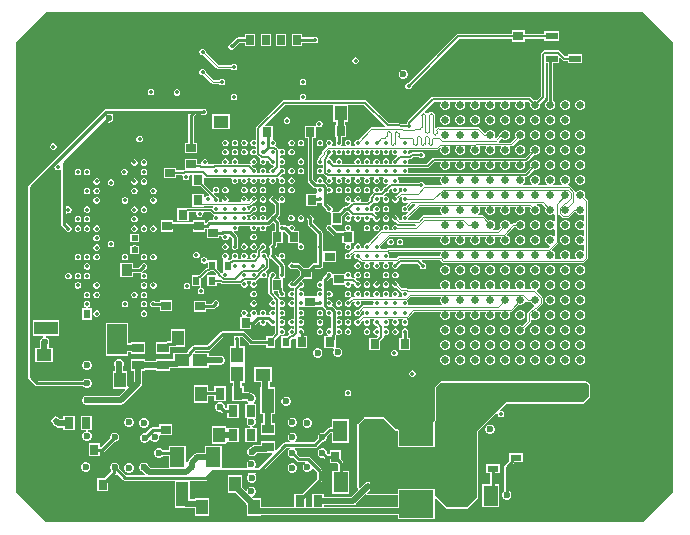
<source format=gbl>
G04*
G04 #@! TF.GenerationSoftware,Altium Limited,Altium Designer,25.6.2 (33)*
G04*
G04 Layer_Physical_Order=8*
G04 Layer_Color=16711680*
%FSLAX25Y25*%
%MOIN*%
G70*
G04*
G04 #@! TF.SameCoordinates,D3077B53-F130-49B9-AE0B-FC42BD5CCE1B*
G04*
G04*
G04 #@! TF.FilePolarity,Positive*
G04*
G01*
G75*
%ADD12C,0.00500*%
%ADD13C,0.01000*%
%ADD18R,0.03543X0.03150*%
%ADD19R,0.03543X0.03150*%
%ADD23R,0.03197X0.02593*%
%ADD24R,0.02593X0.03197*%
%ADD26R,0.03543X0.03937*%
%ADD30R,0.05118X0.03937*%
%ADD31R,0.04331X0.08071*%
%ADD32R,0.08071X0.04331*%
%ADD33R,0.02953X0.03347*%
%ADD34R,0.03937X0.05118*%
%ADD35R,0.03347X0.02953*%
%ADD36R,0.03150X0.03937*%
%ADD38R,0.05142X0.04166*%
%ADD39R,0.02362X0.03150*%
%ADD59C,0.02362*%
%ADD62C,0.00394*%
%ADD64C,0.02000*%
%ADD65C,0.00800*%
%ADD66C,0.01500*%
%ADD67C,0.03937*%
%ADD68C,0.01378*%
%ADD72C,0.00466*%
%ADD73C,0.02520*%
%ADD74R,0.03937X0.03937*%
%ADD75R,0.02953X0.03543*%
%ADD76R,0.03150X0.03543*%
%ADD77R,0.03740X0.02205*%
%ADD78R,0.06704X0.10261*%
%ADD79R,0.11417X0.09449*%
%ADD80R,0.03937X0.02362*%
%ADD81R,0.04921X0.07087*%
%ADD82R,0.04166X0.05142*%
%ADD83R,0.03937X0.03150*%
%ADD84R,0.02362X0.01968*%
G36*
X329000Y260000D02*
Y110000D01*
X319000Y100000D01*
X120000D01*
X110000Y110000D01*
Y260000D01*
X120000Y270000D01*
X319000D01*
X329000Y260000D01*
D02*
G37*
%LPC*%
G36*
X279465Y264021D02*
X275135D01*
Y262862D01*
X257353D01*
X257353Y262862D01*
X257043Y262800D01*
X256781Y262625D01*
X240638Y246483D01*
X240485D01*
X240087Y246318D01*
X239782Y246013D01*
X239617Y245615D01*
Y245185D01*
X239782Y244787D01*
X240087Y244482D01*
X240485Y244317D01*
X240915D01*
X241313Y244482D01*
X241618Y244787D01*
X241783Y245185D01*
Y245338D01*
X257688Y261244D01*
X275135D01*
Y260084D01*
X279465D01*
Y261231D01*
X286001D01*
Y260465D01*
X290725D01*
Y263615D01*
X286001D01*
Y262849D01*
X279465D01*
Y264021D01*
D02*
G37*
G36*
X205155Y262692D02*
X201774D01*
Y258708D01*
X205155D01*
Y259889D01*
X208921D01*
X208928Y259882D01*
X209326Y259717D01*
X209756D01*
X210154Y259882D01*
X210459Y260187D01*
X210624Y260585D01*
Y261015D01*
X210459Y261413D01*
X210154Y261718D01*
X209756Y261883D01*
X209326D01*
X208928Y261718D01*
X208921Y261711D01*
X205155D01*
Y262692D01*
D02*
G37*
G36*
X199826D02*
X196445D01*
Y258708D01*
X199826D01*
Y262692D01*
D02*
G37*
G36*
X194755D02*
X191374D01*
Y258708D01*
X194755D01*
Y262692D01*
D02*
G37*
G36*
X189426D02*
X186045D01*
Y261611D01*
X183800D01*
X183451Y261542D01*
X183156Y261344D01*
X181494Y259683D01*
X181485D01*
X181087Y259518D01*
X180782Y259213D01*
X180617Y258815D01*
Y258385D01*
X180782Y257987D01*
X181087Y257682D01*
X181485Y257517D01*
X181915D01*
X182313Y257682D01*
X182618Y257987D01*
X182783Y258385D01*
Y258394D01*
X184177Y259789D01*
X186045D01*
Y258708D01*
X189426D01*
Y262692D01*
D02*
G37*
G36*
X290660Y257344D02*
X290660Y257344D01*
X286066D01*
X285756Y257282D01*
X285493Y257107D01*
X285493Y257107D01*
X285029Y256642D01*
X284853Y256379D01*
X284791Y256070D01*
X284791Y256070D01*
Y241936D01*
X283456Y240601D01*
X283329Y240653D01*
X282671D01*
X282544Y240601D01*
X281519Y241626D01*
X281256Y241801D01*
X280946Y241863D01*
X280946Y241863D01*
X248835D01*
X248835Y241863D01*
X248525Y241801D01*
X248263Y241626D01*
X248263Y241626D01*
X240413Y233776D01*
X240237Y233513D01*
X240176Y233204D01*
X240091Y233069D01*
X239889Y232879D01*
X235113Y233169D01*
X235088Y233165D01*
X235064Y233170D01*
X234077D01*
X226822Y240425D01*
X226560Y240600D01*
X226250Y240662D01*
X226250Y240662D01*
X206502D01*
X206339Y241056D01*
X206394Y241111D01*
X206559Y241509D01*
Y241940D01*
X206394Y242338D01*
X206090Y242642D01*
X205692Y242807D01*
X205261D01*
X204863Y242642D01*
X204558Y242338D01*
X204394Y241940D01*
Y241509D01*
X204558Y241111D01*
X204614Y241056D01*
X204451Y240662D01*
X199120D01*
X198810Y240600D01*
X198548Y240425D01*
X198548Y240425D01*
X190055Y231932D01*
X189879Y231669D01*
X189818Y231360D01*
X189818Y231359D01*
Y227798D01*
X189424Y227535D01*
X189318Y227579D01*
X188887D01*
X188489Y227414D01*
X188184Y227109D01*
X188020Y226711D01*
Y226281D01*
X188184Y225883D01*
X188489Y225578D01*
X188887Y225413D01*
X189318D01*
X189424Y225457D01*
X189818Y225194D01*
Y224648D01*
X189424Y224385D01*
X189318Y224429D01*
X188887D01*
X188489Y224264D01*
X188184Y223960D01*
X188020Y223562D01*
Y223131D01*
X188184Y222733D01*
X188489Y222429D01*
X188887Y222264D01*
X189318D01*
X189573Y222369D01*
X189716Y222429D01*
X190055Y222303D01*
X191162Y221195D01*
X191334Y220810D01*
X191169Y220412D01*
Y219982D01*
X191334Y219584D01*
X191639Y219279D01*
X192037Y219114D01*
X192467D01*
X192865Y219279D01*
X193170Y219584D01*
X193335Y219982D01*
Y220412D01*
X193692Y220578D01*
X193860Y220594D01*
X194319Y220135D01*
Y219982D01*
X194484Y219584D01*
X194788Y219279D01*
X195186Y219114D01*
X195617D01*
X195782Y218757D01*
X195799Y218589D01*
X195340Y218130D01*
X195186D01*
X194788Y217965D01*
X194484Y217660D01*
X194319Y217263D01*
Y216832D01*
X194384Y216675D01*
X194122Y216282D01*
X193532D01*
X193270Y216675D01*
X193335Y216832D01*
Y217263D01*
X193170Y217660D01*
X192865Y217965D01*
X192467Y218130D01*
X192037D01*
X191639Y217965D01*
X191334Y217660D01*
X191169Y217263D01*
Y216832D01*
X191234Y216675D01*
X190972Y216282D01*
X190382D01*
X190120Y216675D01*
X190185Y216832D01*
Y217263D01*
X190020Y217660D01*
X189716Y217965D01*
X189318Y218130D01*
X189164D01*
X188407Y218887D01*
X188630Y219220D01*
X188887Y219114D01*
X189318D01*
X189716Y219279D01*
X190020Y219584D01*
X190185Y219982D01*
Y220412D01*
X190020Y220810D01*
X189716Y221115D01*
X189318Y221280D01*
X188887D01*
X188489Y221115D01*
X188184Y220810D01*
X188020Y220412D01*
Y219982D01*
X188169Y219622D01*
X188155Y219597D01*
X187837Y219370D01*
X187528Y219431D01*
X187528Y219431D01*
X184083D01*
X183821Y219825D01*
X183886Y219982D01*
Y220412D01*
X183721Y220810D01*
X183416Y221115D01*
X183019Y221280D01*
X182588D01*
X182190Y221115D01*
X181885Y220810D01*
X181720Y220412D01*
Y219982D01*
X181785Y219825D01*
X181523Y219431D01*
X180933D01*
X180671Y219825D01*
X180736Y219982D01*
Y220412D01*
X180571Y220810D01*
X180267Y221115D01*
X179869Y221280D01*
X179438D01*
X179040Y221115D01*
X178736Y220810D01*
X178571Y220412D01*
Y219982D01*
X178636Y219825D01*
X178374Y219431D01*
X175982D01*
X175672Y219370D01*
X175512Y219263D01*
X174084D01*
X173821Y219656D01*
X173847Y219721D01*
Y220151D01*
X173682Y220549D01*
X173378Y220854D01*
X172980Y221019D01*
X172549D01*
X172151Y220854D01*
X171847Y220549D01*
X171682Y220151D01*
Y219795D01*
X171494Y219564D01*
X171365Y219456D01*
X171357Y219458D01*
X171357Y219458D01*
X170183D01*
Y221235D01*
X166199D01*
Y217855D01*
X166199D01*
X166179Y217469D01*
X165915D01*
X165605Y217407D01*
X165448Y217303D01*
X163278D01*
Y218184D01*
X159293D01*
Y214803D01*
X163278D01*
Y215684D01*
X165182D01*
X165401Y215357D01*
X165394Y215340D01*
Y214909D01*
X165559Y214511D01*
X165863Y214207D01*
X166261Y214042D01*
X166692D01*
X167090Y214207D01*
X167394Y214511D01*
X167559Y214909D01*
Y215340D01*
X167510Y215457D01*
X167774Y215851D01*
X168446D01*
Y211929D01*
X171455D01*
X174263Y209121D01*
X174040Y208787D01*
X173992Y208807D01*
X173561D01*
X173163Y208642D01*
X172859Y208338D01*
X172776Y208140D01*
X172383Y208218D01*
Y209567D01*
X168446D01*
Y205236D01*
X172383D01*
Y205483D01*
X175450D01*
X175613Y205089D01*
X175586Y205062D01*
X175551Y204977D01*
X175162Y204763D01*
X174911Y204813D01*
X167053D01*
X166802Y204763D01*
X166785Y204752D01*
X166734Y204742D01*
X163504D01*
Y200411D01*
X167441D01*
Y203501D01*
X169758D01*
X170022Y203107D01*
X169994Y203040D01*
Y202609D01*
X170159Y202211D01*
X170463Y201907D01*
X170861Y201742D01*
X171292D01*
X171690Y201907D01*
X171994Y202211D01*
X172159Y202609D01*
Y203040D01*
X172131Y203107D01*
X172394Y203501D01*
X174639D01*
X175488Y202652D01*
X175680Y202524D01*
X175709Y202456D01*
X175768Y202095D01*
X175586Y201912D01*
X175421Y201515D01*
Y201084D01*
X175447Y201022D01*
X175184Y200628D01*
X174342D01*
X173994Y200558D01*
X173698Y200361D01*
X173220Y199883D01*
X172826Y200046D01*
Y200617D01*
X168692D01*
Y199965D01*
X163424D01*
X163226Y199926D01*
X162303D01*
Y200630D01*
X158169D01*
Y196890D01*
X162303D01*
Y197594D01*
X163384D01*
X163583Y197633D01*
X168692D01*
Y196877D01*
X172826D01*
Y197836D01*
X173373D01*
X173433Y197787D01*
Y194591D01*
X177567D01*
Y195549D01*
X178283D01*
X178571Y195215D01*
Y194785D01*
X178736Y194387D01*
X179040Y194082D01*
X179438Y193917D01*
X179869D01*
X180267Y194082D01*
X180571Y194387D01*
X180736Y194785D01*
Y195215D01*
X180732Y195226D01*
X181066Y195449D01*
X181892Y194623D01*
Y192470D01*
X181885Y192464D01*
X181720Y192066D01*
Y191635D01*
X181885Y191237D01*
X182190Y190933D01*
X182588Y190768D01*
X183019D01*
X183416Y190933D01*
X183721Y191237D01*
X183886Y191635D01*
Y192066D01*
X183721Y192464D01*
X183714Y192470D01*
Y195000D01*
X183645Y195349D01*
X183448Y195644D01*
X182368Y196724D01*
X182584Y197054D01*
X182589Y197059D01*
X183019D01*
X183416Y197224D01*
X183721Y197528D01*
X183886Y197926D01*
Y198357D01*
X183860Y198419D01*
X184123Y198813D01*
X187783D01*
X188046Y198419D01*
X188020Y198357D01*
Y197926D01*
X188184Y197528D01*
X188489Y197224D01*
X188887Y197059D01*
X189318D01*
X189716Y197224D01*
X190020Y197528D01*
X190185Y197926D01*
Y198357D01*
X190159Y198419D01*
X190422Y198813D01*
X190932D01*
X191195Y198419D01*
X191169Y198357D01*
Y197926D01*
X191334Y197528D01*
X191639Y197224D01*
X192037Y197059D01*
X192467D01*
X192865Y197224D01*
X193170Y197528D01*
X193335Y197926D01*
Y198357D01*
X193309Y198419D01*
X193572Y198813D01*
X193827D01*
X194176Y198883D01*
X194471Y199080D01*
X195402Y200011D01*
X196049Y199363D01*
Y197067D01*
X195091D01*
Y194112D01*
X195073Y194024D01*
Y192913D01*
X195028Y192867D01*
X194788Y192768D01*
X194484Y192464D01*
X194319Y192066D01*
Y191635D01*
X194484Y191237D01*
X194490Y191230D01*
Y189321D01*
X194484Y189314D01*
X194319Y188916D01*
Y188485D01*
X194484Y188087D01*
X194788Y187783D01*
X195186Y187618D01*
X195196D01*
X197640Y185174D01*
Y183021D01*
X197633Y183015D01*
X197468Y182617D01*
Y182186D01*
X197633Y181788D01*
X197938Y181484D01*
X197994Y181461D01*
X197915Y181067D01*
X196037D01*
X195959Y181461D01*
X196015Y181484D01*
X196319Y181788D01*
X196484Y182186D01*
Y182617D01*
X196319Y183015D01*
X196015Y183319D01*
X195617Y183484D01*
X195186D01*
X194788Y183319D01*
X194484Y183015D01*
X194319Y182617D01*
Y182307D01*
X194118Y182106D01*
X193943Y181844D01*
X193881Y181534D01*
X193881Y181534D01*
Y176518D01*
X193881Y176518D01*
X193943Y176208D01*
X194118Y175946D01*
X195648Y174416D01*
X195472Y174035D01*
X195186D01*
X194788Y173871D01*
X194484Y173566D01*
X194319Y173168D01*
Y172737D01*
X194484Y172339D01*
X194788Y172035D01*
X195186Y171870D01*
X195617D01*
X195773Y171935D01*
X196167Y171673D01*
Y171083D01*
X195773Y170821D01*
X195617Y170886D01*
X195186D01*
X194788Y170721D01*
X194484Y170416D01*
X194319Y170018D01*
Y169588D01*
X194398Y169398D01*
X194285Y169242D01*
X194098Y169092D01*
X193819Y169147D01*
X193572D01*
X193309Y169541D01*
X193335Y169604D01*
Y170034D01*
X193170Y170432D01*
X192865Y170737D01*
X192467Y170902D01*
X192037D01*
X191639Y170737D01*
X191334Y170432D01*
X191169Y170034D01*
Y169604D01*
X191195Y169541D01*
X190932Y169147D01*
X190685D01*
X190406Y169092D01*
X190219Y169242D01*
X190106Y169398D01*
X190185Y169588D01*
Y170018D01*
X190020Y170416D01*
X189716Y170721D01*
X189318Y170886D01*
X188887D01*
X188489Y170721D01*
X188184Y170416D01*
X188020Y170018D01*
Y169588D01*
X188184Y169190D01*
X188332Y169042D01*
X188442Y168840D01*
X188364Y168683D01*
X188341Y168645D01*
X188168Y168567D01*
X187969Y168567D01*
X187969Y168567D01*
X187958Y168567D01*
X186762D01*
X186737Y168608D01*
X186641Y168961D01*
X186871Y169190D01*
X187035Y169588D01*
Y170018D01*
X186871Y170416D01*
X186566Y170721D01*
X186168Y170886D01*
X185737D01*
X185339Y170721D01*
X185035Y170416D01*
X184870Y170018D01*
Y169588D01*
X185035Y169190D01*
X185264Y168961D01*
X185169Y168608D01*
X185143Y168567D01*
X184591D01*
Y164433D01*
X188331D01*
Y165589D01*
X188949D01*
X189297Y165658D01*
X189593Y165856D01*
X190840Y167102D01*
X191174Y166879D01*
X191169Y166869D01*
Y166438D01*
X191334Y166040D01*
X191639Y165736D01*
X192037Y165571D01*
X192467D01*
X192865Y165736D01*
X193170Y166040D01*
X193335Y166438D01*
Y166869D01*
X193330Y166879D01*
X193664Y167102D01*
X194319Y166448D01*
Y166438D01*
X194484Y166040D01*
X194788Y165736D01*
X195186Y165571D01*
X195617D01*
X195773Y165636D01*
X196167Y165374D01*
Y162964D01*
X195171Y161969D01*
X193166D01*
Y160911D01*
X188677D01*
X186044Y163544D01*
X185749Y163742D01*
X185400Y163811D01*
X178719D01*
X178370Y163742D01*
X178074Y163544D01*
X173489Y158958D01*
X169285D01*
X168936Y158889D01*
X168640Y158692D01*
X167046Y157098D01*
X166849Y156802D01*
X166800Y156556D01*
X166721Y156477D01*
X162080D01*
Y154300D01*
X159409D01*
X159271Y154273D01*
X156472D01*
Y153726D01*
X152928D01*
Y154273D01*
X148204D01*
Y150336D01*
X149145D01*
Y146883D01*
X147364Y145102D01*
X147000Y145252D01*
Y150406D01*
X145640D01*
Y152183D01*
X145724Y152387D01*
Y153013D01*
X145485Y153592D01*
X145042Y154035D01*
X144463Y154275D01*
X143836D01*
X143258Y154035D01*
X142815Y153592D01*
X142575Y153013D01*
Y152387D01*
X142798Y151848D01*
Y150406D01*
X142276D01*
Y144500D01*
X146248D01*
X146398Y144136D01*
X144283Y142021D01*
X134185D01*
X133813Y142175D01*
X133187D01*
X132608Y141935D01*
X132165Y141492D01*
X131925Y140913D01*
Y140287D01*
X132165Y139708D01*
X132608Y139265D01*
X133187Y139025D01*
X133813D01*
X134185Y139179D01*
X144872D01*
X145415Y139287D01*
X145876Y139595D01*
X151571Y145290D01*
X151879Y145751D01*
X151987Y146294D01*
Y150336D01*
X152928D01*
Y150884D01*
X156472D01*
Y150336D01*
X161196D01*
Y151459D01*
X163436D01*
X163761Y151523D01*
X167797D01*
X168009Y151523D01*
Y151523D01*
X168191D01*
Y151523D01*
X174120D01*
Y152579D01*
X177312D01*
X177683Y152425D01*
X178309D01*
X178888Y152665D01*
X179331Y153108D01*
X179571Y153687D01*
Y154313D01*
X179331Y154892D01*
X178888Y155335D01*
X178309Y155575D01*
X177683D01*
X177312Y155421D01*
X174120D01*
Y156477D01*
X169517D01*
X169367Y156841D01*
X169662Y157136D01*
X173866D01*
X174215Y157205D01*
X174510Y157403D01*
X179096Y161989D01*
X182501D01*
X182682Y161613D01*
X182517Y161215D01*
Y160785D01*
X182682Y160387D01*
X182689Y160380D01*
Y158620D01*
X181123D01*
Y152903D01*
X181123Y152691D01*
X181123Y152297D01*
Y146580D01*
X182255D01*
Y145262D01*
X181784D01*
Y140538D01*
X184190D01*
X184328Y140510D01*
X186822D01*
X186865Y140408D01*
X187308Y139965D01*
X187330Y139956D01*
X187251Y139562D01*
X186084D01*
Y134838D01*
X186854D01*
X187017Y134444D01*
X186965Y134392D01*
X186725Y133813D01*
Y133187D01*
X186965Y132608D01*
X187408Y132165D01*
X187913Y131956D01*
X187834Y131562D01*
X186184D01*
Y126838D01*
X190121D01*
Y131562D01*
X188766D01*
X188687Y131956D01*
X189192Y132165D01*
X189635Y132608D01*
X189875Y133187D01*
Y133813D01*
X189635Y134392D01*
X189583Y134444D01*
X189746Y134838D01*
X190021D01*
Y139562D01*
X189148D01*
X189070Y139956D01*
X189092Y139965D01*
X189535Y140408D01*
X189775Y140987D01*
Y141613D01*
X189535Y142192D01*
X189092Y142635D01*
X188553Y142858D01*
X188475Y142936D01*
X188014Y143244D01*
X187470Y143352D01*
X185721D01*
Y145262D01*
X185097D01*
Y146580D01*
X186077D01*
Y152297D01*
X186077Y152509D01*
X186077Y152903D01*
Y158620D01*
X184511D01*
Y160380D01*
X184518Y160387D01*
X184683Y160785D01*
Y161215D01*
X184537Y161568D01*
X184728Y161917D01*
X185061Y161950D01*
X187656Y159356D01*
X187951Y159158D01*
X188300Y159089D01*
X193166D01*
Y158031D01*
X196316D01*
Y160824D01*
X197549Y162057D01*
X197704Y162289D01*
X197731Y162324D01*
X197879Y162413D01*
X198160Y162494D01*
X198336Y162421D01*
X198767D01*
X199164Y162586D01*
X199469Y162891D01*
X199634Y163289D01*
Y163719D01*
X199469Y164117D01*
X199164Y164422D01*
X198767Y164587D01*
X198336D01*
X198179Y164522D01*
X197786Y164784D01*
Y165374D01*
X198179Y165636D01*
X198336Y165571D01*
X198767D01*
X199164Y165736D01*
X199469Y166040D01*
X199634Y166438D01*
Y166869D01*
X199469Y167267D01*
X199164Y167571D01*
X198767Y167736D01*
X198336D01*
X198179Y167671D01*
X197786Y167933D01*
Y168523D01*
X198179Y168785D01*
X198336Y168720D01*
X198767D01*
X199164Y168885D01*
X199469Y169190D01*
X199634Y169588D01*
Y170018D01*
X199469Y170416D01*
X199164Y170721D01*
X198767Y170886D01*
X198336D01*
X198179Y170821D01*
X197786Y171083D01*
Y171673D01*
X198179Y171935D01*
X198336Y171870D01*
X198767D01*
X199164Y172035D01*
X199469Y172339D01*
X199634Y172737D01*
Y173168D01*
X199469Y173566D01*
X199164Y173871D01*
X198767Y174035D01*
X198336D01*
X198179Y173971D01*
X197786Y174232D01*
X197786Y174232D01*
X197724Y174542D01*
X197549Y174804D01*
X197549Y174804D01*
X195814Y176539D01*
X195977Y176933D01*
X197026D01*
Y176819D01*
X197095Y176470D01*
X197293Y176174D01*
X197468Y175999D01*
Y175887D01*
X197633Y175489D01*
X197938Y175185D01*
X198336Y175020D01*
X198767D01*
X199164Y175185D01*
X199469Y175489D01*
X199634Y175887D01*
Y176318D01*
X199469Y176716D01*
X199164Y177020D01*
X198925Y177119D01*
X198848Y177196D01*
Y178024D01*
X198831Y178112D01*
Y180952D01*
X198831Y181067D01*
X198970Y181403D01*
X199164Y181484D01*
X199469Y181788D01*
X199634Y182186D01*
Y182617D01*
X199469Y183015D01*
X199462Y183021D01*
Y185551D01*
X199393Y185900D01*
X199196Y186196D01*
X198102Y187289D01*
X198325Y187622D01*
X198336Y187618D01*
X198767D01*
X199164Y187783D01*
X199469Y188087D01*
X199634Y188485D01*
Y188916D01*
X199469Y189314D01*
X199164Y189619D01*
X198767Y189784D01*
X198336D01*
X197938Y189619D01*
X197633Y189314D01*
X197468Y188916D01*
Y188485D01*
X197473Y188475D01*
X197139Y188252D01*
X196484Y188907D01*
Y188916D01*
X196319Y189314D01*
X196313Y189321D01*
Y191230D01*
X196319Y191237D01*
X196484Y191635D01*
Y191747D01*
X196629Y191891D01*
X196826Y192187D01*
X196896Y192535D01*
Y192933D01*
X198831D01*
Y196943D01*
X199220Y197078D01*
X200520Y195778D01*
Y192933D01*
X203837D01*
X204000Y192539D01*
X203933Y192472D01*
X203768Y192074D01*
Y191643D01*
X203933Y191245D01*
X204237Y190940D01*
X204635Y190776D01*
X205066D01*
X205464Y190940D01*
X205768Y191245D01*
X205933Y191643D01*
Y192074D01*
X205768Y192472D01*
X205464Y192776D01*
X205066Y192941D01*
X204654D01*
X204635Y192941D01*
X204260Y193212D01*
Y197067D01*
X202706D01*
X202543Y197461D01*
X202619Y197536D01*
X202783Y197934D01*
Y198365D01*
X202619Y198763D01*
X202314Y199067D01*
X201916Y199232D01*
X201485D01*
X201087Y199067D01*
X200783Y198763D01*
X200750Y198682D01*
X200285Y198590D01*
X200154Y198722D01*
X199858Y198919D01*
X199509Y198988D01*
X199243D01*
X199164Y199067D01*
X198767Y199232D01*
X198336D01*
X198266Y199203D01*
X197872Y199466D01*
Y199740D01*
X197802Y200089D01*
X197605Y200384D01*
X196690Y201299D01*
X197629Y202238D01*
X197826Y202533D01*
X197896Y202882D01*
Y206016D01*
X197841Y206292D01*
X197996Y206483D01*
X198149Y206590D01*
X198328Y206516D01*
X198759D01*
X199157Y206681D01*
X199461Y206985D01*
X199626Y207383D01*
Y207814D01*
X199461Y208212D01*
X199157Y208516D01*
X198759Y208681D01*
X198328D01*
X197930Y208516D01*
X197626Y208212D01*
X197461Y207814D01*
Y207385D01*
X197456Y207380D01*
X197126Y207163D01*
X196484Y207804D01*
Y207814D01*
X196319Y208212D01*
X196015Y208516D01*
X195617Y208681D01*
X195186D01*
X194788Y208516D01*
X194484Y208212D01*
X194319Y207814D01*
Y207383D01*
X194484Y206985D01*
X194788Y206681D01*
X195186Y206516D01*
X195196D01*
X196073Y205638D01*
Y203259D01*
X195196Y202382D01*
X195186D01*
X194788Y202217D01*
X194484Y201912D01*
X194319Y201515D01*
Y201505D01*
X193658Y200845D01*
X193325Y201068D01*
X193335Y201092D01*
Y201522D01*
X193170Y201920D01*
X192865Y202225D01*
X192467Y202390D01*
X192037D01*
X191639Y202225D01*
X191334Y201920D01*
X191169Y201522D01*
Y201092D01*
X191195Y201029D01*
X190932Y200636D01*
X190422D01*
X190159Y201029D01*
X190185Y201092D01*
Y201522D01*
X190020Y201920D01*
X189716Y202225D01*
X189318Y202390D01*
X188887D01*
X188489Y202225D01*
X188184Y201920D01*
X188020Y201522D01*
Y201092D01*
X188046Y201029D01*
X187783Y200636D01*
X187273D01*
X187010Y201029D01*
X187035Y201092D01*
Y201522D01*
X186871Y201920D01*
X186725Y202066D01*
X186888Y202460D01*
X187770D01*
X188021Y202510D01*
X188234Y202652D01*
X188948Y203366D01*
X189318D01*
X189716Y203531D01*
X190020Y203836D01*
X190185Y204234D01*
Y204664D01*
X190020Y205062D01*
X189716Y205367D01*
X189318Y205532D01*
X188887D01*
X188489Y205367D01*
X188184Y205062D01*
X188020Y204664D01*
Y204294D01*
X187618Y203892D01*
X187274Y203918D01*
X187035Y204234D01*
Y204664D01*
X186871Y205062D01*
X186844Y205089D01*
X187007Y205483D01*
X187626D01*
X188078Y205670D01*
X188924Y206516D01*
X189318D01*
X189716Y206681D01*
X190020Y206985D01*
X190185Y207383D01*
Y207814D01*
X190020Y208212D01*
X189716Y208516D01*
X189318Y208681D01*
X188887D01*
X188489Y208516D01*
X188184Y208212D01*
X188020Y207814D01*
Y207420D01*
X187510Y206910D01*
X187240Y206939D01*
X187013Y207328D01*
X187035Y207383D01*
Y207814D01*
X186871Y208212D01*
X186566Y208516D01*
X186168Y208681D01*
X185737D01*
X185339Y208516D01*
X185035Y208212D01*
X184870Y207814D01*
Y207383D01*
X184965Y207155D01*
X184744Y206761D01*
X180862D01*
X180642Y207155D01*
X180736Y207383D01*
Y207814D01*
X180571Y208212D01*
X180267Y208516D01*
X179869Y208681D01*
X179438D01*
X179040Y208516D01*
X178736Y208212D01*
X178571Y207814D01*
Y207383D01*
X178665Y207155D01*
X178445Y206761D01*
X177837D01*
X177574Y207155D01*
X177587Y207186D01*
Y207617D01*
X177422Y208015D01*
X177117Y208319D01*
X176782Y208458D01*
X175797Y209443D01*
X176020Y209776D01*
X176289Y209665D01*
X176719D01*
X177117Y209830D01*
X177422Y210135D01*
X177587Y210533D01*
Y210963D01*
X177422Y211361D01*
X177117Y211666D01*
X176719Y211831D01*
X176289D01*
X175891Y211666D01*
X175586Y211361D01*
X175421Y210963D01*
Y210533D01*
X175532Y210264D01*
X175199Y210041D01*
X172383Y212857D01*
Y214936D01*
X172747Y215087D01*
X172933Y214900D01*
X173196Y214725D01*
X173505Y214663D01*
X181523D01*
X181785Y214269D01*
X181720Y214113D01*
Y213682D01*
X181885Y213284D01*
X182190Y212980D01*
X182588Y212815D01*
X183019D01*
X183416Y212980D01*
X183721Y213284D01*
X183886Y213682D01*
Y214113D01*
X183821Y214269D01*
X184083Y214663D01*
X184673D01*
X184935Y214269D01*
X184870Y214113D01*
Y213682D01*
X185035Y213284D01*
X185339Y212980D01*
X185737Y212815D01*
X186168D01*
X186566Y212980D01*
X186871Y213284D01*
X187035Y213682D01*
Y214113D01*
X186971Y214269D01*
X187233Y214663D01*
X187822D01*
X188084Y214269D01*
X188020Y214113D01*
Y213682D01*
X188184Y213284D01*
X188489Y212980D01*
X188887Y212815D01*
X189318D01*
X189716Y212980D01*
X190020Y213284D01*
X190185Y213682D01*
Y214113D01*
X190120Y214269D01*
X190382Y214663D01*
X190976D01*
X191238Y214269D01*
X191173Y214113D01*
Y213682D01*
X191338Y213284D01*
X191643Y212980D01*
X192041Y212815D01*
X192471D01*
X192869Y212980D01*
X193174Y213284D01*
X193339Y213682D01*
Y214113D01*
X193274Y214269D01*
X193536Y214663D01*
X194122D01*
X194384Y214269D01*
X194319Y214113D01*
Y213682D01*
X194484Y213284D01*
X194788Y212980D01*
X195186Y212815D01*
X195617D01*
X196015Y212980D01*
X196319Y213284D01*
X196484Y213682D01*
Y214113D01*
X196419Y214269D01*
X196681Y214663D01*
X196976D01*
X196976Y214663D01*
X197286Y214725D01*
X197604Y214497D01*
X197617Y214473D01*
X197468Y214113D01*
Y213682D01*
X197633Y213284D01*
X197938Y212980D01*
X198336Y212815D01*
X198767D01*
X199164Y212980D01*
X199469Y213284D01*
X199634Y213682D01*
Y214113D01*
X199469Y214511D01*
X199164Y214815D01*
X198767Y214980D01*
X198336D01*
X198079Y214874D01*
X197856Y215208D01*
X198613Y215965D01*
X198767D01*
X199164Y216129D01*
X199469Y216434D01*
X199634Y216832D01*
Y217263D01*
X199469Y217660D01*
X199164Y217965D01*
X198767Y218130D01*
X198336D01*
X197938Y217965D01*
X197929Y217956D01*
X197623Y218207D01*
X197632Y218220D01*
X197694Y218530D01*
X197694Y218530D01*
Y219009D01*
X198087Y219217D01*
X198336Y219114D01*
X198767D01*
X199164Y219279D01*
X199469Y219584D01*
X199634Y219982D01*
Y220412D01*
X199469Y220810D01*
X199164Y221115D01*
X198767Y221280D01*
X198336D01*
X198087Y221177D01*
X197694Y221385D01*
Y222159D01*
X198087Y222367D01*
X198336Y222264D01*
X198767D01*
X199164Y222429D01*
X199469Y222733D01*
X199634Y223131D01*
Y223562D01*
X199469Y223960D01*
X199164Y224264D01*
X198767Y224429D01*
X198336D01*
X198027Y224301D01*
X197872Y224289D01*
X197534Y224417D01*
X197457Y224533D01*
X196504Y225486D01*
X196489Y225496D01*
X196322Y225877D01*
X196372Y226011D01*
X196484Y226281D01*
Y226711D01*
X196319Y227109D01*
X196015Y227414D01*
X195617Y227579D01*
X195504D01*
X195410Y227933D01*
X195410Y227933D01*
X195410D01*
X195409Y227933D01*
Y232067D01*
X192993D01*
X192842Y232431D01*
X199455Y239043D01*
X215685D01*
Y233547D01*
X216618D01*
Y232567D01*
X216169D01*
Y228433D01*
X216610D01*
Y227188D01*
X216531Y227109D01*
X216366Y226711D01*
Y226281D01*
X216531Y225883D01*
X216604Y225809D01*
X216441Y225416D01*
X215307D01*
X215144Y225809D01*
X215217Y225883D01*
X215382Y226281D01*
Y226711D01*
X215217Y227109D01*
X214913Y227414D01*
X214515Y227579D01*
X214084D01*
X213686Y227414D01*
X213381Y227109D01*
X213216Y226711D01*
Y226281D01*
X213381Y225883D01*
X213546Y225718D01*
X213550Y225706D01*
X213512Y225271D01*
X213500Y225250D01*
X213468Y225229D01*
X212020Y223780D01*
X211882Y223573D01*
X211833Y223329D01*
Y222972D01*
X210831Y221971D01*
X210693Y221764D01*
X210644Y221519D01*
Y221159D01*
X210536Y221115D01*
X210232Y220810D01*
X210067Y220412D01*
Y219982D01*
X210232Y219584D01*
X210536Y219279D01*
X210934Y219114D01*
X211365D01*
X211763Y219279D01*
X211916Y219433D01*
X212310Y219270D01*
Y217959D01*
X211916Y217796D01*
X211763Y217949D01*
X211365Y218114D01*
X210934D01*
X210536Y217949D01*
X210232Y217645D01*
X210067Y217247D01*
Y216816D01*
X210232Y216418D01*
X210536Y216114D01*
X210934Y215949D01*
X211365D01*
X211763Y216114D01*
X211948Y216299D01*
X212225Y216262D01*
X212375Y216218D01*
X212379Y216216D01*
X212502Y216031D01*
X213283Y215250D01*
X213475Y215122D01*
X213505Y215054D01*
X213564Y214693D01*
X213381Y214511D01*
X213216Y214113D01*
Y213682D01*
X213381Y213284D01*
X213686Y212980D01*
X214084Y212815D01*
X214515D01*
X214913Y212980D01*
X215217Y213284D01*
X215382Y213682D01*
Y214113D01*
X215217Y214511D01*
X215063Y214665D01*
X215227Y215058D01*
X216522D01*
X216685Y214665D01*
X216531Y214511D01*
X216366Y214113D01*
Y213682D01*
X216531Y213284D01*
X216835Y212980D01*
X217233Y212815D01*
X217664D01*
X218062Y212980D01*
X218367Y213284D01*
X218531Y213682D01*
Y214113D01*
X218367Y214511D01*
X218213Y214665D01*
X218376Y215058D01*
X219671D01*
X219834Y214665D01*
X219681Y214511D01*
X219516Y214113D01*
Y213682D01*
X219681Y213284D01*
X219985Y212980D01*
X220383Y212815D01*
X220814D01*
X221212Y212980D01*
X221516Y213284D01*
X221681Y213682D01*
Y214113D01*
X221516Y214511D01*
X221363Y214665D01*
X221526Y215058D01*
X222821D01*
X222984Y214665D01*
X222830Y214511D01*
X222665Y214113D01*
Y213682D01*
X222830Y213284D01*
X223135Y212980D01*
X223533Y212815D01*
X223963D01*
X224361Y212980D01*
X224666Y213284D01*
X224831Y213682D01*
Y214113D01*
X224666Y214511D01*
X224512Y214665D01*
X224675Y215058D01*
X225970D01*
X226133Y214665D01*
X225980Y214511D01*
X225815Y214113D01*
Y213682D01*
X225980Y213284D01*
X226284Y212980D01*
X226682Y212815D01*
X227113D01*
X227511Y212980D01*
X227816Y213284D01*
X227980Y213682D01*
Y214113D01*
X227816Y214511D01*
X227662Y214665D01*
X227825Y215058D01*
X229120D01*
X229283Y214665D01*
X229129Y214511D01*
X228965Y214113D01*
Y213682D01*
X229129Y213284D01*
X229434Y212980D01*
X229832Y212815D01*
X230263D01*
X230661Y212980D01*
X230965Y213284D01*
X231130Y213682D01*
Y214113D01*
X230965Y214511D01*
X230811Y214665D01*
X230975Y215058D01*
X232270D01*
X232433Y214665D01*
X232279Y214511D01*
X232114Y214113D01*
Y213682D01*
X232279Y213284D01*
X232584Y212980D01*
X232981Y212815D01*
X233412D01*
X233669Y212921D01*
X233892Y212587D01*
X233135Y211831D01*
X232981D01*
X232584Y211666D01*
X232279Y211361D01*
X232114Y210963D01*
Y210810D01*
X231655Y210351D01*
X231488Y210367D01*
X231130Y210533D01*
Y210963D01*
X230965Y211361D01*
X230661Y211666D01*
X230263Y211831D01*
X229832D01*
X229434Y211666D01*
X229129Y211361D01*
X228965Y210963D01*
Y210533D01*
X229129Y210135D01*
X228958Y209750D01*
X227900Y208693D01*
X227725Y208430D01*
X227663Y208120D01*
X227663Y208120D01*
Y207412D01*
X226992Y206741D01*
X224936D01*
X224728Y207135D01*
X224831Y207383D01*
Y207814D01*
X224666Y208212D01*
X224361Y208516D01*
X223963Y208681D01*
X223533D01*
X223135Y208516D01*
X222830Y208212D01*
X222665Y207814D01*
Y207383D01*
X222768Y207135D01*
X222560Y206741D01*
X222081D01*
X222081Y206741D01*
X221771Y206679D01*
X221758Y206670D01*
X221507Y206976D01*
X221516Y206985D01*
X221681Y207383D01*
Y207814D01*
X221516Y208212D01*
X221212Y208516D01*
X220814Y208681D01*
X220383D01*
X219985Y208516D01*
X219681Y208212D01*
X219516Y207814D01*
Y207383D01*
X219681Y206985D01*
X219985Y206681D01*
X220383Y206516D01*
X220814D01*
X221070Y206622D01*
X221293Y206288D01*
X220537Y205532D01*
X220383D01*
X219985Y205367D01*
X219906Y205288D01*
X219640D01*
X219292Y205218D01*
X218996Y205021D01*
X217341Y203366D01*
X215304D01*
X215141Y203760D01*
X215217Y203836D01*
X215382Y204234D01*
Y204664D01*
X215217Y205062D01*
X214913Y205367D01*
X214515Y205532D01*
X214505D01*
X213636Y206401D01*
Y209428D01*
X214029Y209691D01*
X214092Y209665D01*
X214522D01*
X214920Y209830D01*
X215225Y210135D01*
X215390Y210533D01*
Y210963D01*
X215225Y211361D01*
X214920Y211666D01*
X214522Y211831D01*
X214092D01*
X214019Y211801D01*
X213575Y212043D01*
X213566Y212086D01*
X213369Y212381D01*
X212783Y212967D01*
X212487Y213165D01*
X212437Y213175D01*
X212194Y213616D01*
X212224Y213690D01*
Y214121D01*
X212060Y214519D01*
X211755Y214823D01*
X211357Y214988D01*
X210926D01*
X210528Y214823D01*
X210224Y214519D01*
X210059Y214121D01*
Y213690D01*
X210063Y213680D01*
X209730Y213457D01*
X208872Y214314D01*
Y227933D01*
X209831D01*
Y231723D01*
X209831Y231881D01*
X210209Y232038D01*
X210387Y231882D01*
X210509Y231832D01*
X210785Y231717D01*
X211215D01*
X211613Y231882D01*
X211918Y232187D01*
X212083Y232585D01*
Y233015D01*
X211918Y233413D01*
X211613Y233718D01*
X211215Y233883D01*
X210785D01*
X210387Y233718D01*
X210082Y233413D01*
X209917Y233015D01*
Y232727D01*
X209917Y232585D01*
X209976Y232368D01*
X209706Y232067D01*
X209514Y232067D01*
X206090D01*
Y227933D01*
X207049D01*
Y213937D01*
X207119Y213588D01*
X207316Y213293D01*
X208930Y211679D01*
X209226Y211481D01*
X209575Y211412D01*
X209822D01*
X210085Y211018D01*
X210059Y210956D01*
Y210525D01*
X210224Y210127D01*
X210291Y210060D01*
X210302Y209942D01*
X209985Y209568D01*
X209960Y209567D01*
X209914Y209567D01*
X206551D01*
Y205433D01*
X210291D01*
Y206385D01*
X210317Y206417D01*
X210685Y206616D01*
X210926Y206516D01*
X211357D01*
X211420Y206542D01*
X211813Y206278D01*
Y206024D01*
X211883Y205675D01*
X212080Y205379D01*
X213216Y204243D01*
Y204234D01*
X213381Y203836D01*
X213686Y203531D01*
X214084Y203366D01*
X214496D01*
X214515Y203366D01*
X214890Y203095D01*
Y199503D01*
X214515Y199232D01*
X214496Y199232D01*
X214084D01*
X213686Y199067D01*
X213381Y198763D01*
X213216Y198365D01*
Y197934D01*
X213381Y197536D01*
X213686Y197232D01*
X214084Y197067D01*
X214093D01*
X215631Y195529D01*
X215927Y195331D01*
X216276Y195262D01*
X218669D01*
Y192933D01*
X219593D01*
X219756Y192539D01*
X219681Y192464D01*
X219516Y192066D01*
Y191635D01*
X219681Y191237D01*
X219985Y190933D01*
X220383Y190768D01*
X220814D01*
X221212Y190933D01*
X221516Y191237D01*
X221681Y191635D01*
Y192066D01*
X221516Y192464D01*
X221441Y192539D01*
X221604Y192933D01*
X222410D01*
Y197067D01*
X221604D01*
X221441Y197461D01*
X221516Y197536D01*
X221681Y197934D01*
Y198365D01*
X221516Y198763D01*
X221212Y199067D01*
X220814Y199232D01*
X220383D01*
X219985Y199067D01*
X219681Y198763D01*
X219516Y198365D01*
Y197934D01*
X219681Y197536D01*
X219756Y197461D01*
X219689Y197210D01*
X219579Y197081D01*
X219563Y197084D01*
X216653D01*
X215382Y198356D01*
Y198365D01*
X215217Y198763D01*
X215141Y198839D01*
X215304Y199232D01*
X218630D01*
Y202078D01*
X220018Y203465D01*
X220144D01*
X220383Y203366D01*
X220537D01*
X221293Y202609D01*
X221070Y202276D01*
X220814Y202382D01*
X220383D01*
X219985Y202217D01*
X219681Y201912D01*
X219516Y201515D01*
Y201084D01*
X219681Y200686D01*
X219985Y200381D01*
X220383Y200217D01*
X220814D01*
X221212Y200381D01*
X221516Y200686D01*
X221681Y201084D01*
Y201515D01*
X221532Y201874D01*
X221546Y201899D01*
X221864Y202126D01*
X222173Y202065D01*
X222468D01*
X222730Y201671D01*
X222665Y201515D01*
Y201084D01*
X222830Y200686D01*
X223135Y200381D01*
X223533Y200217D01*
X223963D01*
X224361Y200381D01*
X224666Y200686D01*
X224831Y201084D01*
Y201515D01*
X224766Y201671D01*
X225028Y202065D01*
X225618D01*
X225880Y201671D01*
X225815Y201515D01*
Y201084D01*
X225980Y200686D01*
X226284Y200381D01*
X226682Y200217D01*
X227113D01*
X227511Y200381D01*
X227816Y200686D01*
X227980Y201084D01*
Y201515D01*
X228292Y201790D01*
X228390Y201812D01*
X228965Y201237D01*
Y201084D01*
X229129Y200686D01*
X229434Y200381D01*
X229832Y200217D01*
X230263D01*
X230661Y200381D01*
X230965Y200686D01*
X231130Y201084D01*
Y201515D01*
X230965Y201912D01*
X230661Y202217D01*
X230263Y202382D01*
X230109D01*
X229352Y203139D01*
X229575Y203472D01*
X229832Y203366D01*
X230263D01*
X230661Y203531D01*
X230965Y203836D01*
X231130Y204234D01*
Y204664D01*
X230965Y205062D01*
X230661Y205367D01*
X230263Y205532D01*
X229832D01*
X229434Y205367D01*
X229129Y205062D01*
X228965Y204664D01*
Y204234D01*
X229114Y203874D01*
X229100Y203849D01*
X228782Y203622D01*
X228472Y203683D01*
X228472Y203683D01*
X228178D01*
X227916Y204077D01*
X227980Y204234D01*
Y204664D01*
X227816Y205062D01*
X227841Y205320D01*
X227900Y205359D01*
X229045Y206504D01*
X229045Y206504D01*
X229048Y206509D01*
X229433Y206680D01*
X229564Y206627D01*
X229832Y206516D01*
X230263D01*
X230661Y206681D01*
X230965Y206985D01*
X231130Y207383D01*
Y207814D01*
X231027Y208062D01*
X231235Y208456D01*
X231714D01*
X231714Y208456D01*
X232024Y208518D01*
X232037Y208526D01*
X232288Y208221D01*
X232279Y208212D01*
X232114Y207814D01*
Y207383D01*
X232279Y206985D01*
X232584Y206681D01*
X232981Y206516D01*
X233412D01*
X233810Y206681D01*
X234115Y206985D01*
X234279Y207383D01*
Y207814D01*
X234115Y208212D01*
X233810Y208516D01*
X233412Y208681D01*
X232981D01*
X232725Y208575D01*
X232502Y208909D01*
X233259Y209665D01*
X233412D01*
X233810Y209830D01*
X234115Y210135D01*
X234279Y210533D01*
Y210686D01*
X234854Y211261D01*
X234952Y211239D01*
X235264Y210963D01*
Y210533D01*
X235429Y210135D01*
X235733Y209830D01*
X236131Y209665D01*
X236562D01*
X236960Y209830D01*
X237264Y210135D01*
X237429Y210533D01*
Y210963D01*
X237364Y211120D01*
X237626Y211514D01*
X237921D01*
X237921Y211514D01*
X238231Y211575D01*
X238485Y211271D01*
X238516Y211212D01*
X238413Y210963D01*
Y210533D01*
X238426Y210501D01*
X238234Y210140D01*
X238171Y210089D01*
X237765Y209921D01*
X236525Y208681D01*
X236131D01*
X235733Y208516D01*
X235429Y208212D01*
X235264Y207814D01*
Y207383D01*
X235429Y206985D01*
X235733Y206681D01*
X236131Y206516D01*
X236562D01*
X236960Y206681D01*
X237264Y206985D01*
X237429Y207383D01*
Y207777D01*
X238324Y208672D01*
X238451Y208641D01*
X238578Y208212D01*
X238575Y208205D01*
X238413Y207814D01*
Y207383D01*
X238578Y206985D01*
X238883Y206681D01*
X239281Y206516D01*
X239711D01*
X240109Y206681D01*
X240228Y206799D01*
X240364Y206777D01*
X240500Y206357D01*
X239675Y205532D01*
X239281D01*
X238883Y205367D01*
X238578Y205062D01*
X238413Y204664D01*
Y204234D01*
X238578Y203836D01*
X238883Y203531D01*
X239281Y203366D01*
X239711D01*
X240109Y203531D01*
X240414Y203836D01*
X240579Y204234D01*
Y204627D01*
X241950Y205999D01*
X242777D01*
X242928Y205635D01*
X239709Y202416D01*
X239655Y202438D01*
X239225D01*
X238827Y202273D01*
X238522Y201969D01*
X238357Y201571D01*
Y201140D01*
X238137Y200795D01*
X237781Y200768D01*
X237429Y201120D01*
Y201515D01*
X237264Y201912D01*
X236960Y202217D01*
X236562Y202382D01*
X236131D01*
X235733Y202217D01*
X235429Y201912D01*
X235264Y201515D01*
Y201084D01*
X235429Y200686D01*
X235733Y200381D01*
X236131Y200217D01*
X236525D01*
X237174Y199568D01*
X237626Y199381D01*
X242978D01*
X243146Y199001D01*
X242977Y198789D01*
X237238D01*
X236960Y199067D01*
X236562Y199232D01*
X236131D01*
X235733Y199067D01*
X235429Y198763D01*
X235264Y198365D01*
Y197934D01*
X235373Y197671D01*
X235174Y197277D01*
X234370D01*
X234170Y197671D01*
X234279Y197934D01*
Y198365D01*
X234115Y198763D01*
X233810Y199067D01*
X233412Y199232D01*
X232981D01*
X232584Y199067D01*
X232279Y198763D01*
X232114Y198365D01*
Y197934D01*
X232223Y197671D01*
X232024Y197277D01*
X231685D01*
X231233Y197090D01*
X227076Y192933D01*
X226682D01*
X226284Y192768D01*
X225980Y192464D01*
X225815Y192066D01*
Y191635D01*
X225828Y191604D01*
X225565Y191210D01*
X225081D01*
X224818Y191604D01*
X224831Y191635D01*
Y192066D01*
X224666Y192464D01*
X224361Y192768D01*
X223963Y192933D01*
X223533D01*
X223135Y192768D01*
X222830Y192464D01*
X222665Y192066D01*
Y191635D01*
X222678Y191604D01*
X222486Y191243D01*
X222423Y191191D01*
X222017Y191023D01*
X220777Y189784D01*
X220383D01*
X219985Y189619D01*
X219681Y189314D01*
X219516Y188916D01*
Y188485D01*
X219681Y188087D01*
X219985Y187783D01*
X220383Y187618D01*
X220814D01*
X221212Y187783D01*
X221516Y188087D01*
X221681Y188485D01*
Y188880D01*
X222576Y189774D01*
X222702Y189743D01*
X222830Y189314D01*
X222827Y189307D01*
X222665Y188916D01*
Y188485D01*
X222830Y188087D01*
X223135Y187783D01*
X223533Y187618D01*
X223927D01*
X224576Y186969D01*
X225028Y186782D01*
X226083D01*
X226095Y186763D01*
X226204Y186388D01*
X225980Y186164D01*
X225815Y185766D01*
Y185336D01*
X225980Y184938D01*
X226284Y184633D01*
X226682Y184468D01*
X227113D01*
X227511Y184633D01*
X227816Y184938D01*
X227980Y185336D01*
Y185766D01*
X227816Y186164D01*
X227592Y186388D01*
X227700Y186763D01*
X227712Y186782D01*
X229233D01*
X229245Y186763D01*
X229353Y186388D01*
X229129Y186164D01*
X228965Y185766D01*
Y185336D01*
X229129Y184938D01*
X229434Y184633D01*
X229832Y184468D01*
X230263D01*
X230661Y184633D01*
X230965Y184938D01*
X231130Y185336D01*
Y185766D01*
X230965Y186164D01*
X230741Y186388D01*
X230850Y186763D01*
X230862Y186782D01*
X232382D01*
X232394Y186763D01*
X232503Y186388D01*
X232279Y186164D01*
X232114Y185766D01*
Y185336D01*
X232279Y184938D01*
X232584Y184633D01*
X232981Y184468D01*
X233412D01*
X233810Y184633D01*
X234115Y184938D01*
X234279Y185336D01*
Y185766D01*
X234115Y186164D01*
X233891Y186388D01*
X233999Y186763D01*
X234012Y186782D01*
X235532D01*
X235544Y186763D01*
X235652Y186388D01*
X235429Y186164D01*
X235264Y185766D01*
Y185336D01*
X235429Y184938D01*
X235733Y184633D01*
X236131Y184468D01*
X236562D01*
X236960Y184633D01*
X237264Y184938D01*
X237429Y185336D01*
Y185489D01*
X238164Y186225D01*
X243592D01*
X244417Y185399D01*
Y185245D01*
X244582Y184847D01*
X244887Y184543D01*
X245285Y184378D01*
X245715D01*
X246113Y184543D01*
X246418Y184847D01*
X246583Y185245D01*
Y185676D01*
X246418Y186074D01*
X246113Y186379D01*
X245715Y186543D01*
X245562D01*
X245084Y187022D01*
X245234Y187385D01*
X251094D01*
X251782Y186698D01*
X252234Y186510D01*
X298766D01*
X299218Y186698D01*
X300302Y187782D01*
X300490Y188233D01*
Y207150D01*
X300302Y207602D01*
X299530Y208374D01*
X299654Y208671D01*
Y209329D01*
X299402Y209937D01*
X298937Y210402D01*
X298329Y210653D01*
X297671D01*
X297063Y210402D01*
X296671Y210009D01*
X296344Y210078D01*
X296334Y210082D01*
X296266Y210119D01*
X296090Y210545D01*
X294545Y212090D01*
X294119Y212266D01*
X294082Y212333D01*
X294078Y212344D01*
X294009Y212671D01*
X294402Y213063D01*
X294654Y213671D01*
Y214329D01*
X294402Y214937D01*
X293937Y215402D01*
X293329Y215653D01*
X292671D01*
X292063Y215402D01*
X291598Y214937D01*
X291347Y214329D01*
Y213671D01*
X291598Y213063D01*
X291991Y212671D01*
X291902Y212330D01*
X291870Y212277D01*
X289130D01*
X289098Y212330D01*
X289009Y212671D01*
X289402Y213063D01*
X289653Y213671D01*
Y214329D01*
X289402Y214937D01*
X288937Y215402D01*
X288329Y215653D01*
X287671D01*
X287063Y215402D01*
X286598Y214937D01*
X286347Y214329D01*
Y213671D01*
X286598Y213063D01*
X286991Y212671D01*
X286902Y212330D01*
X286870Y212277D01*
X284130D01*
X284098Y212330D01*
X284009Y212671D01*
X284402Y213063D01*
X284653Y213671D01*
Y214329D01*
X284402Y214937D01*
X283937Y215402D01*
X283329Y215653D01*
X282671D01*
X282063Y215402D01*
X281598Y214937D01*
X281347Y214329D01*
Y213671D01*
X281598Y213063D01*
X281991Y212671D01*
X281902Y212330D01*
X281870Y212277D01*
X279130D01*
X279098Y212330D01*
X279009Y212671D01*
X279402Y213063D01*
X279654Y213671D01*
Y214329D01*
X279436Y214854D01*
X279606Y215247D01*
X279904D01*
X280155Y215297D01*
X280368Y215440D01*
X282391Y217463D01*
X282671Y217347D01*
X283329D01*
X283937Y217598D01*
X284402Y218063D01*
X284653Y218671D01*
Y219329D01*
X284402Y219937D01*
X283937Y220402D01*
X283329Y220654D01*
X282671D01*
X282063Y220402D01*
X281598Y219937D01*
X281347Y219329D01*
Y218671D01*
X281463Y218391D01*
X279632Y216560D01*
X246647D01*
X246395Y216510D01*
X246187Y216371D01*
X240814D01*
X240551Y216765D01*
X240579Y216832D01*
Y217263D01*
X240414Y217660D01*
X240260Y217814D01*
X240423Y218208D01*
X247107D01*
X247358Y218258D01*
X247571Y218400D01*
X249418Y220247D01*
X251394D01*
X251564Y219853D01*
X251346Y219329D01*
Y218671D01*
X251598Y218063D01*
X252063Y217598D01*
X252671Y217347D01*
X253329D01*
X253937Y217598D01*
X254402Y218063D01*
X254654Y218671D01*
Y219329D01*
X254436Y219853D01*
X254606Y220247D01*
X256394D01*
X256564Y219853D01*
X256347Y219329D01*
Y218671D01*
X256598Y218063D01*
X257063Y217598D01*
X257671Y217347D01*
X258329D01*
X258937Y217598D01*
X259402Y218063D01*
X259653Y218671D01*
Y219329D01*
X259436Y219853D01*
X259606Y220247D01*
X261394D01*
X261564Y219853D01*
X261347Y219329D01*
Y218671D01*
X261598Y218063D01*
X262063Y217598D01*
X262671Y217347D01*
X263329D01*
X263937Y217598D01*
X264402Y218063D01*
X264653Y218671D01*
Y219329D01*
X264436Y219853D01*
X264606Y220247D01*
X266394D01*
X266564Y219853D01*
X266347Y219329D01*
Y218671D01*
X266598Y218063D01*
X267063Y217598D01*
X267671Y217347D01*
X268329D01*
X268937Y217598D01*
X269402Y218063D01*
X269654Y218671D01*
Y219329D01*
X269436Y219853D01*
X269606Y220247D01*
X271394D01*
X271564Y219853D01*
X271346Y219329D01*
Y218671D01*
X271598Y218063D01*
X272063Y217598D01*
X272671Y217347D01*
X273329D01*
X273937Y217598D01*
X274402Y218063D01*
X274654Y218671D01*
Y219329D01*
X274436Y219853D01*
X274606Y220247D01*
X276394D01*
X276564Y219853D01*
X276346Y219329D01*
Y218671D01*
X276598Y218063D01*
X277063Y217598D01*
X277671Y217347D01*
X278329D01*
X278937Y217598D01*
X279402Y218063D01*
X279654Y218671D01*
Y219329D01*
X279436Y219853D01*
X279606Y220247D01*
X279904D01*
X280155Y220297D01*
X280368Y220440D01*
X282391Y222463D01*
X282671Y222346D01*
X283329D01*
X283937Y222598D01*
X284402Y223063D01*
X284653Y223671D01*
Y224329D01*
X284402Y224937D01*
X283937Y225402D01*
X283329Y225654D01*
X282671D01*
X282063Y225402D01*
X281598Y224937D01*
X281347Y224329D01*
Y223671D01*
X281463Y223391D01*
X279632Y221560D01*
X249147D01*
X248895Y221510D01*
X248682Y221368D01*
X246835Y219520D01*
X240814D01*
X240551Y219914D01*
X240579Y219982D01*
Y220412D01*
X240514Y220569D01*
X240776Y220962D01*
X241038D01*
X241038Y220962D01*
X241348Y221024D01*
X241610Y221199D01*
X242062Y221651D01*
X244278D01*
X244387Y221543D01*
X244785Y221378D01*
X245215D01*
X245613Y221543D01*
X245918Y221847D01*
X246083Y222245D01*
Y222676D01*
X245918Y223074D01*
X245613Y223378D01*
X245215Y223543D01*
X244785D01*
X244387Y223378D01*
X244278Y223270D01*
X241727D01*
X241417Y223208D01*
X241155Y223033D01*
X241155Y223033D01*
X240923Y222801D01*
X240872Y222819D01*
X240579Y223131D01*
Y223562D01*
X240503Y223744D01*
X240750Y224138D01*
X250170D01*
X250414Y224186D01*
X250622Y224325D01*
X251129Y224832D01*
X251462Y224609D01*
X251346Y224329D01*
Y223671D01*
X251598Y223063D01*
X252063Y222598D01*
X252671Y222346D01*
X253329D01*
X253937Y222598D01*
X254402Y223063D01*
X254654Y223671D01*
Y224329D01*
X254431Y224865D01*
X254594Y225259D01*
X256409Y225262D01*
X256570Y224869D01*
X256347Y224329D01*
Y223671D01*
X256598Y223063D01*
X257063Y222598D01*
X257671Y222346D01*
X258329D01*
X258937Y222598D01*
X259402Y223063D01*
X259653Y223671D01*
Y224329D01*
X259428Y224873D01*
X259586Y225267D01*
X261417Y225270D01*
X261573Y224876D01*
X261347Y224329D01*
Y223671D01*
X261598Y223063D01*
X262063Y222598D01*
X262671Y222346D01*
X263329D01*
X263937Y222598D01*
X264402Y223063D01*
X264653Y223671D01*
Y224329D01*
X264425Y224881D01*
X264578Y225274D01*
X266424Y225277D01*
X266576Y224884D01*
X266347Y224329D01*
Y223671D01*
X266598Y223063D01*
X267063Y222598D01*
X267671Y222346D01*
X268329D01*
X268937Y222598D01*
X269402Y223063D01*
X269654Y223671D01*
Y224329D01*
X269422Y224888D01*
X269571Y225282D01*
X271432Y225285D01*
X271580Y224891D01*
X271346Y224329D01*
Y223671D01*
X271598Y223063D01*
X272063Y222598D01*
X272671Y222346D01*
X273329D01*
X273937Y222598D01*
X274402Y223063D01*
X274654Y223671D01*
Y224329D01*
X274419Y224896D01*
X274563Y225290D01*
X274930Y225290D01*
X275054Y225315D01*
X275174Y225339D01*
X275174Y225339D01*
X275175Y225339D01*
X275280Y225410D01*
X275381Y225478D01*
X277373Y227470D01*
X277671Y227346D01*
X278329D01*
X278937Y227598D01*
X279402Y228063D01*
X279654Y228671D01*
Y229329D01*
X279402Y229937D01*
X278937Y230402D01*
X278329Y230654D01*
X277671D01*
X277063Y230402D01*
X276598Y229937D01*
X276346Y229329D01*
Y228671D01*
X276470Y228373D01*
X274664Y226568D01*
X270867Y226562D01*
X270747Y226956D01*
X270794Y226987D01*
X270864Y227091D01*
X270848Y227105D01*
X270856Y227117D01*
X271445Y227807D01*
X271839Y227823D01*
X272063Y227598D01*
X272671Y227346D01*
X273329D01*
X273937Y227598D01*
X274402Y228063D01*
X274654Y228671D01*
Y229329D01*
X274402Y229937D01*
X273937Y230402D01*
X273329Y230654D01*
X272671D01*
X272063Y230402D01*
X271598Y229937D01*
X271467Y229621D01*
X271315Y229590D01*
X271315Y229590D01*
X271315Y229590D01*
X271148Y229479D01*
X271148Y229479D01*
X271108Y229452D01*
X270965Y229322D01*
X270965Y229322D01*
X270960Y229315D01*
X270741Y229017D01*
X270606Y228853D01*
X269929Y228028D01*
X269747Y228000D01*
X269669Y228013D01*
X269492Y228280D01*
X269654Y228671D01*
Y229329D01*
X269402Y229937D01*
X268937Y230402D01*
X268329Y230654D01*
X267671D01*
X267063Y230402D01*
X266598Y229937D01*
X266567Y229860D01*
X266112Y229792D01*
X264352Y231552D01*
X264145Y231690D01*
X263900Y231739D01*
X250691D01*
Y231750D01*
X250224Y231657D01*
X249888Y231433D01*
X249656Y231500D01*
X249494Y231601D01*
Y235588D01*
X249505D01*
X249412Y236054D01*
X249148Y236450D01*
X248752Y236715D01*
X248541Y236757D01*
X248532Y236758D01*
X248532Y236758D01*
X248285Y236807D01*
X248159D01*
D01*
X247692Y236715D01*
X247296Y236450D01*
X247193Y236296D01*
X246719D01*
X246616Y236450D01*
X246220Y236715D01*
X246201Y236718D01*
X246072Y237146D01*
X249170Y240244D01*
X251391D01*
X251563Y239851D01*
X251346Y239329D01*
Y238671D01*
X251598Y238063D01*
X252063Y237598D01*
X252671Y237347D01*
X253329D01*
X253937Y237598D01*
X254402Y238063D01*
X254654Y238671D01*
Y239329D01*
X254437Y239851D01*
X254609Y240244D01*
X256391D01*
X256563Y239851D01*
X256347Y239329D01*
Y238671D01*
X256598Y238063D01*
X257063Y237598D01*
X257671Y237347D01*
X258329D01*
X258937Y237598D01*
X259402Y238063D01*
X259653Y238671D01*
Y239329D01*
X259437Y239851D01*
X259609Y240244D01*
X261391D01*
X261563Y239851D01*
X261347Y239329D01*
Y238671D01*
X261598Y238063D01*
X262063Y237598D01*
X262671Y237347D01*
X263329D01*
X263937Y237598D01*
X264402Y238063D01*
X264653Y238671D01*
Y239329D01*
X264437Y239851D01*
X264609Y240244D01*
X266391D01*
X266563Y239851D01*
X266347Y239329D01*
Y238671D01*
X266598Y238063D01*
X267063Y237598D01*
X267671Y237347D01*
X268329D01*
X268937Y237598D01*
X269402Y238063D01*
X269654Y238671D01*
Y239329D01*
X269437Y239851D01*
X269609Y240244D01*
X271391D01*
X271563Y239851D01*
X271346Y239329D01*
Y238671D01*
X271598Y238063D01*
X272063Y237598D01*
X272671Y237347D01*
X273329D01*
X273937Y237598D01*
X274402Y238063D01*
X274654Y238671D01*
Y239329D01*
X274437Y239851D01*
X274609Y240244D01*
X276391D01*
X276563Y239851D01*
X276346Y239329D01*
Y238671D01*
X276598Y238063D01*
X277063Y237598D01*
X277671Y237347D01*
X278329D01*
X278937Y237598D01*
X279402Y238063D01*
X279654Y238671D01*
Y239329D01*
X279437Y239851D01*
X279609Y240244D01*
X280611D01*
X281399Y239456D01*
X281347Y239329D01*
Y238671D01*
X281598Y238063D01*
X282063Y237598D01*
X282671Y237347D01*
X283329D01*
X283937Y237598D01*
X284402Y238063D01*
X284653Y238671D01*
Y239329D01*
X284601Y239456D01*
X286173Y241028D01*
X286173Y241028D01*
X286348Y241291D01*
X286410Y241601D01*
X286410Y241601D01*
Y252985D01*
X287089D01*
Y240412D01*
X287063Y240402D01*
X286598Y239937D01*
X286347Y239329D01*
Y238671D01*
X286598Y238063D01*
X287063Y237598D01*
X287671Y237347D01*
X288329D01*
X288937Y237598D01*
X289402Y238063D01*
X289653Y238671D01*
Y239329D01*
X289402Y239937D01*
X288937Y240402D01*
X288911Y240412D01*
Y252985D01*
X290725D01*
Y254811D01*
X291089Y254961D01*
X292063Y253988D01*
X292325Y253812D01*
X292635Y253751D01*
X292635Y253751D01*
X293875D01*
Y252985D01*
X298599D01*
Y256135D01*
X293875D01*
Y255369D01*
X292970D01*
X291232Y257107D01*
X290970Y257282D01*
X290919Y257293D01*
X290660Y257344D01*
D02*
G37*
G36*
X223280Y254983D02*
X222849D01*
X222451Y254818D01*
X222146Y254513D01*
X221982Y254115D01*
Y253685D01*
X222146Y253287D01*
X222451Y252982D01*
X222849Y252817D01*
X223280D01*
X223677Y252982D01*
X223982Y253287D01*
X224147Y253685D01*
Y254115D01*
X223982Y254513D01*
X223677Y254818D01*
X223280Y254983D01*
D02*
G37*
G36*
X172280Y257883D02*
X171849D01*
X171451Y257718D01*
X171146Y257413D01*
X170982Y257015D01*
Y256585D01*
X171146Y256187D01*
X171451Y255882D01*
X171849Y255717D01*
X172243D01*
X176688Y251272D01*
X177140Y251085D01*
X181585D01*
X181863Y250807D01*
X182261Y250642D01*
X182692D01*
X183090Y250807D01*
X183394Y251111D01*
X183559Y251509D01*
Y251940D01*
X183394Y252338D01*
X183090Y252642D01*
X182692Y252807D01*
X182261D01*
X181863Y252642D01*
X181585Y252364D01*
X177405D01*
X173147Y256621D01*
Y257015D01*
X172982Y257413D01*
X172678Y257718D01*
X172280Y257883D01*
D02*
G37*
G36*
X239313Y250875D02*
X238687D01*
X238108Y250635D01*
X237665Y250192D01*
X237425Y249613D01*
Y248987D01*
X237665Y248408D01*
X238108Y247965D01*
X238687Y247725D01*
X239313D01*
X239892Y247965D01*
X240335Y248408D01*
X240575Y248987D01*
Y249613D01*
X240335Y250192D01*
X239892Y250635D01*
X239313Y250875D01*
D02*
G37*
G36*
X205692Y247807D02*
X205261D01*
X204863Y247642D01*
X204558Y247338D01*
X204394Y246940D01*
Y246509D01*
X204558Y246111D01*
X204863Y245807D01*
X205261Y245642D01*
X205692D01*
X206090Y245807D01*
X206394Y246111D01*
X206559Y246509D01*
Y246940D01*
X206394Y247338D01*
X206090Y247642D01*
X205692Y247807D01*
D02*
G37*
G36*
X172280Y251183D02*
X171849D01*
X171451Y251018D01*
X171146Y250713D01*
X170982Y250315D01*
Y249885D01*
X171146Y249487D01*
X171451Y249182D01*
X171849Y249017D01*
X172243D01*
X174988Y246272D01*
X175440Y246085D01*
X177585D01*
X177863Y245807D01*
X178261Y245642D01*
X178692D01*
X179090Y245807D01*
X179394Y246111D01*
X179559Y246509D01*
Y246940D01*
X179394Y247338D01*
X179090Y247642D01*
X178692Y247807D01*
X178261D01*
X177863Y247642D01*
X177585Y247364D01*
X175705D01*
X173147Y249921D01*
Y250315D01*
X172982Y250713D01*
X172678Y251018D01*
X172280Y251183D01*
D02*
G37*
G36*
X155151Y244458D02*
X154720D01*
X154323Y244293D01*
X154018Y243988D01*
X153853Y243590D01*
Y243159D01*
X154018Y242761D01*
X154323Y242457D01*
X154720Y242292D01*
X155151D01*
X155549Y242457D01*
X155854Y242761D01*
X156018Y243159D01*
Y243590D01*
X155854Y243988D01*
X155549Y244293D01*
X155151Y244458D01*
D02*
G37*
G36*
X163715Y244357D02*
X163285D01*
X162887Y244193D01*
X162582Y243888D01*
X162417Y243490D01*
Y243059D01*
X162582Y242661D01*
X162887Y242357D01*
X163285Y242192D01*
X163715D01*
X164113Y242357D01*
X164418Y242661D01*
X164583Y243059D01*
Y243490D01*
X164418Y243888D01*
X164113Y244193D01*
X163715Y244357D01*
D02*
G37*
G36*
X182692Y242807D02*
X182261D01*
X181863Y242642D01*
X181559Y242338D01*
X181394Y241940D01*
Y241509D01*
X181559Y241111D01*
X181863Y240807D01*
X182261Y240642D01*
X182692D01*
X183090Y240807D01*
X183394Y241111D01*
X183559Y241509D01*
Y241940D01*
X183394Y242338D01*
X183090Y242642D01*
X182692Y242807D01*
D02*
G37*
G36*
X298329Y240653D02*
X297671D01*
X297063Y240402D01*
X296598Y239937D01*
X296346Y239329D01*
Y238671D01*
X296598Y238063D01*
X297063Y237598D01*
X297671Y237347D01*
X298329D01*
X298937Y237598D01*
X299402Y238063D01*
X299654Y238671D01*
Y239329D01*
X299402Y239937D01*
X298937Y240402D01*
X298329Y240653D01*
D02*
G37*
G36*
X293329D02*
X292671D01*
X292063Y240402D01*
X291598Y239937D01*
X291347Y239329D01*
Y238671D01*
X291598Y238063D01*
X292063Y237598D01*
X292671Y237347D01*
X293329D01*
X293937Y237598D01*
X294402Y238063D01*
X294654Y238671D01*
Y239329D01*
X294402Y239937D01*
X293937Y240402D01*
X293329Y240653D01*
D02*
G37*
G36*
X172644Y237807D02*
X172214D01*
X172163Y237786D01*
X139841D01*
X139492Y237717D01*
X139196Y237519D01*
X114127Y212449D01*
X113929Y212154D01*
X113860Y211805D01*
Y148485D01*
X113929Y148136D01*
X114127Y147841D01*
X116312Y145656D01*
X116607Y145458D01*
X116956Y145389D01*
X132184D01*
X132608Y144965D01*
X133187Y144725D01*
X133813D01*
X134392Y144965D01*
X134835Y145408D01*
X135075Y145987D01*
Y146613D01*
X134835Y147192D01*
X134392Y147635D01*
X133813Y147875D01*
X133187D01*
X132608Y147635D01*
X132184Y147211D01*
X117333D01*
X115682Y148862D01*
Y162145D01*
X118857D01*
X118935Y161751D01*
X118480Y161563D01*
X118037Y161120D01*
X117798Y160541D01*
Y159915D01*
X117915Y159630D01*
Y158015D01*
X116347D01*
Y153291D01*
X122253D01*
Y158015D01*
X120757D01*
Y159456D01*
X120947Y159915D01*
Y160541D01*
X120707Y161120D01*
X120264Y161563D01*
X119809Y161751D01*
X119888Y162145D01*
X124129D01*
Y167263D01*
X115682D01*
Y211428D01*
X122313Y218059D01*
X122759Y217948D01*
X122842Y217747D01*
X123147Y217442D01*
X123545Y217278D01*
X123975D01*
X124373Y217442D01*
X124416Y217485D01*
X124809Y217322D01*
Y199457D01*
X124879Y199108D01*
X125076Y198812D01*
X126221Y197668D01*
Y197659D01*
X126385Y197261D01*
X126690Y196956D01*
X127088Y196791D01*
X127518D01*
X127916Y196956D01*
X128221Y197261D01*
X128386Y197659D01*
Y198089D01*
X128221Y198487D01*
X127916Y198792D01*
X127518Y198957D01*
X127509D01*
X126632Y199834D01*
Y202846D01*
X127025Y203109D01*
X127088Y203083D01*
X127518D01*
X127916Y203247D01*
X128221Y203552D01*
X128386Y203950D01*
Y204381D01*
X128221Y204779D01*
X127916Y205083D01*
X127518Y205248D01*
X127088D01*
X127025Y205222D01*
X126632Y205485D01*
Y219443D01*
X140414Y233225D01*
X141013D01*
X141592Y233465D01*
X142035Y233908D01*
X142275Y234487D01*
Y235113D01*
X142086Y235570D01*
X142278Y235964D01*
X167033D01*
X167280Y235663D01*
Y226564D01*
X166199D01*
Y223183D01*
X170183D01*
Y226564D01*
X169102D01*
Y235285D01*
X169781Y235964D01*
X171659D01*
X171816Y235807D01*
X172214Y235642D01*
X172644D01*
X173042Y235807D01*
X173347Y236111D01*
X173512Y236509D01*
Y236940D01*
X173347Y237338D01*
X173042Y237642D01*
X172644Y237807D01*
D02*
G37*
G36*
X200415Y234983D02*
X199985D01*
X199587Y234818D01*
X199282Y234513D01*
X199117Y234115D01*
Y233685D01*
X199282Y233287D01*
X199587Y232982D01*
X199985Y232817D01*
X200415D01*
X200813Y232982D01*
X201118Y233287D01*
X201283Y233685D01*
Y234115D01*
X201118Y234513D01*
X200813Y234818D01*
X200415Y234983D01*
D02*
G37*
G36*
X293329Y235653D02*
X292671D01*
X292063Y235402D01*
X291598Y234937D01*
X291347Y234329D01*
Y233671D01*
X291598Y233063D01*
X292063Y232598D01*
X292671Y232347D01*
X293329D01*
X293937Y232598D01*
X294402Y233063D01*
X294654Y233671D01*
Y234329D01*
X294402Y234937D01*
X293937Y235402D01*
X293329Y235653D01*
D02*
G37*
G36*
X288329D02*
X287671D01*
X287063Y235402D01*
X286598Y234937D01*
X286347Y234329D01*
Y233671D01*
X286598Y233063D01*
X287063Y232598D01*
X287671Y232347D01*
X288329D01*
X288937Y232598D01*
X289402Y233063D01*
X289653Y233671D01*
Y234329D01*
X289402Y234937D01*
X288937Y235402D01*
X288329Y235653D01*
D02*
G37*
G36*
X283329D02*
X282671D01*
X282063Y235402D01*
X281598Y234937D01*
X281347Y234329D01*
Y233671D01*
X281598Y233063D01*
X282063Y232598D01*
X282671Y232347D01*
X283329D01*
X283937Y232598D01*
X284402Y233063D01*
X284653Y233671D01*
Y234329D01*
X284402Y234937D01*
X283937Y235402D01*
X283329Y235653D01*
D02*
G37*
G36*
X278329D02*
X277671D01*
X277063Y235402D01*
X276598Y234937D01*
X276346Y234329D01*
Y233671D01*
X276598Y233063D01*
X277063Y232598D01*
X277671Y232347D01*
X278329D01*
X278937Y232598D01*
X279402Y233063D01*
X279654Y233671D01*
Y234329D01*
X279402Y234937D01*
X278937Y235402D01*
X278329Y235653D01*
D02*
G37*
G36*
X273329D02*
X272671D01*
X272063Y235402D01*
X271598Y234937D01*
X271346Y234329D01*
Y233671D01*
X271598Y233063D01*
X272063Y232598D01*
X272671Y232347D01*
X273329D01*
X273937Y232598D01*
X274402Y233063D01*
X274654Y233671D01*
Y234329D01*
X274402Y234937D01*
X273937Y235402D01*
X273329Y235653D01*
D02*
G37*
G36*
X268329D02*
X267671D01*
X267063Y235402D01*
X266598Y234937D01*
X266347Y234329D01*
Y233671D01*
X266598Y233063D01*
X267063Y232598D01*
X267671Y232347D01*
X268329D01*
X268937Y232598D01*
X269402Y233063D01*
X269654Y233671D01*
Y234329D01*
X269402Y234937D01*
X268937Y235402D01*
X268329Y235653D01*
D02*
G37*
G36*
X263329D02*
X262671D01*
X262063Y235402D01*
X261598Y234937D01*
X261347Y234329D01*
Y233671D01*
X261598Y233063D01*
X262063Y232598D01*
X262671Y232347D01*
X263329D01*
X263937Y232598D01*
X264402Y233063D01*
X264653Y233671D01*
Y234329D01*
X264402Y234937D01*
X263937Y235402D01*
X263329Y235653D01*
D02*
G37*
G36*
X258329D02*
X257671D01*
X257063Y235402D01*
X256598Y234937D01*
X256347Y234329D01*
Y233671D01*
X256598Y233063D01*
X257063Y232598D01*
X257671Y232347D01*
X258329D01*
X258937Y232598D01*
X259402Y233063D01*
X259653Y233671D01*
Y234329D01*
X259402Y234937D01*
X258937Y235402D01*
X258329Y235653D01*
D02*
G37*
G36*
X253329D02*
X252671D01*
X252063Y235402D01*
X251598Y234937D01*
X251346Y234329D01*
Y233671D01*
X251598Y233063D01*
X252063Y232598D01*
X252671Y232347D01*
X253329D01*
X253937Y232598D01*
X254402Y233063D01*
X254654Y233671D01*
Y234329D01*
X254402Y234937D01*
X253937Y235402D01*
X253329Y235653D01*
D02*
G37*
G36*
X181028Y235983D02*
X175098D01*
Y231029D01*
X181028D01*
Y235983D01*
D02*
G37*
G36*
X298329Y230654D02*
X297671D01*
X297063Y230402D01*
X296598Y229937D01*
X296346Y229329D01*
Y228671D01*
X296598Y228063D01*
X297063Y227598D01*
X297671Y227346D01*
X298329D01*
X298937Y227598D01*
X299402Y228063D01*
X299654Y228671D01*
Y229329D01*
X299402Y229937D01*
X298937Y230402D01*
X298329Y230654D01*
D02*
G37*
G36*
X293329D02*
X292671D01*
X292063Y230402D01*
X291598Y229937D01*
X291347Y229329D01*
Y228671D01*
X291598Y228063D01*
X292063Y227598D01*
X292671Y227346D01*
X293329D01*
X293937Y227598D01*
X294402Y228063D01*
X294654Y228671D01*
Y229329D01*
X294402Y229937D01*
X293937Y230402D01*
X293329Y230654D01*
D02*
G37*
G36*
X288329D02*
X287671D01*
X287063Y230402D01*
X286598Y229937D01*
X286347Y229329D01*
Y228671D01*
X286598Y228063D01*
X287063Y227598D01*
X287671Y227346D01*
X288329D01*
X288937Y227598D01*
X289402Y228063D01*
X289653Y228671D01*
Y229329D01*
X289402Y229937D01*
X288937Y230402D01*
X288329Y230654D01*
D02*
G37*
G36*
X283329D02*
X282671D01*
X282063Y230402D01*
X281598Y229937D01*
X281347Y229329D01*
Y228671D01*
X281598Y228063D01*
X282063Y227598D01*
X282671Y227346D01*
X283329D01*
X283937Y227598D01*
X284402Y228063D01*
X284653Y228671D01*
Y229329D01*
X284402Y229937D01*
X283937Y230402D01*
X283329Y230654D01*
D02*
G37*
G36*
X151292Y228807D02*
X150861D01*
X150463Y228642D01*
X150159Y228338D01*
X149994Y227940D01*
Y227509D01*
X150159Y227111D01*
X150463Y226807D01*
X150861Y226642D01*
X151292D01*
X151690Y226807D01*
X151994Y227111D01*
X152159Y227509D01*
Y227940D01*
X151994Y228338D01*
X151690Y228642D01*
X151292Y228807D01*
D02*
G37*
G36*
X211365Y227579D02*
X210934D01*
X210536Y227414D01*
X210232Y227109D01*
X210067Y226711D01*
Y226281D01*
X210232Y225883D01*
X210536Y225578D01*
X210934Y225413D01*
X211365D01*
X211763Y225578D01*
X212067Y225883D01*
X212232Y226281D01*
Y226711D01*
X212067Y227109D01*
X211763Y227414D01*
X211365Y227579D01*
D02*
G37*
G36*
X205066D02*
X204635D01*
X204237Y227414D01*
X203933Y227109D01*
X203768Y226711D01*
Y226281D01*
X203933Y225883D01*
X204237Y225578D01*
X204635Y225413D01*
X205066D01*
X205464Y225578D01*
X205768Y225883D01*
X205933Y226281D01*
Y226711D01*
X205768Y227109D01*
X205464Y227414D01*
X205066Y227579D01*
D02*
G37*
G36*
X201916D02*
X201485D01*
X201087Y227414D01*
X200783Y227109D01*
X200618Y226711D01*
Y226281D01*
X200783Y225883D01*
X201087Y225578D01*
X201485Y225413D01*
X201916D01*
X202314Y225578D01*
X202619Y225883D01*
X202783Y226281D01*
Y226711D01*
X202619Y227109D01*
X202314Y227414D01*
X201916Y227579D01*
D02*
G37*
G36*
X186168D02*
X185737D01*
X185339Y227414D01*
X185035Y227109D01*
X184870Y226711D01*
Y226281D01*
X185035Y225883D01*
X185339Y225578D01*
X185737Y225413D01*
X186168D01*
X186566Y225578D01*
X186871Y225883D01*
X187035Y226281D01*
Y226711D01*
X186871Y227109D01*
X186566Y227414D01*
X186168Y227579D01*
D02*
G37*
G36*
X183019D02*
X182588D01*
X182190Y227414D01*
X181885Y227109D01*
X181720Y226711D01*
Y226281D01*
X181885Y225883D01*
X182190Y225578D01*
X182588Y225413D01*
X183019D01*
X183416Y225578D01*
X183721Y225883D01*
X183886Y226281D01*
Y226711D01*
X183721Y227109D01*
X183416Y227414D01*
X183019Y227579D01*
D02*
G37*
G36*
X179869D02*
X179438D01*
X179040Y227414D01*
X178736Y227109D01*
X178571Y226711D01*
Y226281D01*
X178736Y225883D01*
X179040Y225578D01*
X179438Y225413D01*
X179869D01*
X180267Y225578D01*
X180571Y225883D01*
X180736Y226281D01*
Y226711D01*
X180571Y227109D01*
X180267Y227414D01*
X179869Y227579D01*
D02*
G37*
G36*
X122515Y226268D02*
X122085D01*
X121687Y226103D01*
X121382Y225798D01*
X121217Y225400D01*
Y224970D01*
X121382Y224572D01*
X121687Y224267D01*
X122085Y224102D01*
X122515D01*
X122913Y224267D01*
X123218Y224572D01*
X123383Y224970D01*
Y225400D01*
X123218Y225798D01*
X122913Y226103D01*
X122515Y226268D01*
D02*
G37*
G36*
X298329Y225654D02*
X297671D01*
X297063Y225402D01*
X296598Y224937D01*
X296346Y224329D01*
Y223671D01*
X296598Y223063D01*
X297063Y222598D01*
X297671Y222346D01*
X298329D01*
X298937Y222598D01*
X299402Y223063D01*
X299654Y223671D01*
Y224329D01*
X299402Y224937D01*
X298937Y225402D01*
X298329Y225654D01*
D02*
G37*
G36*
X293329D02*
X292671D01*
X292063Y225402D01*
X291598Y224937D01*
X291347Y224329D01*
Y223671D01*
X291598Y223063D01*
X292063Y222598D01*
X292671Y222346D01*
X293329D01*
X293937Y222598D01*
X294402Y223063D01*
X294654Y223671D01*
Y224329D01*
X294402Y224937D01*
X293937Y225402D01*
X293329Y225654D01*
D02*
G37*
G36*
X288329D02*
X287671D01*
X287063Y225402D01*
X286598Y224937D01*
X286347Y224329D01*
Y223671D01*
X286598Y223063D01*
X287063Y222598D01*
X287671Y222346D01*
X288329D01*
X288937Y222598D01*
X289402Y223063D01*
X289653Y223671D01*
Y224329D01*
X289402Y224937D01*
X288937Y225402D01*
X288329Y225654D01*
D02*
G37*
G36*
X278329D02*
X277671D01*
X277063Y225402D01*
X276598Y224937D01*
X276346Y224329D01*
Y223671D01*
X276598Y223063D01*
X277063Y222598D01*
X277671Y222346D01*
X278329D01*
X278937Y222598D01*
X279402Y223063D01*
X279654Y223671D01*
Y224329D01*
X279402Y224937D01*
X278937Y225402D01*
X278329Y225654D01*
D02*
G37*
G36*
X201916Y224429D02*
X201485D01*
X201087Y224264D01*
X200783Y223960D01*
X200618Y223562D01*
Y223131D01*
X200783Y222733D01*
X201087Y222429D01*
X201485Y222264D01*
X201916D01*
X202314Y222429D01*
X202619Y222733D01*
X202783Y223131D01*
Y223562D01*
X202619Y223960D01*
X202314Y224264D01*
X201916Y224429D01*
D02*
G37*
G36*
X186168D02*
X185737D01*
X185339Y224264D01*
X185035Y223960D01*
X184870Y223562D01*
Y223131D01*
X185035Y222733D01*
X185339Y222429D01*
X185737Y222264D01*
X186168D01*
X186566Y222429D01*
X186871Y222733D01*
X187035Y223131D01*
Y223562D01*
X186871Y223960D01*
X186566Y224264D01*
X186168Y224429D01*
D02*
G37*
G36*
X183019D02*
X182588D01*
X182190Y224264D01*
X181885Y223960D01*
X181720Y223562D01*
Y223131D01*
X181885Y222733D01*
X182190Y222429D01*
X182588Y222264D01*
X183019D01*
X183416Y222429D01*
X183721Y222733D01*
X183886Y223131D01*
Y223562D01*
X183721Y223960D01*
X183416Y224264D01*
X183019Y224429D01*
D02*
G37*
G36*
X179869D02*
X179438D01*
X179040Y224264D01*
X178736Y223960D01*
X178571Y223562D01*
Y223131D01*
X178736Y222733D01*
X179040Y222429D01*
X179438Y222264D01*
X179869D01*
X180267Y222429D01*
X180571Y222733D01*
X180736Y223131D01*
Y223562D01*
X180571Y223960D01*
X180267Y224264D01*
X179869Y224429D01*
D02*
G37*
G36*
X205066Y221280D02*
X204635D01*
X204237Y221115D01*
X203933Y220810D01*
X203768Y220412D01*
Y219982D01*
X203933Y219584D01*
X204237Y219279D01*
X204635Y219114D01*
X205066D01*
X205464Y219279D01*
X205768Y219584D01*
X205933Y219982D01*
Y220412D01*
X205768Y220810D01*
X205464Y221115D01*
X205066Y221280D01*
D02*
G37*
G36*
X152715Y221004D02*
X152285D01*
X151887Y220839D01*
X151582Y220534D01*
X151417Y220137D01*
Y219706D01*
X151582Y219308D01*
X151887Y219003D01*
X152285Y218839D01*
X152715D01*
X153113Y219003D01*
X153418Y219308D01*
X153583Y219706D01*
Y220137D01*
X153418Y220534D01*
X153113Y220839D01*
X152715Y221004D01*
D02*
G37*
G36*
X149566D02*
X149135D01*
X148737Y220839D01*
X148433Y220534D01*
X148268Y220137D01*
Y219706D01*
X148433Y219308D01*
X148737Y219003D01*
X149135Y218839D01*
X149566D01*
X149964Y219003D01*
X150268Y219308D01*
X150433Y219706D01*
Y220137D01*
X150268Y220534D01*
X149964Y220839D01*
X149566Y221004D01*
D02*
G37*
G36*
X298329Y220654D02*
X297671D01*
X297063Y220402D01*
X296598Y219937D01*
X296346Y219329D01*
Y218671D01*
X296598Y218063D01*
X297063Y217598D01*
X297671Y217347D01*
X298329D01*
X298937Y217598D01*
X299402Y218063D01*
X299654Y218671D01*
Y219329D01*
X299402Y219937D01*
X298937Y220402D01*
X298329Y220654D01*
D02*
G37*
G36*
X293329D02*
X292671D01*
X292063Y220402D01*
X291598Y219937D01*
X291347Y219329D01*
Y218671D01*
X291598Y218063D01*
X292063Y217598D01*
X292671Y217347D01*
X293329D01*
X293937Y217598D01*
X294402Y218063D01*
X294654Y218671D01*
Y219329D01*
X294402Y219937D01*
X293937Y220402D01*
X293329Y220654D01*
D02*
G37*
G36*
X288329D02*
X287671D01*
X287063Y220402D01*
X286598Y219937D01*
X286347Y219329D01*
Y218671D01*
X286598Y218063D01*
X287063Y217598D01*
X287671Y217347D01*
X288329D01*
X288937Y217598D01*
X289402Y218063D01*
X289653Y218671D01*
Y219329D01*
X289402Y219937D01*
X288937Y220402D01*
X288329Y220654D01*
D02*
G37*
G36*
X205066Y218130D02*
X204635D01*
X204237Y217965D01*
X203933Y217660D01*
X203768Y217263D01*
Y216832D01*
X203933Y216434D01*
X204237Y216129D01*
X204635Y215965D01*
X205066D01*
X205464Y216129D01*
X205768Y216434D01*
X205933Y216832D01*
Y217263D01*
X205768Y217660D01*
X205464Y217965D01*
X205066Y218130D01*
D02*
G37*
G36*
X201916D02*
X201485D01*
X201087Y217965D01*
X200783Y217660D01*
X200618Y217263D01*
Y216832D01*
X200783Y216434D01*
X201087Y216129D01*
X201485Y215965D01*
X201916D01*
X202314Y216129D01*
X202619Y216434D01*
X202783Y216832D01*
Y217263D01*
X202619Y217660D01*
X202314Y217965D01*
X201916Y218130D01*
D02*
G37*
G36*
X146192Y217907D02*
X145761D01*
X145363Y217742D01*
X145059Y217438D01*
X144894Y217040D01*
Y216609D01*
X145059Y216211D01*
X145363Y215907D01*
X145761Y215742D01*
X146192D01*
X146590Y215907D01*
X146894Y216211D01*
X147059Y216609D01*
Y217040D01*
X146894Y217438D01*
X146590Y217742D01*
X146192Y217907D01*
D02*
G37*
G36*
X133818Y217854D02*
X133387D01*
X132989Y217689D01*
X132685Y217385D01*
X132520Y216987D01*
Y216556D01*
X132685Y216158D01*
X132989Y215854D01*
X133387Y215689D01*
X133818D01*
X134216Y215854D01*
X134520Y216158D01*
X134685Y216556D01*
Y216987D01*
X134520Y217385D01*
X134216Y217689D01*
X133818Y217854D01*
D02*
G37*
G36*
X130668D02*
X130237D01*
X129840Y217689D01*
X129535Y217385D01*
X129370Y216987D01*
Y216556D01*
X129535Y216158D01*
X129840Y215854D01*
X130237Y215689D01*
X130668D01*
X131066Y215854D01*
X131371Y216158D01*
X131535Y216556D01*
Y216987D01*
X131371Y217385D01*
X131066Y217689D01*
X130668Y217854D01*
D02*
G37*
G36*
X152715Y217854D02*
X152285D01*
X151887Y217689D01*
X151582Y217385D01*
X151417Y216987D01*
Y216556D01*
X151582Y216158D01*
X151887Y215854D01*
X152285Y215689D01*
X152715D01*
X153113Y215854D01*
X153418Y216158D01*
X153583Y216556D01*
Y216987D01*
X153418Y217385D01*
X153113Y217689D01*
X152715Y217854D01*
D02*
G37*
G36*
X201916Y214980D02*
X201485D01*
X201087Y214815D01*
X200783Y214511D01*
X200618Y214113D01*
Y213682D01*
X200783Y213284D01*
X201087Y212980D01*
X201485Y212815D01*
X201916D01*
X202314Y212980D01*
X202619Y213284D01*
X202783Y213682D01*
Y214113D01*
X202619Y214511D01*
X202314Y214815D01*
X201916Y214980D01*
D02*
G37*
G36*
X152715Y214705D02*
X152285D01*
X151887Y214540D01*
X151582Y214235D01*
X151417Y213837D01*
Y213407D01*
X151582Y213009D01*
X151887Y212704D01*
X152285Y212539D01*
X152715D01*
X153113Y212704D01*
X153418Y213009D01*
X153583Y213407D01*
Y213837D01*
X153418Y214235D01*
X153113Y214540D01*
X152715Y214705D01*
D02*
G37*
G36*
X149566D02*
X149135D01*
X148737Y214540D01*
X148433Y214235D01*
X148268Y213837D01*
Y213407D01*
X148433Y213009D01*
X148737Y212704D01*
X149135Y212539D01*
X149566D01*
X149964Y212704D01*
X150268Y213009D01*
X150433Y213407D01*
Y213837D01*
X150268Y214235D01*
X149964Y214540D01*
X149566Y214705D01*
D02*
G37*
G36*
X136967D02*
X136537D01*
X136139Y214540D01*
X135834Y214235D01*
X135669Y213837D01*
Y213407D01*
X135834Y213009D01*
X136139Y212704D01*
X136537Y212539D01*
X136967D01*
X137365Y212704D01*
X137670Y213009D01*
X137835Y213407D01*
Y213837D01*
X137670Y214235D01*
X137365Y214540D01*
X136967Y214705D01*
D02*
G37*
G36*
X298329Y215653D02*
X297671D01*
X297063Y215402D01*
X296598Y214937D01*
X296346Y214329D01*
Y213671D01*
X296598Y213063D01*
X297063Y212598D01*
X297671Y212347D01*
X298329D01*
X298937Y212598D01*
X299402Y213063D01*
X299654Y213671D01*
Y214329D01*
X299402Y214937D01*
X298937Y215402D01*
X298329Y215653D01*
D02*
G37*
G36*
X141792Y214307D02*
X141361D01*
X140963Y214142D01*
X140658Y213838D01*
X140494Y213440D01*
Y213009D01*
X140658Y212611D01*
X140963Y212307D01*
X141361Y212142D01*
X141792D01*
X142190Y212307D01*
X142494Y212611D01*
X142659Y213009D01*
Y213440D01*
X142494Y213838D01*
X142190Y214142D01*
X141792Y214307D01*
D02*
G37*
G36*
X227113Y211831D02*
X226682D01*
X226284Y211666D01*
X225980Y211361D01*
X225815Y210963D01*
Y210533D01*
X225980Y210135D01*
X226284Y209830D01*
X226682Y209665D01*
X227113D01*
X227511Y209830D01*
X227816Y210135D01*
X227980Y210533D01*
Y210963D01*
X227816Y211361D01*
X227511Y211666D01*
X227113Y211831D01*
D02*
G37*
G36*
X223963D02*
X223533D01*
X223135Y211666D01*
X222830Y211361D01*
X222665Y210963D01*
Y210533D01*
X222830Y210135D01*
X223135Y209830D01*
X223533Y209665D01*
X223963D01*
X224361Y209830D01*
X224666Y210135D01*
X224831Y210533D01*
Y210963D01*
X224666Y211361D01*
X224361Y211666D01*
X223963Y211831D01*
D02*
G37*
G36*
X220814D02*
X220383D01*
X219985Y211666D01*
X219681Y211361D01*
X219516Y210963D01*
Y210533D01*
X219681Y210135D01*
X219985Y209830D01*
X220383Y209665D01*
X220814D01*
X221212Y209830D01*
X221516Y210135D01*
X221681Y210533D01*
Y210963D01*
X221516Y211361D01*
X221212Y211666D01*
X220814Y211831D01*
D02*
G37*
G36*
X217664D02*
X217233D01*
X216835Y211666D01*
X216531Y211361D01*
X216366Y210963D01*
Y210533D01*
X216531Y210135D01*
X216835Y209830D01*
X217233Y209665D01*
X217664D01*
X218062Y209830D01*
X218367Y210135D01*
X218531Y210533D01*
Y210963D01*
X218367Y211361D01*
X218062Y211666D01*
X217664Y211831D01*
D02*
G37*
G36*
X201916D02*
X201485D01*
X201087Y211666D01*
X200783Y211361D01*
X200618Y210963D01*
Y210533D01*
X200783Y210135D01*
X201087Y209830D01*
X201485Y209665D01*
X201916D01*
X202314Y209830D01*
X202619Y210135D01*
X202783Y210533D01*
Y210963D01*
X202619Y211361D01*
X202314Y211666D01*
X201916Y211831D01*
D02*
G37*
G36*
X198767D02*
X198336D01*
X197938Y211666D01*
X197633Y211361D01*
X197468Y210963D01*
Y210533D01*
X197633Y210135D01*
X197938Y209830D01*
X198336Y209665D01*
X198767D01*
X199164Y209830D01*
X199469Y210135D01*
X199634Y210533D01*
Y210963D01*
X199469Y211361D01*
X199164Y211666D01*
X198767Y211831D01*
D02*
G37*
G36*
X192471D02*
X192041D01*
X191643Y211666D01*
X191338Y211361D01*
X191173Y210963D01*
Y210533D01*
X191338Y210135D01*
X191643Y209830D01*
X192041Y209665D01*
X192471D01*
X192869Y209830D01*
X193174Y210135D01*
X193339Y210533D01*
Y210963D01*
X193174Y211361D01*
X192869Y211666D01*
X192471Y211831D01*
D02*
G37*
G36*
X189318D02*
X188887D01*
X188489Y211666D01*
X188184Y211361D01*
X188020Y210963D01*
Y210533D01*
X188184Y210135D01*
X188489Y209830D01*
X188887Y209665D01*
X189318D01*
X189716Y209830D01*
X190020Y210135D01*
X190185Y210533D01*
Y210963D01*
X190020Y211361D01*
X189716Y211666D01*
X189318Y211831D01*
D02*
G37*
G36*
X186168D02*
X185737D01*
X185339Y211666D01*
X185035Y211361D01*
X184870Y210963D01*
Y210533D01*
X185035Y210135D01*
X185339Y209830D01*
X185737Y209665D01*
X186168D01*
X186566Y209830D01*
X186871Y210135D01*
X187035Y210533D01*
Y210963D01*
X186871Y211361D01*
X186566Y211666D01*
X186168Y211831D01*
D02*
G37*
G36*
X179869D02*
X179438D01*
X179040Y211666D01*
X178736Y211361D01*
X178571Y210963D01*
Y210533D01*
X178736Y210135D01*
X179040Y209830D01*
X179438Y209665D01*
X179869D01*
X180267Y209830D01*
X180571Y210135D01*
X180736Y210533D01*
Y210963D01*
X180571Y211361D01*
X180267Y211666D01*
X179869Y211831D01*
D02*
G37*
G36*
X149566Y211555D02*
X149135D01*
X148737Y211390D01*
X148433Y211086D01*
X148268Y210688D01*
Y210257D01*
X148433Y209859D01*
X148737Y209555D01*
X149135Y209390D01*
X149566D01*
X149964Y209555D01*
X150268Y209859D01*
X150433Y210257D01*
Y210688D01*
X150268Y211086D01*
X149964Y211390D01*
X149566Y211555D01*
D02*
G37*
G36*
X133818D02*
X133387D01*
X132989Y211390D01*
X132685Y211086D01*
X132520Y210688D01*
Y210257D01*
X132685Y209859D01*
X132989Y209555D01*
X133387Y209390D01*
X133818D01*
X134216Y209555D01*
X134520Y209859D01*
X134685Y210257D01*
Y210688D01*
X134520Y211086D01*
X134216Y211390D01*
X133818Y211555D01*
D02*
G37*
G36*
X155865Y211555D02*
X155434D01*
X155036Y211390D01*
X154732Y211086D01*
X154567Y210688D01*
Y210257D01*
X154732Y209859D01*
X155036Y209555D01*
X155434Y209390D01*
X155865D01*
X156263Y209555D01*
X156567Y209859D01*
X156732Y210257D01*
Y210688D01*
X156567Y211086D01*
X156263Y211390D01*
X155865Y211555D01*
D02*
G37*
G36*
X136967D02*
X136537D01*
X136139Y211390D01*
X135834Y211086D01*
X135669Y210688D01*
Y210257D01*
X135834Y209859D01*
X136139Y209555D01*
X136537Y209390D01*
X136967D01*
X137365Y209555D01*
X137670Y209859D01*
X137835Y210257D01*
Y210688D01*
X137670Y211086D01*
X137365Y211390D01*
X136967Y211555D01*
D02*
G37*
G36*
X192467Y208681D02*
X192037D01*
X191639Y208516D01*
X191334Y208212D01*
X191169Y207814D01*
Y207383D01*
X191334Y206985D01*
X191639Y206681D01*
X192037Y206516D01*
X192467D01*
X192865Y206681D01*
X193170Y206985D01*
X193335Y207383D01*
Y207814D01*
X193170Y208212D01*
X192865Y208516D01*
X192467Y208681D01*
D02*
G37*
G36*
X155865Y208405D02*
X155434D01*
X155036Y208241D01*
X154732Y207936D01*
X154567Y207538D01*
Y207107D01*
X154732Y206710D01*
X155036Y206405D01*
X155434Y206240D01*
X155865D01*
X156263Y206405D01*
X156567Y206710D01*
X156732Y207107D01*
Y207538D01*
X156567Y207936D01*
X156263Y208241D01*
X155865Y208405D01*
D02*
G37*
G36*
X146416D02*
X145985D01*
X145588Y208241D01*
X145283Y207936D01*
X145118Y207538D01*
Y207107D01*
X145283Y206710D01*
X145588Y206405D01*
X145985Y206240D01*
X146416D01*
X146814Y206405D01*
X147119Y206710D01*
X147283Y207107D01*
Y207538D01*
X147119Y207936D01*
X146814Y208241D01*
X146416Y208405D01*
D02*
G37*
G36*
X136967D02*
X136537D01*
X136139Y208241D01*
X135834Y207936D01*
X135669Y207538D01*
Y207107D01*
X135834Y206710D01*
X136139Y206405D01*
X136537Y206240D01*
X136967D01*
X137365Y206405D01*
X137670Y206710D01*
X137835Y207107D01*
Y207538D01*
X137670Y207936D01*
X137365Y208241D01*
X136967Y208405D01*
D02*
G37*
G36*
X233412Y205532D02*
X232981D01*
X232584Y205367D01*
X232279Y205062D01*
X232114Y204664D01*
Y204234D01*
X232279Y203836D01*
X232584Y203531D01*
X232981Y203366D01*
X233412D01*
X233810Y203531D01*
X234115Y203836D01*
X234279Y204234D01*
Y204664D01*
X234115Y205062D01*
X233810Y205367D01*
X233412Y205532D01*
D02*
G37*
G36*
X192467D02*
X192037D01*
X191639Y205367D01*
X191334Y205062D01*
X191169Y204664D01*
Y204234D01*
X191334Y203836D01*
X191639Y203531D01*
X192037Y203366D01*
X192467D01*
X192865Y203531D01*
X193170Y203836D01*
X193335Y204234D01*
Y204664D01*
X193170Y205062D01*
X192865Y205367D01*
X192467Y205532D01*
D02*
G37*
G36*
X152715Y205256D02*
X152285D01*
X151887Y205091D01*
X151582Y204786D01*
X151417Y204389D01*
Y203958D01*
X151582Y203560D01*
X151887Y203255D01*
X152285Y203091D01*
X152715D01*
X153113Y203255D01*
X153418Y203560D01*
X153583Y203958D01*
Y204389D01*
X153418Y204786D01*
X153113Y205091D01*
X152715Y205256D01*
D02*
G37*
G36*
X149566D02*
X149135D01*
X148737Y205091D01*
X148433Y204786D01*
X148268Y204389D01*
Y203958D01*
X148433Y203560D01*
X148737Y203255D01*
X149135Y203091D01*
X149566D01*
X149964Y203255D01*
X150268Y203560D01*
X150433Y203958D01*
Y204389D01*
X150268Y204786D01*
X149964Y205091D01*
X149566Y205256D01*
D02*
G37*
G36*
X133818D02*
X133387D01*
X132989Y205091D01*
X132685Y204786D01*
X132520Y204389D01*
Y203958D01*
X132685Y203560D01*
X132989Y203255D01*
X133387Y203091D01*
X133818D01*
X134216Y203255D01*
X134520Y203560D01*
X134685Y203958D01*
Y204389D01*
X134520Y204786D01*
X134216Y205091D01*
X133818Y205256D01*
D02*
G37*
G36*
X201830Y202468D02*
X201399D01*
X201002Y202303D01*
X200697Y201998D01*
X200532Y201601D01*
Y201170D01*
X200697Y200772D01*
X201002Y200467D01*
X201399Y200303D01*
X201830D01*
X202228Y200467D01*
X202533Y200772D01*
X202697Y201170D01*
Y201601D01*
X202533Y201998D01*
X202228Y202303D01*
X201830Y202468D01*
D02*
G37*
G36*
X233412Y202382D02*
X232981D01*
X232584Y202217D01*
X232279Y201912D01*
X232114Y201515D01*
Y201084D01*
X232279Y200686D01*
X232584Y200381D01*
X232981Y200217D01*
X233412D01*
X233810Y200381D01*
X234115Y200686D01*
X234279Y201084D01*
Y201515D01*
X234115Y201912D01*
X233810Y202217D01*
X233412Y202382D01*
D02*
G37*
G36*
X205050D02*
X204619D01*
X204221Y202217D01*
X203917Y201912D01*
X203752Y201515D01*
Y201084D01*
X203917Y200686D01*
X204221Y200381D01*
X204619Y200217D01*
X205050D01*
X205448Y200381D01*
X205752Y200686D01*
X205917Y201084D01*
Y201515D01*
X205752Y201912D01*
X205448Y202217D01*
X205050Y202382D01*
D02*
G37*
G36*
X130684Y202106D02*
X130253D01*
X129855Y201941D01*
X129551Y201637D01*
X129386Y201239D01*
Y200808D01*
X129551Y200410D01*
X129855Y200106D01*
X130253Y199941D01*
X130684D01*
X131082Y200106D01*
X131386Y200410D01*
X131551Y200808D01*
Y201239D01*
X131386Y201637D01*
X131082Y201941D01*
X130684Y202106D01*
D02*
G37*
G36*
X149566Y202106D02*
X149135D01*
X148737Y201941D01*
X148433Y201637D01*
X148268Y201239D01*
Y200808D01*
X148433Y200410D01*
X148737Y200106D01*
X149135Y199941D01*
X149566D01*
X149964Y200106D01*
X150268Y200410D01*
X150433Y200808D01*
Y201239D01*
X150268Y201637D01*
X149964Y201941D01*
X149566Y202106D01*
D02*
G37*
G36*
X133818D02*
X133387D01*
X132989Y201941D01*
X132685Y201637D01*
X132520Y201239D01*
Y200808D01*
X132685Y200410D01*
X132989Y200106D01*
X133387Y199941D01*
X133818D01*
X134216Y200106D01*
X134520Y200410D01*
X134685Y200808D01*
Y201239D01*
X134520Y201637D01*
X134216Y201941D01*
X133818Y202106D01*
D02*
G37*
G36*
X230263Y199232D02*
X229832D01*
X229434Y199067D01*
X229129Y198763D01*
X228965Y198365D01*
Y197934D01*
X229129Y197536D01*
X229434Y197232D01*
X229832Y197067D01*
X230263D01*
X230661Y197232D01*
X230965Y197536D01*
X231130Y197934D01*
Y198365D01*
X230965Y198763D01*
X230661Y199067D01*
X230263Y199232D01*
D02*
G37*
G36*
X227113D02*
X226682D01*
X226284Y199067D01*
X225980Y198763D01*
X225815Y198365D01*
Y197934D01*
X225980Y197536D01*
X226284Y197232D01*
X226682Y197067D01*
X227113D01*
X227511Y197232D01*
X227816Y197536D01*
X227980Y197934D01*
Y198365D01*
X227816Y198763D01*
X227511Y199067D01*
X227113Y199232D01*
D02*
G37*
G36*
X155865Y198957D02*
X155434D01*
X155036Y198792D01*
X154732Y198487D01*
X154567Y198089D01*
Y197659D01*
X154732Y197261D01*
X155036Y196956D01*
X155434Y196791D01*
X155865D01*
X156263Y196956D01*
X156567Y197261D01*
X156732Y197659D01*
Y198089D01*
X156567Y198487D01*
X156263Y198792D01*
X155865Y198957D01*
D02*
G37*
G36*
X152715D02*
X152285D01*
X151887Y198792D01*
X151582Y198487D01*
X151417Y198089D01*
Y197659D01*
X151582Y197261D01*
X151887Y196956D01*
X152285Y196791D01*
X152715D01*
X153113Y196956D01*
X153418Y197261D01*
X153583Y197659D01*
Y198089D01*
X153418Y198487D01*
X153113Y198792D01*
X152715Y198957D01*
D02*
G37*
G36*
X149566D02*
X149135D01*
X148737Y198792D01*
X148433Y198487D01*
X148268Y198089D01*
Y197659D01*
X148433Y197261D01*
X148737Y196956D01*
X149135Y196791D01*
X149566D01*
X149964Y196956D01*
X150268Y197261D01*
X150433Y197659D01*
Y198089D01*
X150268Y198487D01*
X149964Y198792D01*
X149566Y198957D01*
D02*
G37*
G36*
X136967D02*
X136537D01*
X136139Y198792D01*
X135834Y198487D01*
X135669Y198089D01*
Y197659D01*
X135834Y197261D01*
X136139Y196956D01*
X136537Y196791D01*
X136967D01*
X137365Y196956D01*
X137670Y197261D01*
X137835Y197659D01*
Y198089D01*
X137670Y198487D01*
X137365Y198792D01*
X136967Y198957D01*
D02*
G37*
G36*
X133818D02*
X133387D01*
X132989Y198792D01*
X132685Y198487D01*
X132520Y198089D01*
Y197659D01*
X132685Y197261D01*
X132989Y196956D01*
X133387Y196791D01*
X133818D01*
X134216Y196956D01*
X134520Y197261D01*
X134685Y197659D01*
Y198089D01*
X134520Y198487D01*
X134216Y198792D01*
X133818Y198957D01*
D02*
G37*
G36*
X130668D02*
X130237D01*
X129840Y198792D01*
X129535Y198487D01*
X129370Y198089D01*
Y197659D01*
X129535Y197261D01*
X129840Y196956D01*
X130237Y196791D01*
X130668D01*
X131066Y196956D01*
X131371Y197261D01*
X131535Y197659D01*
Y198089D01*
X131371Y198487D01*
X131066Y198792D01*
X130668Y198957D01*
D02*
G37*
G36*
X189318Y196083D02*
X188887D01*
X188489Y195918D01*
X188184Y195613D01*
X188020Y195215D01*
Y194785D01*
X188184Y194387D01*
X188489Y194082D01*
X188887Y193917D01*
X189318D01*
X189716Y194082D01*
X190020Y194387D01*
X190185Y194785D01*
Y195215D01*
X190020Y195613D01*
X189716Y195918D01*
X189318Y196083D01*
D02*
G37*
G36*
X136967Y195807D02*
X136537D01*
X136139Y195642D01*
X135834Y195338D01*
X135669Y194940D01*
Y194509D01*
X135834Y194111D01*
X136139Y193807D01*
X136537Y193642D01*
X136967D01*
X137365Y193807D01*
X137670Y194111D01*
X137835Y194509D01*
Y194940D01*
X137670Y195338D01*
X137365Y195642D01*
X136967Y195807D01*
D02*
G37*
G36*
X150975Y196046D02*
X147825D01*
Y193291D01*
X150975D01*
Y196046D01*
D02*
G37*
G36*
X141692Y193839D02*
X141261D01*
X140863Y193674D01*
X140559Y193369D01*
X140394Y192971D01*
Y192541D01*
X140559Y192143D01*
X140863Y191838D01*
X141261Y191673D01*
X141692D01*
X142090Y191838D01*
X142394Y192143D01*
X142559Y192541D01*
Y192971D01*
X142394Y193369D01*
X142090Y193674D01*
X141692Y193839D01*
D02*
G37*
G36*
X189318Y192933D02*
X188887D01*
X188489Y192768D01*
X188184Y192464D01*
X188020Y192066D01*
Y191635D01*
X188184Y191237D01*
X188489Y190933D01*
X188887Y190768D01*
X189318D01*
X189716Y190933D01*
X190020Y191237D01*
X190185Y191635D01*
Y192066D01*
X190020Y192464D01*
X189716Y192768D01*
X189318Y192933D01*
D02*
G37*
G36*
X186168D02*
X185737D01*
X185339Y192768D01*
X185035Y192464D01*
X184870Y192066D01*
Y191635D01*
X185035Y191237D01*
X185339Y190933D01*
X185737Y190768D01*
X186168D01*
X186566Y190933D01*
X186871Y191237D01*
X187035Y191635D01*
Y192066D01*
X186871Y192464D01*
X186566Y192768D01*
X186168Y192933D01*
D02*
G37*
G36*
X179869D02*
X179438D01*
X179040Y192768D01*
X178736Y192464D01*
X178571Y192066D01*
Y191635D01*
X178736Y191237D01*
X179040Y190933D01*
X179438Y190768D01*
X179869D01*
X180267Y190933D01*
X180571Y191237D01*
X180736Y191635D01*
Y192066D01*
X180571Y192464D01*
X180267Y192768D01*
X179869Y192933D01*
D02*
G37*
G36*
X136967Y192657D02*
X136537D01*
X136139Y192493D01*
X135834Y192188D01*
X135669Y191790D01*
Y191359D01*
X135834Y190962D01*
X136139Y190657D01*
X136537Y190492D01*
X136967D01*
X137365Y190657D01*
X137670Y190962D01*
X137835Y191359D01*
Y191790D01*
X137670Y192188D01*
X137365Y192493D01*
X136967Y192657D01*
D02*
G37*
G36*
X192467Y192933D02*
X192037D01*
X191639Y192768D01*
X191334Y192464D01*
X191169Y192066D01*
Y191696D01*
X190405Y190932D01*
X190263Y190719D01*
X190213Y190468D01*
Y189678D01*
X189819Y189515D01*
X189716Y189619D01*
X189318Y189784D01*
X188887D01*
X188489Y189619D01*
X188184Y189314D01*
X188020Y188916D01*
Y188485D01*
X188148Y188176D01*
X188023Y187892D01*
X187933Y187782D01*
X187122D01*
X187032Y187892D01*
X186907Y188176D01*
X187035Y188485D01*
Y188916D01*
X186871Y189314D01*
X186566Y189619D01*
X186168Y189784D01*
X185737D01*
X185339Y189619D01*
X185035Y189314D01*
X184870Y188916D01*
Y188485D01*
X184998Y188176D01*
X184874Y187892D01*
X184783Y187782D01*
X183973D01*
X183882Y187892D01*
X183758Y188176D01*
X183886Y188485D01*
Y188916D01*
X183721Y189314D01*
X183416Y189619D01*
X183019Y189784D01*
X182588D01*
X182190Y189619D01*
X181885Y189314D01*
X181720Y188916D01*
Y188485D01*
X181855Y188160D01*
X181732Y187752D01*
X181700Y187716D01*
X181512Y187590D01*
X181454Y187532D01*
X181332D01*
X181269Y187520D01*
X180560D01*
X180397Y187913D01*
X180571Y188087D01*
X180736Y188485D01*
Y188916D01*
X180571Y189314D01*
X180267Y189619D01*
X179869Y189784D01*
X179438D01*
X179040Y189619D01*
X178736Y189314D01*
X178571Y188916D01*
Y188485D01*
X178736Y188087D01*
X178910Y187913D01*
X178826Y187520D01*
X178826Y187482D01*
Y183583D01*
X178826Y183583D01*
X178910Y183189D01*
X178736Y183015D01*
X178708Y182948D01*
X178647Y182923D01*
X178264Y183034D01*
X178122Y183247D01*
X176858Y184511D01*
Y187520D01*
X174023D01*
X173699Y187538D01*
X173534Y187841D01*
X173494Y187938D01*
X173190Y188242D01*
X172792Y188407D01*
X172361D01*
X171963Y188242D01*
X171659Y187938D01*
X171494Y187540D01*
Y187109D01*
X171659Y186711D01*
X171963Y186407D01*
X172361Y186242D01*
X172792D01*
X173190Y186407D01*
X173315Y186531D01*
X173708Y186368D01*
Y184883D01*
X173683D01*
X173432Y184833D01*
X173219Y184690D01*
X171061Y182532D01*
X170939D01*
X170876Y182520D01*
X168433D01*
Y178583D01*
X171189D01*
X171217Y178583D01*
X171261Y178207D01*
X171231Y178195D01*
X170863Y178042D01*
X170559Y177738D01*
X170394Y177340D01*
Y176909D01*
X170559Y176511D01*
X170863Y176207D01*
X171261Y176042D01*
X171692D01*
X172090Y176207D01*
X172394Y176511D01*
X172559Y176909D01*
Y177340D01*
X172394Y177738D01*
X172090Y178042D01*
X171692Y178207D01*
X171639D01*
X171626Y178207D01*
X171615Y178302D01*
X171583Y178674D01*
X171583Y178674D01*
X171583Y178674D01*
Y181269D01*
X171584Y181270D01*
X171797Y181412D01*
X173955Y183570D01*
X174352D01*
X174415Y183583D01*
X175930D01*
X176599Y182913D01*
X176436Y182520D01*
X173551D01*
Y178583D01*
X176701D01*
Y179895D01*
X178084D01*
X178267Y179711D01*
X178480Y179569D01*
X178731Y179519D01*
X184836D01*
X184870Y179467D01*
Y179037D01*
X185035Y178639D01*
X185339Y178334D01*
X185737Y178169D01*
X186168D01*
X186566Y178334D01*
X186871Y178639D01*
X187035Y179037D01*
Y179467D01*
X186871Y179865D01*
X186717Y180019D01*
X186880Y180413D01*
X188175D01*
X188338Y180019D01*
X188184Y179865D01*
X188020Y179467D01*
Y179037D01*
X188184Y178639D01*
X188489Y178334D01*
X188887Y178169D01*
X189318D01*
X189716Y178334D01*
X190020Y178639D01*
X190185Y179037D01*
Y179467D01*
X190020Y179865D01*
X189838Y180048D01*
X189897Y180409D01*
X189926Y180476D01*
X190119Y180605D01*
X191340Y181826D01*
X191531Y181788D01*
X191835Y181484D01*
X192234Y181319D01*
X192664D01*
X193062Y181484D01*
X193367Y181788D01*
X193532Y182186D01*
Y182617D01*
X193367Y183015D01*
X193215Y183167D01*
X193070Y183341D01*
X193201Y183688D01*
X194043Y184529D01*
X194185Y184742D01*
X194235Y184993D01*
Y187571D01*
X194185Y187822D01*
X194043Y188035D01*
X193532Y188546D01*
Y188916D01*
X193367Y189314D01*
X193062Y189619D01*
X192664Y189784D01*
X192234D01*
X191919Y189653D01*
X191642Y189773D01*
X191578Y189824D01*
X191563Y190233D01*
X192097Y190768D01*
X192467D01*
X192865Y190933D01*
X193170Y191237D01*
X193335Y191635D01*
Y192066D01*
X193170Y192464D01*
X192865Y192768D01*
X192467Y192933D01*
D02*
G37*
G36*
X149604Y192520D02*
X149173D01*
X148775Y192355D01*
X148530Y192109D01*
X147825D01*
Y189354D01*
X150975D01*
Y192109D01*
X150247D01*
X150002Y192355D01*
X149604Y192520D01*
D02*
G37*
G36*
X170192Y190207D02*
X169761D01*
X169363Y190042D01*
X169059Y189738D01*
X168894Y189340D01*
Y188909D01*
X169059Y188511D01*
X169363Y188207D01*
X169761Y188042D01*
X170192D01*
X170590Y188207D01*
X170894Y188511D01*
X171059Y188909D01*
Y189340D01*
X170894Y189738D01*
X170590Y190042D01*
X170192Y190207D01*
D02*
G37*
G36*
X155865Y189508D02*
X155434D01*
X155036Y189343D01*
X154732Y189039D01*
X154567Y188641D01*
Y188210D01*
X154732Y187812D01*
X155036Y187507D01*
X155434Y187343D01*
X155865D01*
X156263Y187507D01*
X156567Y187812D01*
X156732Y188210D01*
Y188641D01*
X156567Y189039D01*
X156263Y189343D01*
X155865Y189508D01*
D02*
G37*
G36*
X152715D02*
X152285D01*
X151887Y189343D01*
X151582Y189039D01*
X151417Y188641D01*
Y188210D01*
X151582Y187812D01*
X151887Y187507D01*
X152285Y187343D01*
X152715D01*
X153113Y187507D01*
X153418Y187812D01*
X153583Y188210D01*
Y188641D01*
X153418Y189039D01*
X153113Y189343D01*
X152715Y189508D01*
D02*
G37*
G36*
X146416D02*
X145985D01*
X145588Y189343D01*
X145283Y189039D01*
X145118Y188641D01*
Y188210D01*
X145283Y187812D01*
X145588Y187507D01*
X145985Y187343D01*
X146416D01*
X146814Y187507D01*
X147119Y187812D01*
X147283Y188210D01*
Y188641D01*
X147119Y189039D01*
X146814Y189343D01*
X146416Y189508D01*
D02*
G37*
G36*
X136967D02*
X136537D01*
X136139Y189343D01*
X135834Y189039D01*
X135669Y188641D01*
Y188210D01*
X135834Y187812D01*
X136139Y187507D01*
X136537Y187343D01*
X136967D01*
X137365Y187507D01*
X137670Y187812D01*
X137835Y188210D01*
Y188641D01*
X137670Y189039D01*
X137365Y189343D01*
X136967Y189508D01*
D02*
G37*
G36*
X133818D02*
X133387D01*
X132989Y189343D01*
X132685Y189039D01*
X132520Y188641D01*
Y188210D01*
X132685Y187812D01*
X132989Y187507D01*
X133387Y187343D01*
X133818D01*
X134216Y187507D01*
X134520Y187812D01*
X134685Y188210D01*
Y188641D01*
X134520Y189039D01*
X134216Y189343D01*
X133818Y189508D01*
D02*
G37*
G36*
X130668D02*
X130237D01*
X129840Y189343D01*
X129535Y189039D01*
X129370Y188641D01*
Y188210D01*
X129535Y187812D01*
X129840Y187507D01*
X130237Y187343D01*
X130668D01*
X131066Y187507D01*
X131371Y187812D01*
X131535Y188210D01*
Y188641D01*
X131371Y189039D01*
X131066Y189343D01*
X130668Y189508D01*
D02*
G37*
G36*
X208215Y202382D02*
X207785D01*
X207387Y202217D01*
X207082Y201912D01*
X206917Y201515D01*
Y201084D01*
X207082Y200686D01*
X207089Y200679D01*
Y199500D01*
X207158Y199151D01*
X207356Y198856D01*
X210238Y195973D01*
Y192470D01*
X210232Y192464D01*
X210067Y192066D01*
Y191635D01*
X210232Y191237D01*
X210238Y191230D01*
Y186390D01*
X209136D01*
X208788Y186321D01*
X208492Y186123D01*
X207278Y184909D01*
X205722D01*
X204508Y186123D01*
X204212Y186321D01*
X203864Y186390D01*
X202393D01*
X202314Y186469D01*
X201916Y186634D01*
X201485D01*
X201087Y186469D01*
X200783Y186164D01*
X200618Y185766D01*
Y185336D01*
X200783Y184938D01*
X201087Y184633D01*
X201485Y184468D01*
X201916D01*
X202155Y184568D01*
X203486D01*
X204433Y183621D01*
Y182458D01*
X202211Y180236D01*
X202155D01*
X201916Y180335D01*
X201485D01*
X201087Y180170D01*
X200783Y179865D01*
X200618Y179467D01*
Y179037D01*
X200783Y178639D01*
X201087Y178334D01*
X201485Y178169D01*
X201916D01*
X202172Y178275D01*
X202437Y178118D01*
X202528Y177987D01*
X202466Y177677D01*
X202466Y177677D01*
Y177382D01*
X202073Y177120D01*
X201916Y177185D01*
X201485D01*
X201087Y177020D01*
X200783Y176716D01*
X200618Y176318D01*
Y175887D01*
X200783Y175489D01*
X201087Y175185D01*
X201485Y175020D01*
X201916D01*
X202073Y175084D01*
X202466Y174822D01*
Y174233D01*
X202073Y173971D01*
X201916Y174035D01*
X201485D01*
X201087Y173871D01*
X200783Y173566D01*
X200618Y173168D01*
Y172737D01*
X200783Y172339D01*
X201087Y172035D01*
X201485Y171870D01*
X201916D01*
X202073Y171935D01*
X202466Y171673D01*
Y167933D01*
X202073Y167671D01*
X201916Y167736D01*
X201485D01*
X201087Y167571D01*
X200783Y167267D01*
X200618Y166869D01*
Y166438D01*
X200783Y166040D01*
X201087Y165736D01*
X201485Y165571D01*
X201916D01*
X202073Y165636D01*
X202466Y165374D01*
Y164784D01*
X202073Y164522D01*
X201916Y164587D01*
X201485D01*
X201087Y164422D01*
X200783Y164117D01*
X200618Y163719D01*
Y163289D01*
X200783Y162891D01*
X200719Y162398D01*
X200289Y161969D01*
X198284D01*
Y158031D01*
X201434D01*
Y160824D01*
X201822Y161212D01*
X202315D01*
X202315Y161212D01*
X202625Y161274D01*
X202776Y161374D01*
X203169Y161217D01*
Y157933D01*
X206909D01*
Y162067D01*
X205951D01*
Y163213D01*
X205933Y163301D01*
Y163719D01*
X205768Y164117D01*
X205464Y164422D01*
X205066Y164587D01*
X204635D01*
X204479Y164522D01*
X204085Y164784D01*
Y165374D01*
X204479Y165636D01*
X204635Y165571D01*
X205066D01*
X205464Y165736D01*
X205768Y166040D01*
X205933Y166438D01*
Y166869D01*
X205768Y167267D01*
X205464Y167571D01*
X205066Y167736D01*
X204635D01*
X204479Y167671D01*
X204085Y167933D01*
Y168523D01*
X204479Y168785D01*
X204635Y168720D01*
X205066D01*
X205464Y168885D01*
X205768Y169190D01*
X205933Y169588D01*
Y170018D01*
X205768Y170416D01*
X205464Y170721D01*
X205066Y170886D01*
X204635D01*
X204479Y170821D01*
X204085Y171083D01*
Y171673D01*
X204479Y171935D01*
X204635Y171870D01*
X205066D01*
X205464Y172035D01*
X205539Y172111D01*
X205933Y171948D01*
Y171591D01*
X210067D01*
Y172106D01*
X210461Y172111D01*
X210536Y172035D01*
X210934Y171870D01*
X211365D01*
X211494Y171923D01*
X211844Y171946D01*
X212024Y171749D01*
X212088Y171653D01*
X213015Y170726D01*
X213087Y170678D01*
X213302Y170464D01*
X213257Y170138D01*
X213201Y170003D01*
Y169572D01*
X213366Y169174D01*
X213670Y168870D01*
X214068Y168705D01*
X214499D01*
X214577Y168737D01*
X214971Y168474D01*
Y164817D01*
X214577Y164554D01*
X214499Y164587D01*
X214068D01*
X213670Y164422D01*
X213366Y164117D01*
X213201Y163719D01*
Y163289D01*
X213366Y162891D01*
X213670Y162586D01*
X213973Y162461D01*
X213895Y162067D01*
X212669D01*
Y157933D01*
X215639D01*
X215790Y157569D01*
X215765Y157545D01*
X215525Y156966D01*
Y156340D01*
X215765Y155761D01*
X216208Y155318D01*
X216787Y155078D01*
X217413D01*
X217992Y155318D01*
X218435Y155761D01*
X218675Y156340D01*
Y156966D01*
X218435Y157545D01*
X217992Y157988D01*
X217413Y158228D01*
X216787D01*
X216737Y158207D01*
X216409Y158426D01*
Y160888D01*
X216427Y160976D01*
Y162121D01*
X216511Y162204D01*
X216575Y162300D01*
X216754Y162497D01*
X217104Y162475D01*
X217233Y162421D01*
X217664D01*
X218062Y162586D01*
X218367Y162891D01*
X218531Y163289D01*
Y163719D01*
X218367Y164117D01*
X218062Y164422D01*
X217664Y164587D01*
X217233D01*
X217187Y164567D01*
X216793Y164830D01*
Y165334D01*
X217187Y165597D01*
X217249Y165571D01*
X217680D01*
X218078Y165736D01*
X218382Y166040D01*
X218547Y166438D01*
Y166869D01*
X218382Y167267D01*
X218078Y167571D01*
X217680Y167736D01*
X217249D01*
X217187Y167710D01*
X216793Y167973D01*
Y168477D01*
X217187Y168740D01*
X217233Y168720D01*
X217664D01*
X218062Y168885D01*
X218367Y169190D01*
X218531Y169588D01*
Y170018D01*
X218367Y170416D01*
X218062Y170721D01*
X217664Y170886D01*
X217233D01*
X217102Y170831D01*
X216763Y170797D01*
X216567Y171003D01*
X216511Y171087D01*
X215583Y172014D01*
X215512Y172062D01*
X215297Y172276D01*
X215342Y172603D01*
X215398Y172737D01*
Y173168D01*
X215233Y173566D01*
X214928Y173871D01*
X214530Y174035D01*
X214100D01*
X214037Y174010D01*
X213644Y174273D01*
Y174520D01*
X213628Y174599D01*
Y174783D01*
X214021Y175046D01*
X214084Y175020D01*
X214515D01*
X214913Y175185D01*
X215217Y175489D01*
X215382Y175887D01*
Y176318D01*
X215217Y176716D01*
X214913Y177020D01*
X214515Y177185D01*
X214084D01*
X214021Y177159D01*
X213628Y177422D01*
Y178018D01*
X213644Y178097D01*
Y180457D01*
X214505Y181319D01*
X214515D01*
X214913Y181484D01*
X215039Y181611D01*
X215433Y181448D01*
Y179091D01*
X219516D01*
Y179037D01*
X219681Y178639D01*
X219985Y178334D01*
X220383Y178169D01*
X220814D01*
X221212Y178334D01*
X221516Y178639D01*
X221681Y179037D01*
Y179467D01*
X222039Y179633D01*
X222206Y179649D01*
X222665Y179190D01*
Y179037D01*
X222830Y178639D01*
X223135Y178334D01*
X223533Y178169D01*
X223963D01*
X224361Y178334D01*
X224666Y178639D01*
X224831Y179037D01*
Y179467D01*
X224666Y179865D01*
X224361Y180170D01*
X223963Y180335D01*
X223810D01*
X223053Y181091D01*
X223276Y181425D01*
X223533Y181319D01*
X223963D01*
X224361Y181484D01*
X224666Y181788D01*
X224831Y182186D01*
Y182617D01*
X224666Y183015D01*
X224361Y183319D01*
X223963Y183484D01*
X223533D01*
X223135Y183319D01*
X222830Y183015D01*
X222665Y182617D01*
Y182186D01*
X222830Y181788D01*
X222839Y181779D01*
X222588Y181474D01*
X222575Y181482D01*
X222265Y181544D01*
X222265Y181544D01*
X221786D01*
X221578Y181938D01*
X221681Y182186D01*
Y182617D01*
X221516Y183015D01*
X221212Y183319D01*
X220814Y183484D01*
X220383D01*
X219985Y183319D01*
X219681Y183015D01*
X219649Y182938D01*
X219567Y182831D01*
X215534Y182831D01*
X215243Y183000D01*
X215145Y183087D01*
X214913Y183319D01*
X214515Y183484D01*
X214084D01*
X213686Y183319D01*
X213381Y183015D01*
X213216Y182617D01*
Y182608D01*
X212088Y181479D01*
X211890Y181183D01*
X211821Y180835D01*
Y180556D01*
X211427Y180293D01*
X211365Y180319D01*
X210934D01*
X210536Y180154D01*
X210232Y179850D01*
X210067Y179452D01*
Y179021D01*
X210232Y178623D01*
X210536Y178318D01*
X210934Y178154D01*
X211365D01*
X211423Y178178D01*
X211498Y178159D01*
X211805Y177910D01*
Y177422D01*
X211412Y177159D01*
X211349Y177185D01*
X210918D01*
X210521Y177020D01*
X210216Y176716D01*
X210051Y176318D01*
Y175887D01*
X210129Y175699D01*
X209860Y175331D01*
X209776Y175331D01*
X206230D01*
X206124Y175331D01*
X205852Y175691D01*
X205933Y175887D01*
Y176318D01*
X205768Y176716D01*
X205464Y177020D01*
X205066Y177185D01*
X204635D01*
X204360Y177497D01*
X204337Y177594D01*
X204912Y178169D01*
X205066D01*
X205464Y178334D01*
X205768Y178639D01*
X205933Y179037D01*
Y179467D01*
X205768Y179865D01*
X205464Y180170D01*
X205333Y180224D01*
X205241Y180688D01*
X205722Y181169D01*
X208567D01*
Y183621D01*
X209514Y184568D01*
X210679D01*
X210918Y184468D01*
X211349D01*
X211747Y184633D01*
X212052Y184938D01*
X212216Y185336D01*
Y185766D01*
X212061Y186142D01*
Y186618D01*
X212433Y186669D01*
X212455Y186669D01*
X216567D01*
Y190409D01*
X212455D01*
X212433Y190410D01*
X212061Y190461D01*
Y191230D01*
X212067Y191237D01*
X212232Y191635D01*
Y192066D01*
X212067Y192464D01*
X212061Y192470D01*
Y196350D01*
X211991Y196699D01*
X211794Y196995D01*
X208911Y199877D01*
Y200679D01*
X208918Y200686D01*
X209083Y201084D01*
Y201515D01*
X208918Y201912D01*
X208613Y202217D01*
X208215Y202382D01*
D02*
G37*
G36*
X152715Y186358D02*
X152285D01*
X151887Y186193D01*
X151582Y185889D01*
X151483Y185650D01*
X150696Y184862D01*
X148986D01*
Y186313D01*
X144656D01*
Y181589D01*
X148986D01*
Y183040D01*
X151073D01*
X151389Y183103D01*
X151411Y183085D01*
X151582Y182739D01*
X151417Y182341D01*
Y181911D01*
X151582Y181513D01*
X151887Y181208D01*
X152285Y181043D01*
X152715D01*
X153113Y181208D01*
X153418Y181513D01*
X153583Y181911D01*
Y182341D01*
X153418Y182739D01*
X153113Y183044D01*
X152715Y183209D01*
X152285D01*
X152100Y183132D01*
X151876Y183466D01*
X152604Y184193D01*
X152715D01*
X153113Y184358D01*
X153418Y184662D01*
X153583Y185060D01*
Y185491D01*
X153418Y185889D01*
X153113Y186193D01*
X152715Y186358D01*
D02*
G37*
G36*
X223963Y186634D02*
X223533D01*
X223135Y186469D01*
X222830Y186164D01*
X222665Y185766D01*
Y185336D01*
X222830Y184938D01*
X223135Y184633D01*
X223533Y184468D01*
X223963D01*
X224361Y184633D01*
X224666Y184938D01*
X224831Y185336D01*
Y185766D01*
X224666Y186164D01*
X224361Y186469D01*
X223963Y186634D01*
D02*
G37*
G36*
X133818Y186358D02*
X133387D01*
X132989Y186193D01*
X132685Y185889D01*
X132520Y185491D01*
Y185060D01*
X132685Y184662D01*
X132989Y184358D01*
X133387Y184193D01*
X133818D01*
X134216Y184358D01*
X134520Y184662D01*
X134685Y185060D01*
Y185491D01*
X134520Y185889D01*
X134216Y186193D01*
X133818Y186358D01*
D02*
G37*
G36*
X298329Y185653D02*
X297671D01*
X297063Y185402D01*
X296598Y184937D01*
X296346Y184329D01*
Y183671D01*
X296598Y183063D01*
X297063Y182598D01*
X297671Y182346D01*
X298329D01*
X298937Y182598D01*
X299402Y183063D01*
X299654Y183671D01*
Y184329D01*
X299402Y184937D01*
X298937Y185402D01*
X298329Y185653D01*
D02*
G37*
G36*
X293329D02*
X292671D01*
X292063Y185402D01*
X291598Y184937D01*
X291347Y184329D01*
Y183671D01*
X291598Y183063D01*
X292063Y182598D01*
X292671Y182346D01*
X293329D01*
X293937Y182598D01*
X294402Y183063D01*
X294654Y183671D01*
Y184329D01*
X294402Y184937D01*
X293937Y185402D01*
X293329Y185653D01*
D02*
G37*
G36*
X288329D02*
X287671D01*
X287063Y185402D01*
X286598Y184937D01*
X286347Y184329D01*
Y183671D01*
X286598Y183063D01*
X287063Y182598D01*
X287671Y182346D01*
X288329D01*
X288937Y182598D01*
X289402Y183063D01*
X289653Y183671D01*
Y184329D01*
X289402Y184937D01*
X288937Y185402D01*
X288329Y185653D01*
D02*
G37*
G36*
X283329D02*
X282671D01*
X282063Y185402D01*
X281598Y184937D01*
X281347Y184329D01*
Y183671D01*
X281598Y183063D01*
X282063Y182598D01*
X282671Y182346D01*
X283329D01*
X283937Y182598D01*
X284402Y183063D01*
X284653Y183671D01*
Y184329D01*
X284402Y184937D01*
X283937Y185402D01*
X283329Y185653D01*
D02*
G37*
G36*
X278329D02*
X277671D01*
X277063Y185402D01*
X276598Y184937D01*
X276346Y184329D01*
Y183671D01*
X276598Y183063D01*
X277063Y182598D01*
X277671Y182346D01*
X278329D01*
X278937Y182598D01*
X279402Y183063D01*
X279654Y183671D01*
Y184329D01*
X279402Y184937D01*
X278937Y185402D01*
X278329Y185653D01*
D02*
G37*
G36*
X273329D02*
X272671D01*
X272063Y185402D01*
X271598Y184937D01*
X271346Y184329D01*
Y183671D01*
X271598Y183063D01*
X272063Y182598D01*
X272671Y182346D01*
X273329D01*
X273937Y182598D01*
X274402Y183063D01*
X274654Y183671D01*
Y184329D01*
X274402Y184937D01*
X273937Y185402D01*
X273329Y185653D01*
D02*
G37*
G36*
X268329D02*
X267671D01*
X267063Y185402D01*
X266598Y184937D01*
X266347Y184329D01*
Y183671D01*
X266598Y183063D01*
X267063Y182598D01*
X267671Y182346D01*
X268329D01*
X268937Y182598D01*
X269402Y183063D01*
X269654Y183671D01*
Y184329D01*
X269402Y184937D01*
X268937Y185402D01*
X268329Y185653D01*
D02*
G37*
G36*
X263329D02*
X262671D01*
X262063Y185402D01*
X261598Y184937D01*
X261347Y184329D01*
Y183671D01*
X261598Y183063D01*
X262063Y182598D01*
X262671Y182346D01*
X263329D01*
X263937Y182598D01*
X264402Y183063D01*
X264653Y183671D01*
Y184329D01*
X264402Y184937D01*
X263937Y185402D01*
X263329Y185653D01*
D02*
G37*
G36*
X258329D02*
X257671D01*
X257063Y185402D01*
X256598Y184937D01*
X256347Y184329D01*
Y183671D01*
X256598Y183063D01*
X257063Y182598D01*
X257671Y182346D01*
X258329D01*
X258937Y182598D01*
X259402Y183063D01*
X259653Y183671D01*
Y184329D01*
X259402Y184937D01*
X258937Y185402D01*
X258329Y185653D01*
D02*
G37*
G36*
X253329D02*
X252671D01*
X252063Y185402D01*
X251598Y184937D01*
X251346Y184329D01*
Y183671D01*
X251598Y183063D01*
X252063Y182598D01*
X252671Y182346D01*
X253329D01*
X253937Y182598D01*
X254402Y183063D01*
X254654Y183671D01*
Y184329D01*
X254402Y184937D01*
X253937Y185402D01*
X253329Y185653D01*
D02*
G37*
G36*
X236562Y183484D02*
X236131D01*
X235733Y183319D01*
X235429Y183015D01*
X235264Y182617D01*
Y182186D01*
X235429Y181788D01*
X235733Y181484D01*
X236131Y181319D01*
X236562D01*
X236960Y181484D01*
X237264Y181788D01*
X237429Y182186D01*
Y182617D01*
X237264Y183015D01*
X236960Y183319D01*
X236562Y183484D01*
D02*
G37*
G36*
X233412D02*
X232981D01*
X232584Y183319D01*
X232279Y183015D01*
X232114Y182617D01*
Y182186D01*
X232279Y181788D01*
X232584Y181484D01*
X232981Y181319D01*
X233412D01*
X233810Y181484D01*
X234115Y181788D01*
X234279Y182186D01*
Y182617D01*
X234115Y183015D01*
X233810Y183319D01*
X233412Y183484D01*
D02*
G37*
G36*
X227113D02*
X226682D01*
X226284Y183319D01*
X225980Y183015D01*
X225815Y182617D01*
Y182186D01*
X225980Y181788D01*
X226284Y181484D01*
X226682Y181319D01*
X227113D01*
X227511Y181484D01*
X227816Y181788D01*
X227980Y182186D01*
Y182617D01*
X227816Y183015D01*
X227511Y183319D01*
X227113Y183484D01*
D02*
G37*
G36*
X133818Y183209D02*
X133387D01*
X132989Y183044D01*
X132685Y182739D01*
X132520Y182341D01*
Y181911D01*
X132685Y181513D01*
X132989Y181208D01*
X133387Y181043D01*
X133818D01*
X134216Y181208D01*
X134520Y181513D01*
X134685Y181911D01*
Y182341D01*
X134520Y182739D01*
X134216Y183044D01*
X133818Y183209D01*
D02*
G37*
G36*
X130668D02*
X130237D01*
X129840Y183044D01*
X129535Y182739D01*
X129370Y182341D01*
Y181911D01*
X129535Y181513D01*
X129840Y181208D01*
X130237Y181043D01*
X130668D01*
X131066Y181208D01*
X131371Y181513D01*
X131535Y181911D01*
Y182341D01*
X131371Y182739D01*
X131066Y183044D01*
X130668Y183209D01*
D02*
G37*
G36*
X127518Y183209D02*
X127088D01*
X126690Y183044D01*
X126385Y182739D01*
X126221Y182341D01*
Y181911D01*
X126385Y181513D01*
X126690Y181208D01*
X127088Y181043D01*
X127518D01*
X127916Y181208D01*
X128221Y181513D01*
X128386Y181911D01*
Y182341D01*
X128221Y182739D01*
X127916Y183044D01*
X127518Y183209D01*
D02*
G37*
G36*
X233412Y180335D02*
X232981D01*
X232584Y180170D01*
X232279Y179865D01*
X232114Y179467D01*
Y179037D01*
X232279Y178639D01*
X232584Y178334D01*
X232981Y178169D01*
X233412D01*
X233810Y178334D01*
X234115Y178639D01*
X234279Y179037D01*
Y179467D01*
X234115Y179865D01*
X233810Y180170D01*
X233412Y180335D01*
D02*
G37*
G36*
X230263D02*
X229832D01*
X229434Y180170D01*
X229129Y179865D01*
X228965Y179467D01*
Y179037D01*
X229129Y178639D01*
X229434Y178334D01*
X229832Y178169D01*
X230263D01*
X230661Y178334D01*
X230965Y178639D01*
X231130Y179037D01*
Y179467D01*
X230965Y179865D01*
X230661Y180170D01*
X230263Y180335D01*
D02*
G37*
G36*
X227113D02*
X226682D01*
X226284Y180170D01*
X225980Y179865D01*
X225815Y179467D01*
Y179037D01*
X225980Y178639D01*
X226284Y178334D01*
X226682Y178169D01*
X227113D01*
X227511Y178334D01*
X227816Y178639D01*
X227980Y179037D01*
Y179467D01*
X227816Y179865D01*
X227511Y180170D01*
X227113Y180335D01*
D02*
G37*
G36*
X155865Y180059D02*
X155434D01*
X155036Y179894D01*
X154732Y179590D01*
X154567Y179192D01*
Y178761D01*
X154732Y178363D01*
X155036Y178059D01*
X155434Y177894D01*
X155865D01*
X156263Y178059D01*
X156567Y178363D01*
X156732Y178761D01*
Y179192D01*
X156567Y179590D01*
X156263Y179894D01*
X155865Y180059D01*
D02*
G37*
G36*
X152715D02*
X152285D01*
X151887Y179894D01*
X151582Y179590D01*
X151417Y179192D01*
Y178761D01*
X151582Y178363D01*
X151887Y178059D01*
X152285Y177894D01*
X152715D01*
X153113Y178059D01*
X153418Y178363D01*
X153583Y178761D01*
Y179192D01*
X153418Y179590D01*
X153113Y179894D01*
X152715Y180059D01*
D02*
G37*
G36*
X136967D02*
X136537D01*
X136139Y179894D01*
X135834Y179590D01*
X135669Y179192D01*
Y178761D01*
X135834Y178363D01*
X136139Y178059D01*
X136537Y177894D01*
X136967D01*
X137365Y178059D01*
X137670Y178363D01*
X137835Y178761D01*
Y179192D01*
X137670Y179590D01*
X137365Y179894D01*
X136967Y180059D01*
D02*
G37*
G36*
X130668D02*
X130237D01*
X129840Y179894D01*
X129535Y179590D01*
X129370Y179192D01*
Y178761D01*
X129535Y178363D01*
X129840Y178059D01*
X130237Y177894D01*
X130668D01*
X131066Y178059D01*
X131371Y178363D01*
X131535Y178761D01*
Y179192D01*
X131371Y179590D01*
X131066Y179894D01*
X130668Y180059D01*
D02*
G37*
G36*
X283329Y180654D02*
X282671D01*
X282063Y180402D01*
X281598Y179937D01*
X281347Y179329D01*
Y178671D01*
X281549Y178182D01*
X281358Y177789D01*
X279642D01*
X279451Y178182D01*
X279654Y178671D01*
Y179329D01*
X279402Y179937D01*
X278937Y180402D01*
X278329Y180654D01*
X277671D01*
X277063Y180402D01*
X276598Y179937D01*
X276346Y179329D01*
Y178671D01*
X276549Y178182D01*
X276358Y177789D01*
X274642D01*
X274451Y178182D01*
X274654Y178671D01*
Y179329D01*
X274402Y179937D01*
X273937Y180402D01*
X273329Y180654D01*
X272671D01*
X272063Y180402D01*
X271598Y179937D01*
X271346Y179329D01*
Y178671D01*
X271549Y178182D01*
X271358Y177789D01*
X269642D01*
X269451Y178182D01*
X269654Y178671D01*
Y179329D01*
X269402Y179937D01*
X268937Y180402D01*
X268329Y180654D01*
X267671D01*
X267063Y180402D01*
X266598Y179937D01*
X266347Y179329D01*
Y178671D01*
X266549Y178182D01*
X266358Y177789D01*
X264642D01*
X264451Y178182D01*
X264653Y178671D01*
Y179329D01*
X264402Y179937D01*
X263937Y180402D01*
X263329Y180654D01*
X262671D01*
X262063Y180402D01*
X261598Y179937D01*
X261347Y179329D01*
Y178671D01*
X261549Y178182D01*
X261358Y177789D01*
X259642D01*
X259451Y178182D01*
X259653Y178671D01*
Y179329D01*
X259402Y179937D01*
X258937Y180402D01*
X258329Y180654D01*
X257671D01*
X257063Y180402D01*
X256598Y179937D01*
X256347Y179329D01*
Y178671D01*
X256549Y178182D01*
X256358Y177789D01*
X254642D01*
X254451Y178182D01*
X254654Y178671D01*
Y179329D01*
X254402Y179937D01*
X253937Y180402D01*
X253329Y180654D01*
X252671D01*
X252063Y180402D01*
X251598Y179937D01*
X251346Y179329D01*
Y178671D01*
X251549Y178182D01*
X251358Y177789D01*
X240523D01*
X240478Y177834D01*
X240026Y178021D01*
X238481D01*
X237429Y179073D01*
Y179467D01*
X237264Y179865D01*
X236960Y180170D01*
X236562Y180335D01*
X236131D01*
X235733Y180170D01*
X235429Y179865D01*
X235264Y179467D01*
Y179037D01*
X235429Y178639D01*
X235733Y178334D01*
X236131Y178169D01*
X236525D01*
X237765Y176930D01*
X238171Y176761D01*
X238234Y176710D01*
X238426Y176349D01*
X238413Y176318D01*
Y175887D01*
X238562Y175529D01*
X238493Y175340D01*
X238376Y175135D01*
X237467D01*
X237350Y175340D01*
X237281Y175529D01*
X237429Y175887D01*
Y176318D01*
X237264Y176716D01*
X236960Y177020D01*
X236562Y177185D01*
X236131D01*
X235733Y177020D01*
X235429Y176716D01*
X235264Y176318D01*
Y175887D01*
X235412Y175529D01*
X235343Y175340D01*
X235226Y175135D01*
X234317D01*
X234200Y175340D01*
X234131Y175529D01*
X234279Y175887D01*
Y176318D01*
X234115Y176716D01*
X233810Y177020D01*
X233412Y177185D01*
X232981D01*
X232584Y177020D01*
X232279Y176716D01*
X232114Y176318D01*
Y175887D01*
X232263Y175529D01*
X232194Y175340D01*
X232076Y175135D01*
X231168D01*
X231050Y175340D01*
X230981Y175529D01*
X231130Y175887D01*
Y176318D01*
X230965Y176716D01*
X230661Y177020D01*
X230263Y177185D01*
X229832D01*
X229434Y177020D01*
X229129Y176716D01*
X228965Y176318D01*
Y175887D01*
X229113Y175529D01*
X229044Y175340D01*
X228927Y175135D01*
X228018D01*
X227901Y175340D01*
X227832Y175529D01*
X227980Y175887D01*
Y176318D01*
X227816Y176716D01*
X227511Y177020D01*
X227113Y177185D01*
X226682D01*
X226284Y177020D01*
X225980Y176716D01*
X225815Y176318D01*
Y175887D01*
X225963Y175529D01*
X225894Y175340D01*
X225777Y175135D01*
X224868D01*
X224751Y175340D01*
X224682Y175529D01*
X224831Y175887D01*
Y176318D01*
X224666Y176716D01*
X224361Y177020D01*
X223963Y177185D01*
X223533D01*
X223135Y177020D01*
X222830Y176716D01*
X222665Y176318D01*
Y175887D01*
X222814Y175529D01*
X222745Y175340D01*
X222628Y175135D01*
X222141D01*
X221689Y174948D01*
X220777Y174035D01*
X220383D01*
X219985Y173871D01*
X219681Y173566D01*
X219516Y173168D01*
Y172737D01*
X219681Y172339D01*
X219985Y172035D01*
X220383Y171870D01*
X220814D01*
X221212Y172035D01*
X221516Y172339D01*
X221681Y172737D01*
Y173131D01*
X222248Y173699D01*
X222477Y173667D01*
X222703Y173258D01*
X222665Y173168D01*
Y172737D01*
X222830Y172339D01*
X223135Y172035D01*
X223533Y171870D01*
X223963D01*
X224361Y172035D01*
X224666Y172339D01*
X224831Y172737D01*
Y173168D01*
X224709Y173463D01*
X224890Y173856D01*
X228906D01*
X229087Y173463D01*
X228965Y173168D01*
Y172737D01*
X228977Y172706D01*
X228714Y172312D01*
X225618D01*
X225166Y172125D01*
X223927Y170886D01*
X223533D01*
X223135Y170721D01*
X222830Y170416D01*
X222665Y170018D01*
Y169588D01*
X222830Y169190D01*
X223135Y168885D01*
X223533Y168720D01*
X223963D01*
X224361Y168885D01*
X224666Y169190D01*
X224831Y169588D01*
Y169982D01*
X225725Y170877D01*
X225852Y170845D01*
X225980Y170417D01*
X225977Y170410D01*
X225815Y170018D01*
Y169588D01*
X225828Y169556D01*
X225635Y169195D01*
X225573Y169144D01*
X225166Y168976D01*
X223927Y167736D01*
X223533D01*
X223135Y167571D01*
X222830Y167267D01*
X222665Y166869D01*
Y166438D01*
X222830Y166040D01*
X223135Y165736D01*
X223533Y165571D01*
X223963D01*
X224361Y165736D01*
X224666Y166040D01*
X224831Y166438D01*
Y166832D01*
X225725Y167727D01*
X225852Y167696D01*
X225980Y167267D01*
X225977Y167260D01*
X225815Y166869D01*
Y166438D01*
X225980Y166040D01*
X226284Y165736D01*
X226682Y165571D01*
X227113D01*
X227511Y165736D01*
X227816Y166040D01*
X227980Y166438D01*
Y166869D01*
X227816Y167267D01*
X227592Y167491D01*
X227700Y167866D01*
X227712Y167884D01*
X229233D01*
X229245Y167866D01*
X229353Y167491D01*
X229129Y167267D01*
X228965Y166869D01*
Y166438D01*
X229129Y166040D01*
X229434Y165736D01*
X229832Y165571D01*
X229985D01*
X230570Y164986D01*
X230548Y164904D01*
X230247Y164602D01*
X229816D01*
X229418Y164437D01*
X229114Y164133D01*
X228949Y163735D01*
Y163304D01*
X229114Y162906D01*
X229418Y162602D01*
X229816Y162437D01*
X230247D01*
X230545Y162135D01*
X230566Y161946D01*
X230186Y161567D01*
X227590D01*
Y157433D01*
X231331D01*
Y160423D01*
X232194Y161286D01*
X232370Y161549D01*
X232431Y161858D01*
X232431Y161858D01*
Y162224D01*
X232825Y162486D01*
X232981Y162421D01*
X233412D01*
X233810Y162586D01*
X234115Y162891D01*
X234279Y163289D01*
Y163719D01*
X234115Y164117D01*
X233810Y164422D01*
X233412Y164587D01*
X232981D01*
X232825Y164522D01*
X232431Y164784D01*
Y165079D01*
X232431Y165079D01*
X232370Y165388D01*
X232597Y165706D01*
X232622Y165720D01*
X232981Y165571D01*
X233412D01*
X233810Y165736D01*
X234115Y166040D01*
X234279Y166438D01*
Y166869D01*
X234115Y167267D01*
X233891Y167491D01*
X233999Y167866D01*
X234012Y167884D01*
X235532D01*
X235544Y167866D01*
X235652Y167491D01*
X235429Y167267D01*
X235264Y166869D01*
Y166438D01*
X235429Y166040D01*
X235733Y165736D01*
X236131Y165571D01*
X236562D01*
X236960Y165736D01*
X237264Y166040D01*
X237429Y166438D01*
Y166869D01*
X237264Y167267D01*
X237040Y167491D01*
X237149Y167866D01*
X237161Y167884D01*
X238681D01*
X238693Y167866D01*
X238802Y167491D01*
X238578Y167267D01*
X238413Y166869D01*
Y166438D01*
X238578Y166040D01*
X238883Y165736D01*
X239281Y165571D01*
X239711D01*
X240109Y165736D01*
X240414Y166040D01*
X240579Y166438D01*
Y166869D01*
X240414Y167267D01*
X240160Y167521D01*
X240163Y167791D01*
X240204Y167958D01*
X240478Y168072D01*
X242618Y170211D01*
X251358D01*
X251549Y169817D01*
X251346Y169329D01*
Y168671D01*
X251598Y168063D01*
X252063Y167598D01*
X252671Y167347D01*
X253329D01*
X253937Y167598D01*
X254402Y168063D01*
X254654Y168671D01*
Y169329D01*
X254451Y169817D01*
X254642Y170211D01*
X256358D01*
X256549Y169817D01*
X256347Y169329D01*
Y168671D01*
X256598Y168063D01*
X257063Y167598D01*
X257671Y167347D01*
X258329D01*
X258937Y167598D01*
X259402Y168063D01*
X259653Y168671D01*
Y169329D01*
X259451Y169817D01*
X259642Y170211D01*
X261358D01*
X261549Y169817D01*
X261347Y169329D01*
Y168671D01*
X261598Y168063D01*
X262063Y167598D01*
X262671Y167347D01*
X263329D01*
X263937Y167598D01*
X264402Y168063D01*
X264653Y168671D01*
Y169329D01*
X264451Y169817D01*
X264642Y170211D01*
X266358D01*
X266549Y169817D01*
X266347Y169329D01*
Y168671D01*
X266598Y168063D01*
X267063Y167598D01*
X267671Y167347D01*
X268329D01*
X268937Y167598D01*
X269402Y168063D01*
X269654Y168671D01*
Y169329D01*
X269451Y169817D01*
X269642Y170211D01*
X271358D01*
X271549Y169817D01*
X271346Y169329D01*
Y168671D01*
X271598Y168063D01*
X272063Y167598D01*
X272671Y167347D01*
X273329D01*
X273937Y167598D01*
X274402Y168063D01*
X274654Y168671D01*
Y169329D01*
X274451Y169817D01*
X274642Y170211D01*
X274850D01*
X275302Y170398D01*
X277374Y172470D01*
X277671Y172346D01*
X278329D01*
X278937Y172598D01*
X279402Y173063D01*
X279604Y173552D01*
X280017Y173696D01*
X280165Y173548D01*
X280617Y173361D01*
X281475D01*
X281598Y173063D01*
X282063Y172598D01*
X282552Y172396D01*
X282581Y172339D01*
X282602Y171970D01*
X282341Y171862D01*
X280518Y170039D01*
X280331Y169587D01*
Y167235D01*
X278626Y165530D01*
X278329Y165654D01*
X277671D01*
X277063Y165402D01*
X276598Y164937D01*
X276346Y164329D01*
Y163671D01*
X276598Y163063D01*
X277063Y162598D01*
X277671Y162346D01*
X278329D01*
X278937Y162598D01*
X279402Y163063D01*
X279654Y163671D01*
Y164329D01*
X279530Y164626D01*
X281422Y166518D01*
X281609Y166970D01*
Y167538D01*
X281973Y167689D01*
X282063Y167598D01*
X282671Y167347D01*
X283329D01*
X283937Y167598D01*
X284402Y168063D01*
X284653Y168671D01*
Y169329D01*
X284402Y169937D01*
X283937Y170402D01*
X283551Y170562D01*
X283516Y170756D01*
X283521Y171000D01*
X285302Y172782D01*
X285490Y173233D01*
Y174767D01*
X285302Y175218D01*
X283521Y177000D01*
X283613Y177464D01*
X283937Y177598D01*
X284402Y178063D01*
X284653Y178671D01*
Y179329D01*
X284402Y179937D01*
X283937Y180402D01*
X283329Y180654D01*
D02*
G37*
G36*
X167092Y179907D02*
X166661D01*
X166263Y179742D01*
X165958Y179438D01*
X165794Y179040D01*
Y178609D01*
X165958Y178211D01*
X166263Y177907D01*
X166661Y177742D01*
X167092D01*
X167490Y177907D01*
X167794Y178211D01*
X167959Y178609D01*
Y179040D01*
X167794Y179438D01*
X167490Y179742D01*
X167092Y179907D01*
D02*
G37*
G36*
X298329Y180654D02*
X297671D01*
X297063Y180402D01*
X296598Y179937D01*
X296346Y179329D01*
Y178671D01*
X296598Y178063D01*
X297063Y177598D01*
X297671Y177347D01*
X298329D01*
X298937Y177598D01*
X299402Y178063D01*
X299654Y178671D01*
Y179329D01*
X299402Y179937D01*
X298937Y180402D01*
X298329Y180654D01*
D02*
G37*
G36*
X293329D02*
X292671D01*
X292063Y180402D01*
X291598Y179937D01*
X291347Y179329D01*
Y178671D01*
X291598Y178063D01*
X292063Y177598D01*
X292671Y177347D01*
X293329D01*
X293937Y177598D01*
X294402Y178063D01*
X294654Y178671D01*
Y179329D01*
X294402Y179937D01*
X293937Y180402D01*
X293329Y180654D01*
D02*
G37*
G36*
X288329D02*
X287671D01*
X287063Y180402D01*
X286598Y179937D01*
X286347Y179329D01*
Y178671D01*
X286598Y178063D01*
X287063Y177598D01*
X287671Y177347D01*
X288329D01*
X288937Y177598D01*
X289402Y178063D01*
X289653Y178671D01*
Y179329D01*
X289402Y179937D01*
X288937Y180402D01*
X288329Y180654D01*
D02*
G37*
G36*
X220814Y177185D02*
X220383D01*
X219985Y177020D01*
X219681Y176716D01*
X219516Y176318D01*
Y175887D01*
X219681Y175489D01*
X219985Y175185D01*
X220383Y175020D01*
X220814D01*
X221212Y175185D01*
X221516Y175489D01*
X221681Y175887D01*
Y176318D01*
X221516Y176716D01*
X221212Y177020D01*
X220814Y177185D01*
D02*
G37*
G36*
X189318D02*
X188887D01*
X188489Y177020D01*
X188184Y176716D01*
X188020Y176318D01*
Y175887D01*
X188184Y175489D01*
X188489Y175185D01*
X188887Y175020D01*
X189318D01*
X189716Y175185D01*
X190020Y175489D01*
X190185Y175887D01*
Y176318D01*
X190020Y176716D01*
X189716Y177020D01*
X189318Y177185D01*
D02*
G37*
G36*
X152715Y176909D02*
X152285D01*
X151887Y176745D01*
X151582Y176440D01*
X151417Y176042D01*
Y175611D01*
X151582Y175214D01*
X151887Y174909D01*
X152285Y174744D01*
X152715D01*
X153113Y174909D01*
X153418Y175214D01*
X153583Y175611D01*
Y176042D01*
X153418Y176440D01*
X153113Y176745D01*
X152715Y176909D01*
D02*
G37*
G36*
X149566D02*
X149135D01*
X148737Y176745D01*
X148433Y176440D01*
X148268Y176042D01*
Y175611D01*
X148433Y175214D01*
X148737Y174909D01*
X149135Y174744D01*
X149566D01*
X149964Y174909D01*
X150268Y175214D01*
X150433Y175611D01*
Y176042D01*
X150268Y176440D01*
X149964Y176745D01*
X149566Y176909D01*
D02*
G37*
G36*
X136967Y176909D02*
X136537D01*
X136139Y176745D01*
X135834Y176440D01*
X135669Y176042D01*
Y175611D01*
X135834Y175214D01*
X136139Y174909D01*
X136537Y174744D01*
X136967D01*
X137365Y174909D01*
X137670Y175214D01*
X137835Y175611D01*
Y176042D01*
X137670Y176440D01*
X137365Y176745D01*
X136967Y176909D01*
D02*
G37*
G36*
X133818D02*
X133387D01*
X132989Y176745D01*
X132685Y176440D01*
X132520Y176042D01*
Y175611D01*
X132685Y175214D01*
X132989Y174909D01*
X133387Y174744D01*
X133818D01*
X134216Y174909D01*
X134520Y175214D01*
X134685Y175611D01*
Y176042D01*
X134520Y176440D01*
X134216Y176745D01*
X133818Y176909D01*
D02*
G37*
G36*
X161876Y174096D02*
X157742D01*
Y173516D01*
X156342D01*
X156263Y173595D01*
X155865Y173760D01*
X155434D01*
X155036Y173595D01*
X154732Y173291D01*
X154567Y172892D01*
Y172462D01*
X154732Y172064D01*
X155036Y171759D01*
X155434Y171595D01*
X155865D01*
X156104Y171694D01*
X157742D01*
Y170356D01*
X161876D01*
Y174096D01*
D02*
G37*
G36*
X176719Y174035D02*
X176289D01*
X175891Y173871D01*
X175586Y173566D01*
X175487Y173327D01*
X175064Y172904D01*
X173306D01*
Y173863D01*
X169172D01*
Y170123D01*
X173306D01*
Y171081D01*
X175442D01*
X175790Y171151D01*
X176086Y171348D01*
X176608Y171870D01*
X176719D01*
X177117Y172035D01*
X177422Y172339D01*
X177587Y172737D01*
Y173168D01*
X177422Y173566D01*
X177117Y173871D01*
X176719Y174035D01*
D02*
G37*
G36*
X298329Y175654D02*
X297671D01*
X297063Y175402D01*
X296598Y174937D01*
X296346Y174329D01*
Y173671D01*
X296598Y173063D01*
X297063Y172598D01*
X297671Y172346D01*
X298329D01*
X298937Y172598D01*
X299402Y173063D01*
X299654Y173671D01*
Y174329D01*
X299402Y174937D01*
X298937Y175402D01*
X298329Y175654D01*
D02*
G37*
G36*
X293329D02*
X292671D01*
X292063Y175402D01*
X291598Y174937D01*
X291347Y174329D01*
Y173671D01*
X291598Y173063D01*
X292063Y172598D01*
X292671Y172346D01*
X293329D01*
X293937Y172598D01*
X294402Y173063D01*
X294654Y173671D01*
Y174329D01*
X294402Y174937D01*
X293937Y175402D01*
X293329Y175654D01*
D02*
G37*
G36*
X288329D02*
X287671D01*
X287063Y175402D01*
X286598Y174937D01*
X286347Y174329D01*
Y173671D01*
X286598Y173063D01*
X287063Y172598D01*
X287671Y172346D01*
X288329D01*
X288937Y172598D01*
X289402Y173063D01*
X289653Y173671D01*
Y174329D01*
X289402Y174937D01*
X288937Y175402D01*
X288329Y175654D01*
D02*
G37*
G36*
X217664Y174035D02*
X217233D01*
X216835Y173871D01*
X216531Y173566D01*
X216366Y173168D01*
Y172737D01*
X216531Y172339D01*
X216835Y172035D01*
X217233Y171870D01*
X217664D01*
X218062Y172035D01*
X218367Y172339D01*
X218531Y172737D01*
Y173168D01*
X218367Y173566D01*
X218062Y173871D01*
X217664Y174035D01*
D02*
G37*
G36*
X189318Y174020D02*
X188887D01*
X188489Y173855D01*
X188184Y173550D01*
X188020Y173152D01*
Y172722D01*
X188184Y172324D01*
X188489Y172019D01*
X188887Y171854D01*
X189318D01*
X189716Y172019D01*
X190020Y172324D01*
X190185Y172722D01*
Y173152D01*
X190020Y173550D01*
X189716Y173855D01*
X189318Y174020D01*
D02*
G37*
G36*
X152715Y173760D02*
X152285D01*
X151887Y173595D01*
X151582Y173291D01*
X151417Y172892D01*
Y172462D01*
X151582Y172064D01*
X151887Y171759D01*
X152285Y171595D01*
X152715D01*
X153113Y171759D01*
X153418Y172064D01*
X153583Y172462D01*
Y172892D01*
X153418Y173291D01*
X153113Y173595D01*
X152715Y173760D01*
D02*
G37*
G36*
X146416D02*
X145985D01*
X145588Y173595D01*
X145283Y173291D01*
X145118Y172892D01*
Y172462D01*
X145283Y172064D01*
X145588Y171759D01*
X145985Y171595D01*
X146416D01*
X146814Y171759D01*
X147119Y172064D01*
X147283Y172462D01*
Y172892D01*
X147119Y173291D01*
X146814Y173595D01*
X146416Y173760D01*
D02*
G37*
G36*
X220814Y170886D02*
X220383D01*
X219985Y170721D01*
X219681Y170416D01*
X219516Y170018D01*
Y169588D01*
X219681Y169190D01*
X219985Y168885D01*
X220383Y168720D01*
X220814D01*
X221212Y168885D01*
X221516Y169190D01*
X221681Y169588D01*
Y170018D01*
X221516Y170416D01*
X221212Y170721D01*
X220814Y170886D01*
D02*
G37*
G36*
X211365D02*
X210934D01*
X210536Y170721D01*
X210232Y170416D01*
X210067Y170018D01*
Y169588D01*
X210232Y169190D01*
X210536Y168885D01*
X210934Y168720D01*
X211365D01*
X211763Y168885D01*
X212067Y169190D01*
X212232Y169588D01*
Y170018D01*
X212067Y170416D01*
X211763Y170721D01*
X211365Y170886D01*
D02*
G37*
G36*
X152715Y170610D02*
X152285D01*
X151887Y170445D01*
X151582Y170141D01*
X151417Y169743D01*
Y169312D01*
X151582Y168914D01*
X151887Y168610D01*
X152285Y168445D01*
X152715D01*
X153113Y168610D01*
X153418Y168914D01*
X153583Y169312D01*
Y169743D01*
X153418Y170141D01*
X153113Y170445D01*
X152715Y170610D01*
D02*
G37*
G36*
X136967D02*
X136537D01*
X136139Y170445D01*
X135834Y170141D01*
X135669Y169743D01*
Y169312D01*
X135834Y168914D01*
X136139Y168610D01*
X136537Y168445D01*
X136967D01*
X137365Y168610D01*
X137670Y168914D01*
X137835Y169312D01*
Y169743D01*
X137670Y170141D01*
X137365Y170445D01*
X136967Y170610D01*
D02*
G37*
G36*
X298329Y170653D02*
X297671D01*
X297063Y170402D01*
X296598Y169937D01*
X296346Y169329D01*
Y168671D01*
X296598Y168063D01*
X297063Y167598D01*
X297671Y167347D01*
X298329D01*
X298937Y167598D01*
X299402Y168063D01*
X299654Y168671D01*
Y169329D01*
X299402Y169937D01*
X298937Y170402D01*
X298329Y170653D01*
D02*
G37*
G36*
X293329D02*
X292671D01*
X292063Y170402D01*
X291598Y169937D01*
X291347Y169329D01*
Y168671D01*
X291598Y168063D01*
X292063Y167598D01*
X292671Y167347D01*
X293329D01*
X293937Y167598D01*
X294402Y168063D01*
X294654Y168671D01*
Y169329D01*
X294402Y169937D01*
X293937Y170402D01*
X293329Y170653D01*
D02*
G37*
G36*
X288329D02*
X287671D01*
X287063Y170402D01*
X286598Y169937D01*
X286347Y169329D01*
Y168671D01*
X286598Y168063D01*
X287063Y167598D01*
X287671Y167347D01*
X288329D01*
X288937Y167598D01*
X289402Y168063D01*
X289653Y168671D01*
Y169329D01*
X289402Y169937D01*
X288937Y170402D01*
X288329Y170653D01*
D02*
G37*
G36*
X278329D02*
X277671D01*
X277063Y170402D01*
X276598Y169937D01*
X276346Y169329D01*
Y168671D01*
X276598Y168063D01*
X277063Y167598D01*
X277671Y167347D01*
X278329D01*
X278937Y167598D01*
X279402Y168063D01*
X279654Y168671D01*
Y169329D01*
X279402Y169937D01*
X278937Y170402D01*
X278329Y170653D01*
D02*
G37*
G36*
X133818Y173760D02*
X133387D01*
X132989Y173595D01*
X132685Y173291D01*
X132520Y172892D01*
Y172462D01*
X132685Y172064D01*
X132989Y171759D01*
X133224Y171662D01*
X133145Y171268D01*
X131984D01*
Y167332D01*
X135134D01*
Y171268D01*
X134060D01*
X133981Y171662D01*
X134216Y171759D01*
X134520Y172064D01*
X134685Y172462D01*
Y172892D01*
X134520Y173291D01*
X134216Y173595D01*
X133818Y173760D01*
D02*
G37*
G36*
X220814Y167736D02*
X220383D01*
X219985Y167571D01*
X219681Y167267D01*
X219516Y166869D01*
Y166438D01*
X219681Y166040D01*
X219985Y165736D01*
X220383Y165571D01*
X220814D01*
X221212Y165736D01*
X221516Y166040D01*
X221681Y166438D01*
Y166869D01*
X221516Y167267D01*
X221212Y167571D01*
X220814Y167736D01*
D02*
G37*
G36*
X211365D02*
X210934D01*
X210536Y167571D01*
X210232Y167267D01*
X210067Y166869D01*
Y166438D01*
X210232Y166040D01*
X210536Y165736D01*
X210934Y165571D01*
X211365D01*
X211763Y165736D01*
X212067Y166040D01*
X212232Y166438D01*
Y166869D01*
X212067Y167267D01*
X211763Y167571D01*
X211365Y167736D01*
D02*
G37*
G36*
X236562Y164587D02*
X236131D01*
X235733Y164422D01*
X235429Y164117D01*
X235264Y163719D01*
Y163289D01*
X235429Y162891D01*
X235733Y162586D01*
X236131Y162421D01*
X236562D01*
X236960Y162586D01*
X237264Y162891D01*
X237429Y163289D01*
Y163719D01*
X237264Y164117D01*
X236960Y164422D01*
X236562Y164587D01*
D02*
G37*
G36*
X227113D02*
X226682D01*
X226284Y164422D01*
X225980Y164117D01*
X225815Y163719D01*
Y163289D01*
X225980Y162891D01*
X226284Y162586D01*
X226682Y162421D01*
X227113D01*
X227511Y162586D01*
X227816Y162891D01*
X227980Y163289D01*
Y163719D01*
X227816Y164117D01*
X227511Y164422D01*
X227113Y164587D01*
D02*
G37*
G36*
X220814D02*
X220383D01*
X219985Y164422D01*
X219681Y164117D01*
X219516Y163719D01*
Y163289D01*
X219681Y162891D01*
X219985Y162586D01*
X220383Y162421D01*
X220814D01*
X221212Y162586D01*
X221516Y162891D01*
X221681Y163289D01*
Y163719D01*
X221516Y164117D01*
X221212Y164422D01*
X220814Y164587D01*
D02*
G37*
G36*
X211365D02*
X210934D01*
X210536Y164422D01*
X210232Y164117D01*
X210067Y163719D01*
Y163289D01*
X210232Y162891D01*
X210536Y162586D01*
X210934Y162421D01*
X211365D01*
X211763Y162586D01*
X212067Y162891D01*
X212232Y163289D01*
Y163719D01*
X212067Y164117D01*
X211763Y164422D01*
X211365Y164587D01*
D02*
G37*
G36*
X298329Y165654D02*
X297671D01*
X297063Y165402D01*
X296598Y164937D01*
X296346Y164329D01*
Y163671D01*
X296598Y163063D01*
X297063Y162598D01*
X297671Y162346D01*
X298329D01*
X298937Y162598D01*
X299402Y163063D01*
X299654Y163671D01*
Y164329D01*
X299402Y164937D01*
X298937Y165402D01*
X298329Y165654D01*
D02*
G37*
G36*
X293329D02*
X292671D01*
X292063Y165402D01*
X291598Y164937D01*
X291347Y164329D01*
Y163671D01*
X291598Y163063D01*
X292063Y162598D01*
X292671Y162346D01*
X293329D01*
X293937Y162598D01*
X294402Y163063D01*
X294654Y163671D01*
Y164329D01*
X294402Y164937D01*
X293937Y165402D01*
X293329Y165654D01*
D02*
G37*
G36*
X288329D02*
X287671D01*
X287063Y165402D01*
X286598Y164937D01*
X286347Y164329D01*
Y163671D01*
X286598Y163063D01*
X287063Y162598D01*
X287671Y162346D01*
X288329D01*
X288937Y162598D01*
X289402Y163063D01*
X289653Y163671D01*
Y164329D01*
X289402Y164937D01*
X288937Y165402D01*
X288329Y165654D01*
D02*
G37*
G36*
X283329D02*
X282671D01*
X282063Y165402D01*
X281598Y164937D01*
X281347Y164329D01*
Y163671D01*
X281598Y163063D01*
X282063Y162598D01*
X282671Y162346D01*
X283329D01*
X283937Y162598D01*
X284402Y163063D01*
X284653Y163671D01*
Y164329D01*
X284402Y164937D01*
X283937Y165402D01*
X283329Y165654D01*
D02*
G37*
G36*
X273329D02*
X272671D01*
X272063Y165402D01*
X271598Y164937D01*
X271346Y164329D01*
Y163671D01*
X271598Y163063D01*
X272063Y162598D01*
X272671Y162346D01*
X273329D01*
X273937Y162598D01*
X274402Y163063D01*
X274654Y163671D01*
Y164329D01*
X274402Y164937D01*
X273937Y165402D01*
X273329Y165654D01*
D02*
G37*
G36*
X268329D02*
X267671D01*
X267063Y165402D01*
X266598Y164937D01*
X266347Y164329D01*
Y163671D01*
X266598Y163063D01*
X267063Y162598D01*
X267671Y162346D01*
X268329D01*
X268937Y162598D01*
X269402Y163063D01*
X269654Y163671D01*
Y164329D01*
X269402Y164937D01*
X268937Y165402D01*
X268329Y165654D01*
D02*
G37*
G36*
X263329D02*
X262671D01*
X262063Y165402D01*
X261598Y164937D01*
X261347Y164329D01*
Y163671D01*
X261598Y163063D01*
X262063Y162598D01*
X262671Y162346D01*
X263329D01*
X263937Y162598D01*
X264402Y163063D01*
X264653Y163671D01*
Y164329D01*
X264402Y164937D01*
X263937Y165402D01*
X263329Y165654D01*
D02*
G37*
G36*
X258329D02*
X257671D01*
X257063Y165402D01*
X256598Y164937D01*
X256347Y164329D01*
Y163671D01*
X256598Y163063D01*
X257063Y162598D01*
X257671Y162346D01*
X258329D01*
X258937Y162598D01*
X259402Y163063D01*
X259653Y163671D01*
Y164329D01*
X259402Y164937D01*
X258937Y165402D01*
X258329Y165654D01*
D02*
G37*
G36*
X253329D02*
X252671D01*
X252063Y165402D01*
X251598Y164937D01*
X251346Y164329D01*
Y163671D01*
X251598Y163063D01*
X252063Y162598D01*
X252671Y162346D01*
X253329D01*
X253937Y162598D01*
X254402Y163063D01*
X254654Y163671D01*
Y164329D01*
X254402Y164937D01*
X253937Y165402D01*
X253329Y165654D01*
D02*
G37*
G36*
X239711Y164587D02*
X239281D01*
X238883Y164422D01*
X238578Y164117D01*
X238413Y163719D01*
Y163289D01*
X238567Y162917D01*
Y161567D01*
X237591D01*
Y157433D01*
X241331D01*
Y161567D01*
X240390D01*
Y162866D01*
X240414Y162891D01*
X240579Y163289D01*
Y163719D01*
X240414Y164117D01*
X240109Y164422D01*
X239711Y164587D01*
D02*
G37*
G36*
X298329Y160653D02*
X297671D01*
X297063Y160402D01*
X296598Y159937D01*
X296346Y159329D01*
Y158671D01*
X296598Y158063D01*
X297063Y157598D01*
X297671Y157346D01*
X298329D01*
X298937Y157598D01*
X299402Y158063D01*
X299654Y158671D01*
Y159329D01*
X299402Y159937D01*
X298937Y160402D01*
X298329Y160653D01*
D02*
G37*
G36*
X293329D02*
X292671D01*
X292063Y160402D01*
X291598Y159937D01*
X291347Y159329D01*
Y158671D01*
X291598Y158063D01*
X292063Y157598D01*
X292671Y157346D01*
X293329D01*
X293937Y157598D01*
X294402Y158063D01*
X294654Y158671D01*
Y159329D01*
X294402Y159937D01*
X293937Y160402D01*
X293329Y160653D01*
D02*
G37*
G36*
X288329D02*
X287671D01*
X287063Y160402D01*
X286598Y159937D01*
X286347Y159329D01*
Y158671D01*
X286598Y158063D01*
X287063Y157598D01*
X287671Y157346D01*
X288329D01*
X288937Y157598D01*
X289402Y158063D01*
X289653Y158671D01*
Y159329D01*
X289402Y159937D01*
X288937Y160402D01*
X288329Y160653D01*
D02*
G37*
G36*
X283329D02*
X282671D01*
X282063Y160402D01*
X281598Y159937D01*
X281347Y159329D01*
Y158671D01*
X281598Y158063D01*
X282063Y157598D01*
X282671Y157346D01*
X283329D01*
X283937Y157598D01*
X284402Y158063D01*
X284653Y158671D01*
Y159329D01*
X284402Y159937D01*
X283937Y160402D01*
X283329Y160653D01*
D02*
G37*
G36*
X278329D02*
X277671D01*
X277063Y160402D01*
X276598Y159937D01*
X276346Y159329D01*
Y158671D01*
X276598Y158063D01*
X277063Y157598D01*
X277671Y157346D01*
X278329D01*
X278937Y157598D01*
X279402Y158063D01*
X279654Y158671D01*
Y159329D01*
X279402Y159937D01*
X278937Y160402D01*
X278329Y160653D01*
D02*
G37*
G36*
X273329D02*
X272671D01*
X272063Y160402D01*
X271598Y159937D01*
X271346Y159329D01*
Y158671D01*
X271598Y158063D01*
X272063Y157598D01*
X272671Y157346D01*
X273329D01*
X273937Y157598D01*
X274402Y158063D01*
X274654Y158671D01*
Y159329D01*
X274402Y159937D01*
X273937Y160402D01*
X273329Y160653D01*
D02*
G37*
G36*
X268329D02*
X267671D01*
X267063Y160402D01*
X266598Y159937D01*
X266347Y159329D01*
Y158671D01*
X266598Y158063D01*
X267063Y157598D01*
X267671Y157346D01*
X268329D01*
X268937Y157598D01*
X269402Y158063D01*
X269654Y158671D01*
Y159329D01*
X269402Y159937D01*
X268937Y160402D01*
X268329Y160653D01*
D02*
G37*
G36*
X263329D02*
X262671D01*
X262063Y160402D01*
X261598Y159937D01*
X261347Y159329D01*
Y158671D01*
X261598Y158063D01*
X262063Y157598D01*
X262671Y157346D01*
X263329D01*
X263937Y157598D01*
X264402Y158063D01*
X264653Y158671D01*
Y159329D01*
X264402Y159937D01*
X263937Y160402D01*
X263329Y160653D01*
D02*
G37*
G36*
X258329D02*
X257671D01*
X257063Y160402D01*
X256598Y159937D01*
X256347Y159329D01*
Y158671D01*
X256598Y158063D01*
X257063Y157598D01*
X257671Y157346D01*
X258329D01*
X258937Y157598D01*
X259402Y158063D01*
X259653Y158671D01*
Y159329D01*
X259402Y159937D01*
X258937Y160402D01*
X258329Y160653D01*
D02*
G37*
G36*
X253329D02*
X252671D01*
X252063Y160402D01*
X251598Y159937D01*
X251346Y159329D01*
Y158671D01*
X251598Y158063D01*
X252063Y157598D01*
X252671Y157346D01*
X253329D01*
X253937Y157598D01*
X254402Y158063D01*
X254654Y158671D01*
Y159329D01*
X254402Y159937D01*
X253937Y160402D01*
X253329Y160653D01*
D02*
G37*
G36*
X166209Y164453D02*
X161485D01*
Y160352D01*
X160458D01*
X160110Y160283D01*
X159954Y160179D01*
X156472D01*
Y156242D01*
X161196D01*
Y158530D01*
X162379D01*
X162467Y158547D01*
X166209D01*
Y164453D01*
D02*
G37*
G36*
X147282Y166524D02*
X139790D01*
Y155476D01*
X147282D01*
Y156789D01*
X148204D01*
Y156242D01*
X152928D01*
Y160179D01*
X148204D01*
Y159631D01*
X147282D01*
Y166524D01*
D02*
G37*
G36*
X236233Y157524D02*
X235802D01*
X235404Y157359D01*
X235100Y157054D01*
X234935Y156656D01*
Y156226D01*
X235100Y155828D01*
X235404Y155523D01*
X235802Y155358D01*
X236233D01*
X236631Y155523D01*
X236936Y155828D01*
X237100Y156226D01*
Y156656D01*
X236936Y157054D01*
X236631Y157359D01*
X236233Y157524D01*
D02*
G37*
G36*
X210713Y157939D02*
X210087D01*
X209508Y157699D01*
X209065Y157256D01*
X208825Y156677D01*
Y156051D01*
X209065Y155472D01*
X209508Y155029D01*
X210087Y154789D01*
X210713D01*
X211292Y155029D01*
X211735Y155472D01*
X211975Y156051D01*
Y156677D01*
X211735Y157256D01*
X211292Y157699D01*
X210713Y157939D01*
D02*
G37*
G36*
X298329Y155654D02*
X297671D01*
X297063Y155402D01*
X296598Y154937D01*
X296346Y154329D01*
Y153671D01*
X296598Y153063D01*
X297063Y152598D01*
X297671Y152347D01*
X298329D01*
X298937Y152598D01*
X299402Y153063D01*
X299654Y153671D01*
Y154329D01*
X299402Y154937D01*
X298937Y155402D01*
X298329Y155654D01*
D02*
G37*
G36*
X293329D02*
X292671D01*
X292063Y155402D01*
X291598Y154937D01*
X291347Y154329D01*
Y153671D01*
X291598Y153063D01*
X292063Y152598D01*
X292671Y152347D01*
X293329D01*
X293937Y152598D01*
X294402Y153063D01*
X294654Y153671D01*
Y154329D01*
X294402Y154937D01*
X293937Y155402D01*
X293329Y155654D01*
D02*
G37*
G36*
X288329D02*
X287671D01*
X287063Y155402D01*
X286598Y154937D01*
X286347Y154329D01*
Y153671D01*
X286598Y153063D01*
X287063Y152598D01*
X287671Y152347D01*
X288329D01*
X288937Y152598D01*
X289402Y153063D01*
X289653Y153671D01*
Y154329D01*
X289402Y154937D01*
X288937Y155402D01*
X288329Y155654D01*
D02*
G37*
G36*
X283329D02*
X282671D01*
X282063Y155402D01*
X281598Y154937D01*
X281347Y154329D01*
Y153671D01*
X281598Y153063D01*
X282063Y152598D01*
X282671Y152347D01*
X283329D01*
X283937Y152598D01*
X284402Y153063D01*
X284653Y153671D01*
Y154329D01*
X284402Y154937D01*
X283937Y155402D01*
X283329Y155654D01*
D02*
G37*
G36*
X278329D02*
X277671D01*
X277063Y155402D01*
X276598Y154937D01*
X276346Y154329D01*
Y153671D01*
X276598Y153063D01*
X277063Y152598D01*
X277671Y152347D01*
X278329D01*
X278937Y152598D01*
X279402Y153063D01*
X279654Y153671D01*
Y154329D01*
X279402Y154937D01*
X278937Y155402D01*
X278329Y155654D01*
D02*
G37*
G36*
X273329D02*
X272671D01*
X272063Y155402D01*
X271598Y154937D01*
X271346Y154329D01*
Y153671D01*
X271598Y153063D01*
X272063Y152598D01*
X272671Y152347D01*
X273329D01*
X273937Y152598D01*
X274402Y153063D01*
X274654Y153671D01*
Y154329D01*
X274402Y154937D01*
X273937Y155402D01*
X273329Y155654D01*
D02*
G37*
G36*
X268329D02*
X267671D01*
X267063Y155402D01*
X266598Y154937D01*
X266347Y154329D01*
Y153671D01*
X266598Y153063D01*
X267063Y152598D01*
X267671Y152347D01*
X268329D01*
X268937Y152598D01*
X269402Y153063D01*
X269654Y153671D01*
Y154329D01*
X269402Y154937D01*
X268937Y155402D01*
X268329Y155654D01*
D02*
G37*
G36*
X263329D02*
X262671D01*
X262063Y155402D01*
X261598Y154937D01*
X261347Y154329D01*
Y153671D01*
X261598Y153063D01*
X262063Y152598D01*
X262671Y152347D01*
X263329D01*
X263937Y152598D01*
X264402Y153063D01*
X264653Y153671D01*
Y154329D01*
X264402Y154937D01*
X263937Y155402D01*
X263329Y155654D01*
D02*
G37*
G36*
X258329D02*
X257671D01*
X257063Y155402D01*
X256598Y154937D01*
X256347Y154329D01*
Y153671D01*
X256598Y153063D01*
X257063Y152598D01*
X257671Y152347D01*
X258329D01*
X258937Y152598D01*
X259402Y153063D01*
X259653Y153671D01*
Y154329D01*
X259402Y154937D01*
X258937Y155402D01*
X258329Y155654D01*
D02*
G37*
G36*
X253329D02*
X252671D01*
X252063Y155402D01*
X251598Y154937D01*
X251346Y154329D01*
Y153671D01*
X251598Y153063D01*
X252063Y152598D01*
X252671Y152347D01*
X253329D01*
X253937Y152598D01*
X254402Y153063D01*
X254654Y153671D01*
Y154329D01*
X254402Y154937D01*
X253937Y155402D01*
X253329Y155654D01*
D02*
G37*
G36*
X133846Y153859D02*
X133220D01*
X132641Y153619D01*
X132198Y153176D01*
X131958Y152597D01*
Y151971D01*
X132198Y151392D01*
X132641Y150949D01*
X133220Y150709D01*
X133846D01*
X134425Y150949D01*
X134868Y151392D01*
X135108Y151971D01*
Y152597D01*
X134868Y153176D01*
X134425Y153619D01*
X133846Y153859D01*
D02*
G37*
G36*
X242215Y150583D02*
X241785D01*
X241387Y150418D01*
X241082Y150113D01*
X240917Y149715D01*
Y149285D01*
X241082Y148887D01*
X241387Y148582D01*
X241785Y148417D01*
X242215D01*
X242613Y148582D01*
X242918Y148887D01*
X243083Y149285D01*
Y149715D01*
X242918Y150113D01*
X242613Y150418D01*
X242215Y150583D01*
D02*
G37*
G36*
X220715Y144183D02*
X220285D01*
X219887Y144018D01*
X219582Y143713D01*
X219417Y143315D01*
Y142885D01*
X219582Y142487D01*
X219887Y142182D01*
X220285Y142017D01*
X220715D01*
X221113Y142182D01*
X221418Y142487D01*
X221583Y142885D01*
Y143315D01*
X221418Y143713D01*
X221113Y144018D01*
X220715Y144183D01*
D02*
G37*
G36*
X174015Y145753D02*
X169291D01*
Y139847D01*
X174015D01*
Y142032D01*
X175879D01*
Y140538D01*
X179816D01*
Y145262D01*
X175879D01*
Y143854D01*
X174015D01*
Y145753D01*
D02*
G37*
G36*
X200238Y141842D02*
X199612D01*
X199033Y141602D01*
X198590Y141159D01*
X198350Y140580D01*
Y139954D01*
X198590Y139375D01*
X199033Y138932D01*
X199612Y138692D01*
X200238D01*
X200817Y138932D01*
X201260Y139375D01*
X201500Y139954D01*
Y140580D01*
X201260Y141159D01*
X200817Y141602D01*
X200238Y141842D01*
D02*
G37*
G36*
X300000Y146926D02*
X251500D01*
X251199Y146801D01*
X249699Y145301D01*
X249574Y145000D01*
Y134177D01*
X249101Y133704D01*
X248976Y133402D01*
Y125416D01*
X237624D01*
Y130500D01*
X237499Y130801D01*
X237198Y130926D01*
X236677D01*
X232801Y134801D01*
X232500Y134926D01*
X226000D01*
X226000Y134926D01*
X225699Y134801D01*
X225699Y134801D01*
X223799Y132901D01*
X223674Y132600D01*
Y111598D01*
X223706Y111520D01*
Y111435D01*
X223766Y111375D01*
X223799Y111297D01*
X223959Y110900D01*
X221580Y108521D01*
X212409D01*
Y109462D01*
X208472D01*
Y105159D01*
X206504D01*
Y108174D01*
X211686Y113356D01*
X211884Y113651D01*
X211953Y114000D01*
Y117192D01*
X211884Y117541D01*
X211686Y117837D01*
X207879Y121644D01*
X207583Y121841D01*
X207235Y121911D01*
X204478D01*
X203575Y122814D01*
Y123413D01*
X203335Y123992D01*
X202932Y124395D01*
X202959Y124582D01*
X203053Y124789D01*
X209400D01*
X209749Y124858D01*
X210044Y125056D01*
X211714Y126725D01*
X212313D01*
X212892Y126965D01*
X213335Y127408D01*
X213575Y127987D01*
Y128586D01*
X214748Y129759D01*
X215142Y129718D01*
Y126563D01*
X220850D01*
Y134437D01*
X215142D01*
Y131611D01*
X214400D01*
X214051Y131542D01*
X213756Y131344D01*
X212286Y129875D01*
X211687D01*
X211108Y129635D01*
X210665Y129192D01*
X210425Y128613D01*
Y128014D01*
X209023Y126611D01*
X203053D01*
X202959Y126818D01*
X202932Y127005D01*
X203335Y127408D01*
X203575Y127987D01*
Y128613D01*
X203335Y129192D01*
X202892Y129635D01*
X202313Y129875D01*
X201687D01*
X201108Y129635D01*
X200665Y129192D01*
X200425Y128613D01*
Y127987D01*
X200665Y127408D01*
X201068Y127005D01*
X201041Y126818D01*
X200947Y126611D01*
X199600D01*
X199251Y126542D01*
X198956Y126344D01*
X196476Y123865D01*
X196112Y124015D01*
Y127016D01*
X191388D01*
Y125893D01*
X189471D01*
X188927Y125785D01*
X188466Y125477D01*
X188047Y125058D01*
X187508Y124835D01*
X187065Y124392D01*
X186825Y123813D01*
Y123187D01*
X187065Y122608D01*
X187508Y122165D01*
X188087Y121925D01*
X188713D01*
X189292Y122165D01*
X189735Y122608D01*
X189820Y122812D01*
X190059Y123051D01*
X193175D01*
X193313Y123079D01*
X195176D01*
X195326Y122715D01*
X190686Y118074D01*
X189816D01*
X189660Y118468D01*
X189875Y118987D01*
Y119613D01*
X189635Y120192D01*
X189192Y120635D01*
X188613Y120875D01*
X187987D01*
X187408Y120635D01*
X186965Y120192D01*
X186725Y119613D01*
Y118987D01*
X186940Y118468D01*
X186784Y118074D01*
X178490D01*
Y125537D01*
X172782D01*
Y123021D01*
X170179D01*
X169635Y122913D01*
X169174Y122605D01*
X167418Y120849D01*
X167110Y120387D01*
X167001Y119844D01*
Y119212D01*
X166876Y119119D01*
X166483Y119317D01*
Y125537D01*
X160774D01*
Y124011D01*
X158816D01*
X158392Y124435D01*
X157813Y124675D01*
X157187D01*
X156608Y124435D01*
X156165Y123992D01*
X155925Y123413D01*
Y122787D01*
X156165Y122208D01*
X156608Y121765D01*
X157187Y121525D01*
X157813D01*
X158392Y121765D01*
X158816Y122189D01*
X160774D01*
Y118084D01*
X154824D01*
X153919Y118988D01*
X153835Y119192D01*
X153392Y119635D01*
X152813Y119875D01*
X152187D01*
X151608Y119635D01*
X151165Y119192D01*
X150925Y118613D01*
Y117987D01*
X151165Y117408D01*
X151608Y116965D01*
X152147Y116742D01*
X152844Y116044D01*
X152693Y115681D01*
X146608D01*
X144275Y118014D01*
Y118613D01*
X144035Y119192D01*
X143592Y119635D01*
X143013Y119875D01*
X142387D01*
X141808Y119635D01*
X141365Y119192D01*
X141125Y118613D01*
Y117987D01*
X141365Y117408D01*
X141528Y117245D01*
Y116850D01*
X139344Y114665D01*
X136892D01*
Y110335D01*
X140632D01*
Y113377D01*
X143084Y115828D01*
X143181Y115974D01*
X143641Y116070D01*
X145586Y114125D01*
X145882Y113927D01*
X146231Y113858D01*
X162411D01*
X162737Y113695D01*
X162737Y113464D01*
Y104836D01*
X166324D01*
X166461Y104809D01*
X169385D01*
Y102047D01*
X174109D01*
Y107953D01*
X169385D01*
Y107651D01*
X167855D01*
Y113464D01*
X167855Y113695D01*
X168181Y113858D01*
X173194D01*
X173542Y113927D01*
X173838Y114125D01*
X175965Y116252D01*
X187068D01*
X187231Y115858D01*
X187065Y115692D01*
X186825Y115113D01*
Y114487D01*
X187065Y113908D01*
X187508Y113465D01*
X188087Y113225D01*
X188713D01*
X189292Y113465D01*
X189735Y113908D01*
X189975Y114487D01*
Y115113D01*
X189735Y115692D01*
X189569Y115858D01*
X189732Y116252D01*
X191063D01*
X191412Y116321D01*
X191707Y116519D01*
X199977Y124789D01*
X200947D01*
X201041Y124582D01*
X201068Y124395D01*
X200665Y123992D01*
X200425Y123413D01*
Y122787D01*
X200665Y122208D01*
X201108Y121765D01*
X201687Y121525D01*
X202286D01*
X203456Y120355D01*
X203752Y120158D01*
X204101Y120088D01*
X206173D01*
X206251Y119694D01*
X206108Y119635D01*
X205665Y119192D01*
X205425Y118613D01*
Y117987D01*
X205665Y117408D01*
X206108Y116965D01*
X206687Y116725D01*
X207313D01*
X207892Y116965D01*
X208335Y117408D01*
X208524Y117865D01*
X208939Y118007D01*
X210131Y116815D01*
Y114377D01*
X205215Y109462D01*
X202567D01*
Y105159D01*
X191415D01*
Y107953D01*
X188988D01*
X188579Y108361D01*
X188725Y108772D01*
X189192Y108965D01*
X189635Y109408D01*
X189875Y109987D01*
Y110613D01*
X189635Y111192D01*
X189192Y111635D01*
X188613Y111875D01*
X187987D01*
X187408Y111635D01*
X186965Y111192D01*
X186772Y110725D01*
X186362Y110579D01*
X185183Y111757D01*
Y115653D01*
X180459D01*
Y109747D01*
X183174D01*
X186663Y106258D01*
Y105968D01*
X186691Y105831D01*
Y102047D01*
X191415D01*
Y102317D01*
X237198D01*
Y100974D01*
X249402D01*
Y107981D01*
X249766Y108131D01*
X253199Y104699D01*
X253500Y104574D01*
X260169D01*
X260169Y104574D01*
X260470Y104699D01*
X263801Y108030D01*
X263926Y108332D01*
Y130280D01*
X270083Y136437D01*
X270415Y136217D01*
X270417Y136215D01*
Y135785D01*
X270582Y135387D01*
X270887Y135082D01*
X271285Y134917D01*
X271715D01*
X272113Y135082D01*
X272418Y135387D01*
X272583Y135785D01*
Y136215D01*
X272418Y136613D01*
X272113Y136918D01*
X271715Y137083D01*
X271285D01*
X271283Y137085D01*
X271063Y137417D01*
X273220Y139574D01*
X299000D01*
X299301Y139699D01*
X299301Y139699D01*
X301077Y141474D01*
X301202Y141776D01*
Y145724D01*
X301202Y145724D01*
X301077Y146026D01*
X300301Y146801D01*
X300000Y146926D01*
D02*
G37*
G36*
X178213Y139949D02*
X177587D01*
X177008Y139709D01*
X176565Y139267D01*
X176325Y138688D01*
Y138061D01*
X176565Y137482D01*
X177008Y137039D01*
X177587Y136800D01*
X178213D01*
X178223Y136804D01*
X178471Y136556D01*
X178766Y136358D01*
X179115Y136289D01*
X180179D01*
Y134838D01*
X184116D01*
Y139562D01*
X180179D01*
Y138111D01*
X179492D01*
X179475Y138129D01*
Y138688D01*
X179235Y139267D01*
X178792Y139709D01*
X178213Y139949D01*
D02*
G37*
G36*
X129416Y135362D02*
X125479D01*
Y134421D01*
X124589D01*
X124105Y134905D01*
X123644Y135213D01*
X123100Y135321D01*
X122556Y135213D01*
X122095Y134905D01*
X121787Y134444D01*
X121679Y133900D01*
X121787Y133356D01*
X122095Y132895D01*
X122995Y131995D01*
X123456Y131687D01*
X124000Y131579D01*
X125479D01*
Y130638D01*
X129416D01*
Y135362D01*
D02*
G37*
G36*
X202313Y134875D02*
X201687D01*
X201108Y134635D01*
X200665Y134192D01*
X200425Y133613D01*
Y132987D01*
X200665Y132408D01*
X201108Y131965D01*
X201687Y131725D01*
X202313D01*
X202892Y131965D01*
X203335Y132408D01*
X203575Y132987D01*
Y133613D01*
X203335Y134192D01*
X202892Y134635D01*
X202313Y134875D01*
D02*
G37*
G36*
X147813D02*
X147187D01*
X146608Y134635D01*
X146165Y134192D01*
X145925Y133613D01*
Y132987D01*
X146165Y132408D01*
X146608Y131965D01*
X147187Y131725D01*
X147813D01*
X148392Y131965D01*
X148835Y132408D01*
X149075Y132987D01*
Y133613D01*
X148835Y134192D01*
X148392Y134635D01*
X147813Y134875D01*
D02*
G37*
G36*
X207313Y134675D02*
X206687D01*
X206108Y134435D01*
X205665Y133992D01*
X205425Y133413D01*
Y132787D01*
X205665Y132208D01*
X206108Y131765D01*
X206687Y131525D01*
X207313D01*
X207892Y131765D01*
X208335Y132208D01*
X208575Y132787D01*
Y133413D01*
X208335Y133992D01*
X207892Y134435D01*
X207313Y134675D01*
D02*
G37*
G36*
X152813D02*
X152187D01*
X151608Y134435D01*
X151165Y133992D01*
X150925Y133413D01*
Y132787D01*
X151165Y132208D01*
X151608Y131765D01*
X152187Y131525D01*
X152813D01*
X153392Y131765D01*
X153835Y132208D01*
X154075Y132787D01*
Y133413D01*
X153835Y133992D01*
X153392Y134435D01*
X152813Y134675D01*
D02*
G37*
G36*
X268113Y132575D02*
X267487D01*
X266908Y132335D01*
X266465Y131892D01*
X266225Y131313D01*
Y130687D01*
X266465Y130108D01*
X266908Y129665D01*
X267487Y129425D01*
X268113D01*
X268692Y129665D01*
X269135Y130108D01*
X269375Y130687D01*
Y131313D01*
X269135Y131892D01*
X268692Y132335D01*
X268113Y132575D01*
D02*
G37*
G36*
X195253Y151609D02*
X189347D01*
Y146885D01*
X191581D01*
Y144929D01*
X191145D01*
Y136071D01*
X192306D01*
Y132921D01*
X191388D01*
Y128984D01*
X196112D01*
Y132921D01*
X195148D01*
Y136071D01*
X196263D01*
Y144929D01*
X194423D01*
Y146885D01*
X195253D01*
Y151609D01*
D02*
G37*
G36*
X135321Y135362D02*
X131384D01*
Y130638D01*
X133034D01*
X133113Y130244D01*
X132608Y130035D01*
X132165Y129592D01*
X131925Y129013D01*
Y128387D01*
X132165Y127808D01*
X132608Y127365D01*
X133187Y127125D01*
X133813D01*
X134392Y127365D01*
X134835Y127808D01*
X135075Y128387D01*
Y129013D01*
X134835Y129592D01*
X134392Y130035D01*
X133887Y130244D01*
X133966Y130638D01*
X135321D01*
Y135362D01*
D02*
G37*
G36*
X162019Y132869D02*
X157688D01*
Y131811D01*
X155500D01*
X155151Y131742D01*
X154856Y131544D01*
X152986Y129675D01*
X152387D01*
X151808Y129435D01*
X151365Y128992D01*
X151125Y128413D01*
Y127787D01*
X151365Y127208D01*
X151808Y126765D01*
X152387Y126525D01*
X153013D01*
X153592Y126765D01*
X154035Y127208D01*
X154216Y127645D01*
X154639Y127654D01*
X154720Y127456D01*
X155163Y127013D01*
X155742Y126773D01*
X156369D01*
X156948Y127013D01*
X157391Y127456D01*
X157630Y128035D01*
Y128562D01*
X157648Y128676D01*
X157944Y128931D01*
X162019D01*
Y132869D01*
D02*
G37*
G36*
X180015Y132153D02*
X175291D01*
Y126247D01*
X180015D01*
Y126553D01*
X180279Y126838D01*
X184216D01*
Y131562D01*
X180279D01*
X180015Y131847D01*
Y132153D01*
D02*
G37*
G36*
X143013Y129875D02*
X142387D01*
X141808Y129635D01*
X141365Y129192D01*
X141125Y128613D01*
Y128014D01*
X138238Y125127D01*
X137765D01*
Y126381D01*
X134025D01*
Y122050D01*
X137765D01*
Y123304D01*
X138616D01*
X138964Y123374D01*
X139260Y123571D01*
X142414Y126725D01*
X143013D01*
X143592Y126965D01*
X144035Y127408D01*
X144275Y127987D01*
Y128613D01*
X144035Y129192D01*
X143592Y129635D01*
X143013Y129875D01*
D02*
G37*
G36*
X133413Y119975D02*
X132787D01*
X132208Y119735D01*
X131765Y119292D01*
X131525Y118713D01*
Y118087D01*
X131765Y117508D01*
X132208Y117065D01*
X132787Y116825D01*
X133413D01*
X133992Y117065D01*
X134435Y117508D01*
X134675Y118087D01*
Y118713D01*
X134435Y119292D01*
X133992Y119735D01*
X133413Y119975D01*
D02*
G37*
G36*
X202313Y119675D02*
X201687D01*
X201108Y119435D01*
X200665Y118992D01*
X200425Y118413D01*
Y117787D01*
X200665Y117208D01*
X201108Y116765D01*
X201687Y116525D01*
X202313D01*
X202892Y116765D01*
X203335Y117208D01*
X203575Y117787D01*
Y118413D01*
X203335Y118992D01*
X202892Y119435D01*
X202313Y119675D01*
D02*
G37*
G36*
X147813D02*
X147187D01*
X146608Y119435D01*
X146165Y118992D01*
X145925Y118413D01*
Y117787D01*
X146165Y117208D01*
X146608Y116765D01*
X147187Y116525D01*
X147813D01*
X148392Y116765D01*
X148835Y117208D01*
X149075Y117787D01*
Y118413D01*
X148835Y118992D01*
X148392Y119435D01*
X147813Y119675D01*
D02*
G37*
G36*
X212313Y124675D02*
X211687D01*
X211108Y124435D01*
X210665Y123992D01*
X210425Y123413D01*
Y122787D01*
X210665Y122208D01*
X211108Y121765D01*
X211687Y121525D01*
X212313D01*
X212337Y121535D01*
X212617Y121256D01*
X212913Y121058D01*
X213261Y120989D01*
X214368D01*
Y119735D01*
X216819D01*
X217185Y119369D01*
Y117237D01*
X215242D01*
Y109363D01*
X220950D01*
Y117237D01*
X219007D01*
Y119746D01*
X218938Y120095D01*
X218740Y120391D01*
X218108Y121023D01*
Y124065D01*
X214368D01*
Y122811D01*
X213639D01*
X213575Y122875D01*
Y123413D01*
X213335Y123992D01*
X212892Y124435D01*
X212313Y124675D01*
D02*
G37*
G36*
X278702Y122996D02*
X274175D01*
Y120986D01*
X274157Y120898D01*
Y120507D01*
X272761Y119111D01*
X272564Y118816D01*
X272494Y118467D01*
Y110416D01*
X272071Y109992D01*
X271831Y109413D01*
Y108787D01*
X272071Y108208D01*
X272514Y107765D01*
X273092Y107525D01*
X273719D01*
X274298Y107765D01*
X274741Y108208D01*
X274980Y108787D01*
Y109413D01*
X274741Y109992D01*
X274317Y110416D01*
Y118089D01*
X275713Y119486D01*
X275910Y119781D01*
X275955Y120004D01*
X278702D01*
Y122996D01*
D02*
G37*
G36*
X271025Y119256D02*
X266498D01*
Y116264D01*
X267850D01*
Y112837D01*
X265250D01*
Y104963D01*
X270958D01*
Y112837D01*
X269673D01*
Y116264D01*
X271025D01*
Y119256D01*
D02*
G37*
%LPD*%
G36*
X232826Y232133D02*
X232663Y231739D01*
X228352D01*
X228108Y231690D01*
X227900Y231552D01*
X227900Y231552D01*
X227764Y231415D01*
X223927Y227579D01*
X223548D01*
X223150Y227414D01*
X222846Y227109D01*
X222681Y226711D01*
Y226281D01*
X222846Y225883D01*
X222919Y225809D01*
X222756Y225416D01*
X221606D01*
X221443Y225809D01*
X221516Y225883D01*
X221681Y226281D01*
Y226711D01*
X221516Y227109D01*
X221212Y227414D01*
X220814Y227579D01*
X220383D01*
X219985Y227414D01*
X219681Y227109D01*
X219516Y226711D01*
Y226281D01*
X219681Y225883D01*
X219754Y225809D01*
X219591Y225416D01*
X218456D01*
X218293Y225809D01*
X218367Y225883D01*
X218531Y226281D01*
Y226711D01*
X218432Y226951D01*
Y228433D01*
X219910D01*
Y232567D01*
X219460D01*
Y233547D01*
X220409D01*
Y239043D01*
X225915D01*
X232826Y232133D01*
D02*
G37*
G36*
X235339Y223744D02*
X235264Y223562D01*
Y223131D01*
X235429Y222733D01*
X235733Y222429D01*
X236131Y222264D01*
X236562D01*
X236819Y222370D01*
X237041Y222036D01*
X236285Y221280D01*
X236131D01*
X235733Y221115D01*
X235429Y220810D01*
X235264Y220412D01*
Y219982D01*
X235292Y219914D01*
X235029Y219520D01*
X234515D01*
X234252Y219914D01*
X234279Y219982D01*
Y220412D01*
X234115Y220810D01*
X233810Y221115D01*
X233412Y221280D01*
X232981D01*
X232584Y221115D01*
X232279Y220810D01*
X232114Y220412D01*
Y219982D01*
X232142Y219914D01*
X231879Y219520D01*
X231365D01*
X231102Y219914D01*
X231130Y219982D01*
Y220412D01*
X230965Y220810D01*
X230661Y221115D01*
X230263Y221280D01*
X229832D01*
X229434Y221115D01*
X229129Y220810D01*
X228965Y220412D01*
Y219982D01*
X228993Y219914D01*
X228729Y219520D01*
X228216D01*
X227952Y219914D01*
X227980Y219982D01*
Y220412D01*
X227816Y220810D01*
X227511Y221115D01*
X227113Y221280D01*
X226682D01*
X226284Y221115D01*
X225980Y220810D01*
X225815Y220412D01*
Y219982D01*
X225843Y219914D01*
X225580Y219520D01*
X225066D01*
X224803Y219914D01*
X224831Y219982D01*
Y220412D01*
X224666Y220810D01*
X224361Y221115D01*
X223963Y221280D01*
X223533D01*
X223135Y221115D01*
X222830Y220810D01*
X222665Y220412D01*
Y219982D01*
X222693Y219914D01*
X222430Y219520D01*
X218760D01*
X218497Y219914D01*
X218531Y219997D01*
Y220428D01*
X218367Y220826D01*
X218062Y221130D01*
X217664Y221295D01*
X217233D01*
X216835Y221130D01*
X216531Y220826D01*
X216366Y220428D01*
Y219997D01*
X216139Y219661D01*
X215789Y219635D01*
X215382Y220042D01*
Y220428D01*
X215217Y220826D01*
X214913Y221130D01*
X214515Y221295D01*
X214442D01*
X214205Y221689D01*
X214495Y222238D01*
X214540D01*
X214938Y222403D01*
X215243Y222708D01*
X215407Y223106D01*
Y223536D01*
X215321Y223744D01*
X215553Y224138D01*
X216195D01*
X216442Y223744D01*
X216366Y223562D01*
Y223131D01*
X216531Y222733D01*
X216835Y222429D01*
X217233Y222264D01*
X217664D01*
X218062Y222429D01*
X218367Y222733D01*
X218531Y223131D01*
Y223562D01*
X218456Y223744D01*
X218703Y224138D01*
X219344D01*
X219591Y223744D01*
X219516Y223562D01*
Y223131D01*
X219681Y222733D01*
X219985Y222429D01*
X220383Y222264D01*
X220814D01*
X221212Y222429D01*
X221516Y222733D01*
X221681Y223131D01*
Y223562D01*
X221606Y223744D01*
X221853Y224138D01*
X222510D01*
X222757Y223744D01*
X222681Y223562D01*
Y223131D01*
X222846Y222733D01*
X223150Y222429D01*
X223548Y222264D01*
X223979D01*
X224377Y222429D01*
X224682Y222733D01*
X224847Y223131D01*
Y223562D01*
X224771Y223744D01*
X225018Y224138D01*
X225643D01*
X225890Y223744D01*
X225815Y223562D01*
Y223131D01*
X225980Y222733D01*
X226284Y222429D01*
X226682Y222264D01*
X227113D01*
X227511Y222429D01*
X227816Y222733D01*
X227980Y223131D01*
Y223562D01*
X227905Y223744D01*
X228152Y224138D01*
X228793D01*
X229040Y223744D01*
X228965Y223562D01*
Y223131D01*
X229129Y222733D01*
X229434Y222429D01*
X229832Y222264D01*
X230263D01*
X230661Y222429D01*
X230965Y222733D01*
X231130Y223131D01*
Y223562D01*
X231054Y223744D01*
X231302Y224138D01*
X231943D01*
X232190Y223744D01*
X232114Y223562D01*
Y223131D01*
X232279Y222733D01*
X232584Y222429D01*
X232981Y222264D01*
X233412D01*
X233810Y222429D01*
X234115Y222733D01*
X234279Y223131D01*
Y223562D01*
X234204Y223744D01*
X234451Y224138D01*
X235092D01*
X235339Y223744D01*
D02*
G37*
G36*
X251564Y214854D02*
X251346Y214329D01*
Y213671D01*
X251598Y213063D01*
X251991Y212671D01*
X251902Y212330D01*
X251870Y212277D01*
X246083D01*
Y212676D01*
X245918Y213074D01*
X245613Y213379D01*
X245215Y213543D01*
X244785D01*
X244387Y213379D01*
X244233Y213224D01*
X238013D01*
X238013Y213224D01*
X237704Y213163D01*
X237424Y213436D01*
X237364Y213526D01*
X237429Y213682D01*
Y214113D01*
X237264Y214511D01*
X237111Y214665D01*
X237274Y215058D01*
X246458D01*
X246709Y215108D01*
X246917Y215247D01*
X251394D01*
X251564Y214854D01*
D02*
G37*
G36*
X286470Y204626D02*
X286347Y204329D01*
Y203671D01*
X286598Y203063D01*
X287063Y202598D01*
X287671Y202346D01*
X288329D01*
X288937Y202598D01*
X289027Y202689D01*
X289391Y202538D01*
Y200462D01*
X289027Y200311D01*
X288937Y200402D01*
X288329Y200654D01*
X287671D01*
X287063Y200402D01*
X286598Y199937D01*
X286347Y199329D01*
Y198671D01*
X286598Y198063D01*
X287063Y197598D01*
X287671Y197346D01*
X288329D01*
X288937Y197598D01*
X289027Y197689D01*
X289391Y197538D01*
Y195462D01*
X289027Y195311D01*
X288937Y195402D01*
X288329Y195653D01*
X287671D01*
X287063Y195402D01*
X286598Y194937D01*
X286347Y194329D01*
Y193671D01*
X286598Y193063D01*
X287063Y192598D01*
X287552Y192396D01*
X287696Y191983D01*
X287203Y191490D01*
X234006D01*
X233554Y191302D01*
X233462Y191210D01*
X231380D01*
X231117Y191604D01*
X231130Y191635D01*
Y192029D01*
X234312Y195211D01*
X251358D01*
X251549Y194817D01*
X251346Y194329D01*
Y193671D01*
X251598Y193063D01*
X252063Y192598D01*
X252671Y192347D01*
X253329D01*
X253937Y192598D01*
X254402Y193063D01*
X254654Y193671D01*
Y194329D01*
X254451Y194817D01*
X254642Y195211D01*
X256358D01*
X256549Y194817D01*
X256347Y194329D01*
Y193671D01*
X256598Y193063D01*
X257063Y192598D01*
X257671Y192347D01*
X258329D01*
X258937Y192598D01*
X259402Y193063D01*
X259653Y193671D01*
Y194329D01*
X259451Y194817D01*
X259642Y195211D01*
X261358D01*
X261549Y194817D01*
X261347Y194329D01*
Y193671D01*
X261598Y193063D01*
X262063Y192598D01*
X262671Y192347D01*
X263329D01*
X263937Y192598D01*
X264402Y193063D01*
X264653Y193671D01*
Y194329D01*
X264451Y194817D01*
X264642Y195211D01*
X266358D01*
X266549Y194817D01*
X266347Y194329D01*
Y193671D01*
X266598Y193063D01*
X267063Y192598D01*
X267671Y192347D01*
X268329D01*
X268937Y192598D01*
X269402Y193063D01*
X269654Y193671D01*
Y194329D01*
X269451Y194817D01*
X269642Y195211D01*
X271358D01*
X271549Y194817D01*
X271346Y194329D01*
Y193671D01*
X271598Y193063D01*
X272063Y192598D01*
X272671Y192347D01*
X273329D01*
X273937Y192598D01*
X274402Y193063D01*
X274654Y193671D01*
Y194329D01*
X274402Y194937D01*
X273937Y195402D01*
X273613Y195536D01*
X273521Y196000D01*
X275882Y198361D01*
X276475D01*
X276598Y198063D01*
X277063Y197598D01*
X277671Y197346D01*
X278329D01*
X278937Y197598D01*
X279402Y198063D01*
X279654Y198671D01*
Y199329D01*
X279402Y199937D01*
X278937Y200402D01*
X278329Y200654D01*
X277671D01*
X277063Y200402D01*
X276598Y199937D01*
X276475Y199639D01*
X275617D01*
X275165Y199452D01*
X275017Y199304D01*
X274604Y199448D01*
X274402Y199937D01*
X273937Y200402D01*
X273329Y200654D01*
X272671D01*
X272063Y200402D01*
X271598Y199937D01*
X271346Y199329D01*
Y198671D01*
X271470Y198374D01*
X270373Y197277D01*
X269130D01*
X269098Y197330D01*
X269009Y197671D01*
X269402Y198063D01*
X269654Y198671D01*
Y199329D01*
X269402Y199937D01*
X268937Y200402D01*
X268329Y200654D01*
X267671D01*
X267374Y200530D01*
X265814Y202090D01*
X265362Y202277D01*
X264130D01*
X264098Y202330D01*
X264009Y202671D01*
X264402Y203063D01*
X264653Y203671D01*
Y204329D01*
X264451Y204818D01*
X264642Y205211D01*
X266358D01*
X266549Y204818D01*
X266347Y204329D01*
Y203671D01*
X266598Y203063D01*
X267063Y202598D01*
X267671Y202346D01*
X268329D01*
X268937Y202598D01*
X269402Y203063D01*
X269654Y203671D01*
Y204329D01*
X269451Y204818D01*
X269642Y205211D01*
X271358D01*
X271549Y204818D01*
X271346Y204329D01*
Y203671D01*
X271598Y203063D01*
X272063Y202598D01*
X272671Y202346D01*
X273329D01*
X273937Y202598D01*
X274402Y203063D01*
X274654Y203671D01*
Y204329D01*
X274451Y204818D01*
X274642Y205211D01*
X276358D01*
X276549Y204818D01*
X276346Y204329D01*
Y203671D01*
X276598Y203063D01*
X277063Y202598D01*
X277671Y202346D01*
X278329D01*
X278937Y202598D01*
X279402Y203063D01*
X279654Y203671D01*
Y204329D01*
X279451Y204818D01*
X279642Y205211D01*
X280885D01*
X281470Y204626D01*
X281347Y204329D01*
Y203671D01*
X281598Y203063D01*
X282063Y202598D01*
X282671Y202346D01*
X283329D01*
X283937Y202598D01*
X284402Y203063D01*
X284653Y203671D01*
Y204329D01*
X284402Y204937D01*
X283937Y205402D01*
X283446Y205605D01*
X283525Y205999D01*
X285097D01*
X286470Y204626D01*
D02*
G37*
G36*
X296598Y203063D02*
X297063Y202598D01*
X297671Y202346D01*
X298329D01*
X298817Y202549D01*
X299211Y202358D01*
Y200642D01*
X298817Y200451D01*
X298329Y200654D01*
X297671D01*
X297063Y200402D01*
X296598Y199937D01*
X296346Y199329D01*
Y198671D01*
X296598Y198063D01*
X297063Y197598D01*
X297671Y197346D01*
X298329D01*
X298817Y197549D01*
X299211Y197358D01*
Y195642D01*
X298817Y195451D01*
X298329Y195653D01*
X297671D01*
X297063Y195402D01*
X296598Y194937D01*
X296346Y194329D01*
Y193671D01*
X296598Y193063D01*
X297063Y192598D01*
X297671Y192347D01*
X298329D01*
X298817Y192549D01*
X299211Y192358D01*
Y190642D01*
X298817Y190451D01*
X298329Y190654D01*
X297671D01*
X297063Y190402D01*
X296598Y189937D01*
X296346Y189329D01*
Y188671D01*
X296549Y188182D01*
X296358Y187789D01*
X294642D01*
X294451Y188182D01*
X294654Y188671D01*
Y189329D01*
X294402Y189937D01*
X293937Y190402D01*
X293329Y190654D01*
X292671D01*
X292063Y190402D01*
X291598Y189937D01*
X291347Y189329D01*
Y188671D01*
X291549Y188182D01*
X291358Y187789D01*
X289642D01*
X289451Y188182D01*
X289653Y188671D01*
Y189329D01*
X289402Y189937D01*
X288937Y190402D01*
X288613Y190536D01*
X288521Y191000D01*
X290482Y192961D01*
X290669Y193413D01*
Y202253D01*
X291063Y202416D01*
X291782Y201698D01*
X292233Y201510D01*
X293904D01*
X294356Y201698D01*
X296019Y203361D01*
X296475D01*
X296598Y203063D01*
D02*
G37*
G36*
X251549Y204818D02*
X251346Y204329D01*
Y203671D01*
X251598Y203063D01*
X251991Y202671D01*
X251902Y202330D01*
X251870Y202277D01*
X245675D01*
X245223Y202090D01*
X243793Y200659D01*
X240750D01*
X240487Y201053D01*
X240523Y201140D01*
Y201422D01*
X244312Y205211D01*
X251358D01*
X251549Y204818D01*
D02*
G37*
G36*
Y189818D02*
X251346Y189329D01*
Y188671D01*
X251342Y188664D01*
X237419D01*
X236967Y188476D01*
X236551Y188060D01*
X234530D01*
X234267Y188454D01*
X234279Y188485D01*
Y188916D01*
X234115Y189314D01*
X233861Y189568D01*
X233864Y189839D01*
X233905Y190006D01*
X234179Y190119D01*
X234271Y190211D01*
X251358D01*
X251549Y189818D01*
D02*
G37*
%LPC*%
G36*
X283329Y200654D02*
X282671D01*
X282063Y200402D01*
X281598Y199937D01*
X281347Y199329D01*
Y198671D01*
X281598Y198063D01*
X282063Y197598D01*
X282671Y197346D01*
X283329D01*
X283937Y197598D01*
X284402Y198063D01*
X284653Y198671D01*
Y199329D01*
X284402Y199937D01*
X283937Y200402D01*
X283329Y200654D01*
D02*
G37*
G36*
Y195653D02*
X282671D01*
X282063Y195402D01*
X281598Y194937D01*
X281347Y194329D01*
Y193671D01*
X281598Y193063D01*
X282063Y192598D01*
X282671Y192347D01*
X283329D01*
X283937Y192598D01*
X284402Y193063D01*
X284653Y193671D01*
Y194329D01*
X284402Y194937D01*
X283937Y195402D01*
X283329Y195653D01*
D02*
G37*
G36*
X278329D02*
X277671D01*
X277063Y195402D01*
X276598Y194937D01*
X276346Y194329D01*
Y193671D01*
X276598Y193063D01*
X277063Y192598D01*
X277671Y192347D01*
X278329D01*
X278937Y192598D01*
X279402Y193063D01*
X279654Y193671D01*
Y194329D01*
X279402Y194937D01*
X278937Y195402D01*
X278329Y195653D01*
D02*
G37*
G36*
X238137Y194508D02*
X237706D01*
X237308Y194343D01*
X237003Y194038D01*
X236839Y193641D01*
Y193210D01*
X237003Y192812D01*
X237308Y192507D01*
X237706Y192342D01*
X238137D01*
X238534Y192507D01*
X238839Y192812D01*
X239004Y193210D01*
Y193641D01*
X238839Y194038D01*
X238534Y194343D01*
X238137Y194508D01*
D02*
G37*
G36*
X234987D02*
X234556D01*
X234158Y194343D01*
X233854Y194038D01*
X233689Y193641D01*
Y193210D01*
X233854Y192812D01*
X234158Y192507D01*
X234556Y192342D01*
X234987D01*
X235385Y192507D01*
X235689Y192812D01*
X235854Y193210D01*
Y193641D01*
X235689Y194038D01*
X235385Y194343D01*
X234987Y194508D01*
D02*
G37*
G36*
X293329Y200654D02*
X292671D01*
X292063Y200402D01*
X291598Y199937D01*
X291347Y199329D01*
Y198671D01*
X291598Y198063D01*
X292063Y197598D01*
X292671Y197346D01*
X293329D01*
X293937Y197598D01*
X294402Y198063D01*
X294654Y198671D01*
Y199329D01*
X294402Y199937D01*
X293937Y200402D01*
X293329Y200654D01*
D02*
G37*
G36*
Y195653D02*
X292671D01*
X292063Y195402D01*
X291598Y194937D01*
X291347Y194329D01*
Y193671D01*
X291598Y193063D01*
X292063Y192598D01*
X292671Y192347D01*
X293329D01*
X293937Y192598D01*
X294402Y193063D01*
X294654Y193671D01*
Y194329D01*
X294402Y194937D01*
X293937Y195402D01*
X293329Y195653D01*
D02*
G37*
%LPD*%
G36*
X251549Y174818D02*
X251346Y174329D01*
Y173671D01*
X251598Y173063D01*
X251955Y172706D01*
X251803Y172312D01*
X240829D01*
X240566Y172706D01*
X240579Y172737D01*
Y173168D01*
X240414Y173566D01*
X240300Y173679D01*
X240176Y173983D01*
X240301Y174194D01*
X241318Y175211D01*
X251358D01*
X251549Y174818D01*
D02*
G37*
G36*
X300776Y145724D02*
Y141776D01*
X299000Y140000D01*
X273043D01*
X263500Y130457D01*
Y108332D01*
X260169Y105000D01*
X253500D01*
X249402Y109098D01*
Y111210D01*
X237198D01*
Y109500D01*
X227093D01*
X226942Y109864D01*
X228273Y111195D01*
X228581Y111656D01*
X228690Y112200D01*
X228581Y112744D01*
X228273Y113205D01*
X227812Y113513D01*
X227269Y113621D01*
X226725Y113513D01*
X226264Y113205D01*
X224494Y111435D01*
X224100Y111598D01*
Y132600D01*
X226000Y134500D01*
X232500D01*
X236500Y130500D01*
X237198D01*
Y124990D01*
X249402D01*
Y133402D01*
X250000Y134000D01*
Y145000D01*
X251500Y146500D01*
X300000D01*
X300776Y145724D01*
D02*
G37*
G36*
X226791Y109199D02*
X226870Y109166D01*
X226929Y109106D01*
X227014D01*
X227093Y109074D01*
X237198D01*
Y105159D01*
X212409D01*
Y105679D01*
X222168D01*
X222712Y105787D01*
X223173Y106095D01*
X226337Y109259D01*
X226557Y109268D01*
X226791Y109199D01*
D02*
G37*
D12*
X214299Y220197D02*
X215632Y218864D01*
X214299Y220197D02*
Y220213D01*
X213747Y215715D02*
X241465D01*
X215632Y218864D02*
X241465D01*
X243427Y215715D02*
X246458D01*
X279904Y215903D02*
X283000Y219000D01*
X246458Y215715D02*
X246647Y215903D01*
X241465Y218864D02*
X247107D01*
X246647Y215903D02*
X279904D01*
X193579Y184993D02*
Y187571D01*
X192449Y188701D02*
X193579Y187571D01*
X184991Y180175D02*
X185885Y181069D01*
X178731Y180175D02*
X184991D01*
X189654Y181069D02*
X191015Y182429D01*
Y182852D02*
X192085Y183923D01*
X191015Y182429D02*
Y182852D01*
X176432Y207474D02*
Y207880D01*
Y207474D02*
X176504Y207402D01*
X170414Y213898D02*
X176432Y207880D01*
X249147Y220903D02*
X279904D01*
X248125Y219882D02*
X249147Y220903D01*
X279904D02*
X283000Y224000D01*
X247107Y218864D02*
X248125Y219882D01*
X212966Y216495D02*
X213747Y215715D01*
X212966Y216495D02*
Y220749D01*
X214325Y223321D01*
X241465Y215715D02*
X243427D01*
X175126Y180551D02*
X178355D01*
X178731Y180175D01*
X185885Y181069D02*
X189654D01*
X192085Y183923D02*
X192508D01*
X193579Y184993D01*
X180401Y185551D02*
Y185945D01*
X181332Y186876D01*
X181726D01*
X181976Y187126D01*
X189412D01*
X190869Y188583D01*
Y190468D01*
X192252Y191850D01*
X165472Y202577D02*
Y202774D01*
X166797Y204099D01*
X166994D01*
X167053Y204157D01*
X174911D01*
X175952Y203116D01*
X187770D01*
X189102Y204449D01*
X175283Y185158D02*
Y185551D01*
Y185158D02*
X177658Y182783D01*
Y182513D02*
Y182783D01*
Y182513D02*
X179102Y181069D01*
X182735D01*
X185401Y183734D01*
X190435D01*
X192246Y185545D01*
X170008Y180551D02*
Y180945D01*
X170939Y181876D01*
X171333D01*
X173683Y184226D01*
X174352D01*
X175283Y185158D01*
D13*
X288000Y239000D02*
Y254197D01*
X288363Y254560D01*
X139841Y236875D02*
X172177D01*
X159430Y172605D02*
X159809Y172226D01*
X155722Y172605D02*
X159430D01*
X155650Y172677D02*
X155722Y172605D01*
X162128Y123100D02*
X163628Y121600D01*
X157500Y123100D02*
X162128D01*
X125721Y219820D02*
X140700Y234800D01*
X198624Y198077D02*
X199509D01*
X198551Y198150D02*
X198624Y198077D01*
X199509D02*
X202390Y195197D01*
X202000Y123100D02*
X204101Y120999D01*
X207235D01*
X172327Y236724D02*
X172429D01*
X172177Y236875D02*
X172327Y236724D01*
X114771Y211805D02*
X139841Y236875D01*
X114771Y148485D02*
Y211805D01*
Y148485D02*
X116956Y146300D01*
X133500D01*
X164571Y154014D02*
X165547D01*
X167691Y156158D01*
Y156453D01*
X169285Y158047D01*
X173866D01*
X178719Y162900D01*
X185400D01*
X188300Y160000D01*
X194741D01*
X183600Y155655D02*
Y161000D01*
X195402Y201299D02*
X196984Y202882D01*
X190685Y168236D02*
X193819D01*
X195402Y188701D02*
X198551Y185551D01*
X195402Y188701D02*
Y191850D01*
X177900Y138374D02*
X177941D01*
X179115Y137200D01*
X182147D01*
X205039Y160000D02*
Y163213D01*
X204850Y163402D02*
X205039Y163213D01*
X204850Y163402D02*
Y163504D01*
X192252Y223346D02*
X193819Y224913D01*
Y229720D01*
X214299Y198150D02*
X216276Y196173D01*
X214299Y198150D02*
X214299D01*
X209136Y185479D02*
X211062D01*
X211134Y185551D01*
X211142Y185543D02*
X211150Y185551D01*
X206697Y183039D02*
X209136Y185479D01*
X208000Y199500D02*
Y201299D01*
X217521Y229982D02*
X218039Y230500D01*
X217521Y226568D02*
Y229982D01*
X217449Y226496D02*
X217521Y226568D01*
X195402Y191850D02*
Y191953D01*
X195984Y192535D01*
Y194024D01*
X196961Y195000D01*
X195402Y201299D02*
X196961Y199740D01*
Y195000D02*
Y199740D01*
X195402Y207598D02*
X196984Y206016D01*
Y202882D02*
Y206016D01*
X170759Y198747D02*
X173373D01*
X174342Y199716D01*
X178071D01*
X178079Y199724D01*
X193827D01*
X195402Y201299D01*
X198551Y182402D02*
Y185551D01*
X202390Y195000D02*
Y195197D01*
X218039Y236492D02*
X218047Y236500D01*
X193539Y230000D02*
X193819Y229720D01*
X163847Y160909D02*
Y161500D01*
X162379Y159441D02*
X163847Y160909D01*
X160458Y159441D02*
X162379D01*
X159228Y158210D02*
X160458Y159441D01*
X175442Y171993D02*
X176402Y172953D01*
X171239Y171993D02*
X175442D01*
X176402Y172953D02*
X176504D01*
X178673Y196461D02*
X178795Y196583D01*
X175500Y196461D02*
X178673D01*
X170414Y213898D02*
Y214094D01*
X182803Y191850D02*
Y195000D01*
X178795Y196583D02*
X181220D01*
X182803Y195000D01*
X220526Y204377D02*
X220598Y204449D01*
X219640Y204377D02*
X220526D01*
X216760Y201496D02*
X219640Y204377D01*
X216760Y201299D02*
Y201496D01*
X239461Y159500D02*
X239478Y159518D01*
Y163486D02*
X239496Y163504D01*
X239478Y159518D02*
Y163486D01*
X211077Y173025D02*
X211150Y172953D01*
X208436Y173025D02*
X211077D01*
X208000Y173461D02*
X208436Y173025D01*
X198551Y176102D02*
Y176205D01*
X197937Y176819D02*
X198551Y176205D01*
X197937Y176819D02*
Y178024D01*
X196961Y179000D02*
X197937Y178024D01*
X186461Y166500D02*
X188949D01*
X190685Y168236D01*
X193819D02*
X195402Y166654D01*
X216276Y196173D02*
X219563D01*
X220539Y195000D02*
Y195197D01*
X219563Y196173D02*
X220539Y195197D01*
X207961Y213937D02*
Y230000D01*
Y213937D02*
X209575Y212323D01*
X212139D01*
X212724Y211737D01*
Y206024D02*
Y211737D01*
Y206024D02*
X214299Y204449D01*
X214539Y160000D02*
X215516Y160976D01*
Y162498D01*
X215866Y162848D01*
Y164409D01*
X215882Y164424D01*
Y169132D01*
X215866Y169148D02*
X215882Y169132D01*
X215866Y169148D02*
Y170443D01*
X214939Y171370D02*
X215866Y170443D01*
X213659Y171370D02*
X214939D01*
X212732Y172297D02*
X213659Y171370D01*
X212732Y172297D02*
Y174520D01*
X212717Y174535D02*
X212732Y174520D01*
X212717Y174535D02*
Y178082D01*
X212732Y178097D01*
Y180835D01*
X214299Y182402D01*
X208421Y207500D02*
X208520Y207598D01*
X211142D01*
X201701Y185551D02*
X201773Y185479D01*
X203864D01*
X206303Y183039D01*
X206697D01*
X211150Y185551D02*
Y191850D01*
X208000Y199500D02*
X211150Y196350D01*
Y191850D02*
Y196350D01*
X202588Y179324D02*
X206303Y183039D01*
X201701Y179252D02*
X201773Y179324D01*
X202588D01*
X171653Y142800D02*
X171796Y142943D01*
X177900D01*
X125721Y199457D02*
X127303Y197874D01*
X125721Y199457D02*
Y219820D01*
X268104Y108900D02*
X268761Y109557D01*
Y117760D01*
X212000Y128300D02*
X214400Y130700D01*
X217796D01*
X217996Y130500D01*
X142439Y118039D02*
X142700Y118300D01*
X142439Y116472D02*
Y118039D01*
X138762Y112795D02*
X142439Y116472D01*
X138762Y112500D02*
Y112795D01*
X142700Y118300D02*
X146231Y114769D01*
X173194D01*
X175587Y117163D01*
X191063D01*
X199600Y125700D01*
X209400D01*
X212000Y128300D01*
X135895Y124216D02*
X138616D01*
X142700Y128300D01*
X218096Y113300D02*
Y119746D01*
X216238Y121605D02*
X218096Y119746D01*
X213261Y121900D02*
X216238D01*
X212061Y123100D02*
X213261Y121900D01*
X212000Y123100D02*
X212061D01*
X152398Y185276D02*
X152500D01*
X151073Y183951D02*
X152398Y185276D01*
X146821Y183951D02*
X151073D01*
X152700Y128100D02*
X155500Y130900D01*
X159853D01*
X273406Y109100D02*
Y118467D01*
X275068Y120130D01*
Y120898D01*
X275671Y121500D01*
X276439D01*
X204535Y107100D02*
Y107494D01*
X211042Y114000D01*
Y117192D01*
X207235Y120999D02*
X211042Y117192D01*
X183800Y260700D02*
X187736D01*
X181700Y258600D02*
X183800Y260700D01*
X203564Y260800D02*
X209541D01*
X203464Y260700D02*
X203564Y260800D01*
X168191Y224874D02*
Y235663D01*
X169253Y236724D01*
D18*
X166546Y130900D02*
D03*
X159853D02*
D03*
D19*
X277300Y256147D02*
D03*
Y262053D02*
D03*
D23*
X161285Y221822D02*
D03*
X168191Y219545D02*
D03*
X161285Y216493D02*
D03*
X168191Y224874D02*
D03*
D24*
X198136Y260700D02*
D03*
X193064D02*
D03*
X203464D02*
D03*
X187736D02*
D03*
D26*
X140522Y183951D02*
D03*
X146821D02*
D03*
D30*
X192300Y155153D02*
D03*
X119300Y149747D02*
D03*
Y155653D02*
D03*
X192300Y149247D02*
D03*
D31*
X152304Y109265D02*
D03*
X206696Y140500D02*
D03*
X165296Y109265D02*
D03*
X193704Y140500D02*
D03*
D32*
X119700Y177696D02*
D03*
Y164704D02*
D03*
D33*
X203500Y207500D02*
D03*
X224539Y159500D02*
D03*
X234539D02*
D03*
X207311Y195000D02*
D03*
X211839Y201299D02*
D03*
X222961Y230500D02*
D03*
X209961Y160000D02*
D03*
X192039Y179000D02*
D03*
X181539Y166500D02*
D03*
X192039Y195000D02*
D03*
X198461Y230000D02*
D03*
X225461Y195000D02*
D03*
X203039Y230000D02*
D03*
X219461Y160000D02*
D03*
X196961Y195000D02*
D03*
X202390D02*
D03*
X218039Y230500D02*
D03*
X193539Y230000D02*
D03*
X216760Y201299D02*
D03*
X229461Y159500D02*
D03*
X239461D02*
D03*
X205039Y160000D02*
D03*
X196961Y179000D02*
D03*
X186461Y166500D02*
D03*
X207961Y230000D02*
D03*
X220539Y195000D02*
D03*
X214539Y160000D02*
D03*
X208421Y207500D02*
D03*
D34*
X223953Y236500D02*
D03*
X183147Y105000D02*
D03*
X176916Y112700D02*
D03*
X177653Y105000D02*
D03*
X171747Y129200D02*
D03*
X165747Y142800D02*
D03*
X169753Y161500D02*
D03*
X138732Y147453D02*
D03*
X171747Y105000D02*
D03*
X177653Y129200D02*
D03*
X218047Y236500D02*
D03*
X163847Y161500D02*
D03*
X144638Y147453D02*
D03*
X189053Y105000D02*
D03*
X182821Y112700D02*
D03*
X171653Y142800D02*
D03*
D35*
X159809Y167305D02*
D03*
X171239Y167071D02*
D03*
X206500Y187961D02*
D03*
X208000Y168539D02*
D03*
X217500Y176039D02*
D03*
X170759Y193826D02*
D03*
X160236Y193839D02*
D03*
X175500Y191539D02*
D03*
X214500Y193461D02*
D03*
Y188539D02*
D03*
X170759Y198747D02*
D03*
X160236Y198760D02*
D03*
X159809Y172226D02*
D03*
X171239Y171993D02*
D03*
X175500Y196461D02*
D03*
X217500Y180961D02*
D03*
X208000Y173461D02*
D03*
X206500Y183039D02*
D03*
D36*
X210441Y107100D02*
D03*
X182247Y129200D02*
D03*
X182147Y137200D02*
D03*
X127447Y133000D02*
D03*
X177847Y142900D02*
D03*
X204535Y107100D02*
D03*
X188153Y129200D02*
D03*
X188053Y137200D02*
D03*
X183753Y142900D02*
D03*
X133353Y133000D02*
D03*
D38*
X171952Y233506D02*
D03*
X171155Y154000D02*
D03*
X178063Y233506D02*
D03*
X165045Y154000D02*
D03*
D39*
X128441Y169300D02*
D03*
X133559D02*
D03*
X175126Y180551D02*
D03*
X180401Y185551D02*
D03*
X199859Y160000D02*
D03*
X194741D02*
D03*
X175283Y185551D02*
D03*
X170008Y180551D02*
D03*
D59*
X198991Y152016D02*
D03*
Y155953D02*
D03*
X142700Y123300D02*
D03*
X298000Y149000D02*
D03*
X293000D02*
D03*
X288000D02*
D03*
X283000D02*
D03*
X278000D02*
D03*
X273000D02*
D03*
X268000D02*
D03*
X263000D02*
D03*
X258000D02*
D03*
X253000D02*
D03*
X238500Y122600D02*
D03*
X234700D02*
D03*
X231100D02*
D03*
X298000Y144000D02*
D03*
X293000D02*
D03*
X288000D02*
D03*
X283000D02*
D03*
X278000D02*
D03*
X273000D02*
D03*
X268000D02*
D03*
X263000D02*
D03*
X258000D02*
D03*
X253000D02*
D03*
X152500Y118300D02*
D03*
Y133100D02*
D03*
X207000D02*
D03*
Y118300D02*
D03*
X147500Y118100D02*
D03*
Y133300D02*
D03*
X242284Y122633D02*
D03*
X245700Y122600D02*
D03*
X226284Y122567D02*
D03*
X202000Y133300D02*
D03*
Y118100D02*
D03*
X118325Y164724D02*
D03*
X191025Y148979D02*
D03*
X188200Y141300D02*
D03*
X156055Y128348D02*
D03*
X157500Y123100D02*
D03*
X239000Y249300D02*
D03*
X140700Y234800D02*
D03*
X202000Y128300D02*
D03*
Y123100D02*
D03*
X188300Y137400D02*
D03*
Y133500D02*
D03*
X177900Y138374D02*
D03*
X267800Y131000D02*
D03*
X268399Y108900D02*
D03*
X199925Y140267D02*
D03*
X171747Y105000D02*
D03*
X158834Y158210D02*
D03*
X119372Y160228D02*
D03*
X177996Y154000D02*
D03*
X217100Y156653D02*
D03*
X210400Y156364D02*
D03*
X144150Y152700D02*
D03*
X150566Y158210D02*
D03*
X189053Y105000D02*
D03*
X212000Y128300D02*
D03*
X142700Y118300D02*
D03*
Y128300D02*
D03*
X212000Y123100D02*
D03*
X152700Y128100D02*
D03*
X273406Y109100D02*
D03*
X178063Y233506D02*
D03*
X133533Y152284D02*
D03*
X133500Y146300D02*
D03*
Y140600D02*
D03*
X188300Y110300D02*
D03*
Y119300D02*
D03*
X188400Y123500D02*
D03*
Y114800D02*
D03*
X188333Y129516D02*
D03*
X133100Y118400D02*
D03*
X133500Y128700D02*
D03*
X133533Y132916D02*
D03*
D62*
X222468Y190571D02*
X233727D01*
X225618Y168524D02*
X240026D01*
X242353Y170850D01*
X226898Y191850D02*
X231685Y196638D01*
X230047Y191850D02*
X234047Y195850D01*
X223748Y188701D02*
X225028Y187421D01*
X220598Y188701D02*
X222468Y190571D01*
X234047Y195850D02*
X272467D01*
X172064Y256800D02*
X177140Y251724D01*
X182476D01*
X243301Y198150D02*
X246002Y200850D01*
X237626Y200020D02*
X244057D01*
X245675Y201638D01*
X231685Y196638D02*
X270638D01*
X223748Y166654D02*
X225618Y168524D01*
X225028Y187421D02*
X236816D01*
X298766Y187150D02*
X299850Y188233D01*
X236816Y187421D02*
X237419Y188024D01*
X238216Y209469D02*
X243817D01*
X239440Y201355D02*
X239552D01*
X244047Y205850D01*
X281150D01*
X236347Y198150D02*
X243301D01*
X290030Y206030D02*
X293000Y209000D01*
X290030Y193413D02*
Y206030D01*
X291150Y204767D02*
X292883Y206500D01*
X291150Y203234D02*
X292233Y202150D01*
X291150Y203234D02*
Y204767D01*
X287467Y190850D02*
X290030Y193413D01*
X233727Y190571D02*
X234006Y190850D01*
X287467D01*
X292883Y206500D02*
X293117D01*
X294850Y208233D02*
Y209767D01*
X293117Y206500D02*
X294850Y208233D01*
X237419Y188024D02*
X251359D01*
X252234Y187150D01*
X298766D01*
X299850Y188233D02*
Y207150D01*
X298000Y209000D02*
X299850Y207150D01*
X252234Y210850D02*
X293766D01*
X294850Y209767D01*
X241054Y175850D02*
X278766D01*
X225618Y171673D02*
X270673D01*
X242353Y170850D02*
X274850D01*
X236347Y179252D02*
X238216Y177382D01*
X240026D01*
X240258Y177150D01*
X282467D01*
X284850Y174767D01*
Y173233D02*
Y174767D01*
X283027Y171410D02*
X284850Y173233D01*
X282793Y171410D02*
X283027D01*
X280970Y169587D02*
X282793Y171410D01*
X280970Y166970D02*
Y169587D01*
X278000Y164000D02*
X280970Y166970D01*
X220598Y172953D02*
X222141Y174496D01*
X239699D01*
X241054Y175850D01*
X278766D02*
X280617Y174000D01*
X283000D01*
X274850Y170850D02*
X278000Y174000D01*
X270673Y171673D02*
X273000Y174000D01*
X223748Y169803D02*
X225618Y171673D01*
X172064Y250100D02*
X175440Y246724D01*
X178476D01*
X170414Y207402D02*
X171694Y206122D01*
X187626D01*
X189102Y207598D01*
X293000Y204000D02*
X295638Y206638D01*
Y210093D01*
X294093Y211638D02*
X295638Y210093D01*
X245987Y211638D02*
X294093D01*
X243817Y209469D02*
X245987Y211638D01*
X236347Y207598D02*
X238216Y209469D01*
X248982Y207598D02*
X252234Y210850D01*
X239496Y207598D02*
X248982D01*
X295754Y204000D02*
X298000D01*
X293904Y202150D02*
X295754Y204000D01*
X292233Y202150D02*
X293904D01*
X281150Y205850D02*
X283000Y204000D01*
X285362Y206638D02*
X288000Y204000D01*
X241685Y206638D02*
X285362D01*
X239496Y204449D02*
X241685Y206638D01*
X270638Y196638D02*
X273000Y199000D01*
X275617D02*
X278000D01*
X272467Y195850D02*
X275617Y199000D01*
X260617D02*
X263000D01*
X258767Y200850D02*
X260617Y199000D01*
X246002Y200850D02*
X258767D01*
X265362Y201638D02*
X268000Y199000D01*
X245675Y201638D02*
X265362D01*
X236347Y201299D02*
X237626Y200020D01*
D64*
X154235Y116663D02*
X166666D01*
X152500Y118300D02*
X152598D01*
X154235Y116663D01*
X170179Y121600D02*
X175636D01*
X168422Y119844D02*
X170179Y121600D01*
X168422Y118419D02*
Y119844D01*
X166666Y116663D02*
X168422Y118419D01*
X210441Y107100D02*
X222168D01*
X227269Y112200D01*
X193002Y141202D02*
X193727Y140477D01*
X191025Y148979D02*
X191293Y149247D01*
X191094Y148811D02*
X192469D01*
X193002Y141202D02*
Y148279D01*
X191293Y149247D02*
X192300D01*
X192469Y148811D02*
X193002Y148279D01*
X188102Y141300D02*
X188200D01*
X184328Y141931D02*
X187470D01*
X188102Y141300D01*
X177900Y129200D02*
X182247D01*
X165296Y107395D02*
Y109265D01*
Y107395D02*
X166461Y106230D01*
X170419D01*
X171649Y105000D01*
X171747D01*
X218039Y230500D02*
Y236492D01*
X124000Y133000D02*
X127447D01*
X123100Y133900D02*
X124000Y133000D01*
X119336Y160192D02*
X119372Y160228D01*
X119336Y155689D02*
Y160192D01*
X119300Y155653D02*
X119336Y155689D01*
X171155Y154000D02*
X177996D01*
X144150Y152700D02*
X144219Y152631D01*
Y147872D02*
Y152631D01*
Y147872D02*
X144638Y147453D01*
X146326Y158210D02*
X150566D01*
X143536Y161000D02*
X146326Y158210D01*
X240946Y103738D02*
X243300Y106092D01*
X190413Y103738D02*
X240946D01*
X189151Y105000D02*
X190413Y103738D01*
X189053Y105000D02*
X189151D01*
X182821Y112109D02*
Y112700D01*
Y112109D02*
X188084Y106846D01*
Y105968D02*
Y106846D01*
Y105968D02*
X189053Y105000D01*
X193727Y130976D02*
X193750Y130953D01*
X193727Y130976D02*
Y140477D01*
X133533Y152284D02*
X133631D01*
X150566Y152305D02*
X158834D01*
X159409Y152880D01*
X163436D01*
X164571Y154014D01*
X144872Y140600D02*
X150566Y146294D01*
Y152305D01*
X133500Y140600D02*
X144872D01*
X188400Y123500D02*
X188498D01*
X189471Y124472D01*
X193175D01*
X193750Y125047D01*
X183753Y142506D02*
X184328Y141931D01*
X183600Y149545D02*
X183676Y149468D01*
Y142976D02*
Y149468D01*
Y142976D02*
X183753Y142900D01*
D65*
X240874Y232008D02*
X240985Y232119D01*
Y233204D01*
X248835Y241054D01*
X280946D01*
X283000Y239000D01*
X240700Y245400D02*
X257353Y262053D01*
X277300D01*
X277313Y262040D01*
X288363D01*
X290660Y256535D02*
X292635Y254560D01*
X296237D01*
X286066Y256535D02*
X290660D01*
X285601Y256070D02*
X286066Y256535D01*
X285601Y241601D02*
Y256070D01*
X283000Y239000D02*
X285601Y241601D01*
X233742Y232361D02*
X235064D01*
X240874Y232008D01*
X199120Y239853D02*
X226250D01*
X190627Y231360D02*
X199120Y239853D01*
X226250D02*
X233742Y232361D01*
X193919Y221679D02*
X195402Y220197D01*
X190627Y222875D02*
X191822Y221679D01*
X190627Y222875D02*
Y231360D01*
X191822Y221679D02*
X193919D01*
X236347Y220197D02*
X237921Y221772D01*
X236347Y220197D02*
X236347D01*
X237921Y221772D02*
X241038D01*
X222173Y202874D02*
X228472D01*
X230047Y201299D01*
X195402Y182245D02*
Y182402D01*
X194691Y181534D02*
X195402Y182245D01*
X194691Y176518D02*
Y181534D01*
Y176518D02*
X196976Y174232D01*
Y162629D02*
Y174232D01*
X194741Y160394D02*
X196976Y162629D01*
X194741Y160000D02*
Y160394D01*
X231714Y209265D02*
X233197Y210748D01*
X229617Y209265D02*
X231714D01*
X228472Y208120D02*
X229617Y209265D01*
X228472Y207076D02*
Y208120D01*
X227327Y205931D02*
X228472Y207076D01*
X222081Y205931D02*
X227327D01*
X220598Y204449D02*
X222081Y205931D01*
X220598Y204449D02*
X222173Y202874D01*
X193819Y224913D02*
X195931D01*
X196884Y223961D01*
Y218530D02*
Y223961D01*
X195402Y217047D02*
X196884Y218530D01*
X203276Y177677D02*
X204850Y179252D01*
X203276Y162982D02*
Y177677D01*
X238013Y212415D02*
X244954D01*
X234772Y212323D02*
X237921D01*
X233197Y210748D02*
X234772Y212323D01*
X237921D02*
X238013Y212415D01*
X241038Y221772D02*
X241727Y222461D01*
X245000D01*
X244954Y212415D02*
X245000Y212461D01*
X222265Y180735D02*
X223748Y179252D01*
X217500Y180961D02*
X217726Y180735D01*
X222265D01*
X229461Y159500D02*
Y159697D01*
X231622Y161858D01*
Y165079D01*
X230047Y166654D02*
X231622Y165079D01*
X243927Y187034D02*
X245500Y185461D01*
X237829Y187034D02*
X243927D01*
X236347Y185551D02*
X237829Y187034D01*
X168191Y219545D02*
X169088Y218649D01*
X171357D01*
X171553Y218453D01*
X175813D01*
X175982Y218622D01*
X187528D01*
X189102Y217047D01*
X161285Y216493D02*
X165749D01*
X165915Y216660D01*
X172318D01*
X173505Y215472D01*
X196976D01*
X198551Y217047D01*
X199859Y160000D02*
Y160394D01*
X202315Y162021D02*
X203276Y162982D01*
X199859Y160394D02*
X201487Y162021D01*
X202315D01*
D66*
X170707Y198799D02*
X170759Y198747D01*
X163424Y198799D02*
X170707D01*
X163384Y198760D02*
X163424Y198799D01*
X160236Y198760D02*
X163384D01*
D67*
X122000Y112000D02*
D03*
Y258000D02*
D03*
X317000Y112000D02*
D03*
Y258000D02*
D03*
D68*
X222717Y232618D02*
D03*
X211150Y217032D02*
D03*
X217449Y220213D02*
D03*
X214299D02*
D03*
X268000Y239000D02*
D03*
X192252Y201307D02*
D03*
X288000Y159000D02*
D03*
X189102Y172937D02*
D03*
X268000Y159000D02*
D03*
X201701Y172953D02*
D03*
X268000Y154000D02*
D03*
X201701Y176102D02*
D03*
X182803D02*
D03*
X155650Y182126D02*
D03*
X176504Y188701D02*
D03*
X185953Y185551D02*
D03*
X201701Y169803D02*
D03*
Y188701D02*
D03*
X198551Y191850D02*
D03*
X149350Y207323D02*
D03*
X152500Y207323D02*
D03*
X155650Y201024D02*
D03*
X133602Y213622D02*
D03*
X182803Y210748D02*
D03*
X155650Y219921D02*
D03*
X195402Y210748D02*
D03*
X201701Y220197D02*
D03*
X198551Y226496D02*
D03*
X204850Y210748D02*
D03*
X230047Y182402D02*
D03*
X217449Y204449D02*
D03*
X220598Y185551D02*
D03*
X226898Y207598D02*
D03*
X236347Y204449D02*
D03*
X123760Y215211D02*
D03*
X214307Y207598D02*
D03*
X223748Y163504D02*
D03*
X214299Y166654D02*
D03*
X185953Y220197D02*
D03*
X298000Y234000D02*
D03*
X127303Y201024D02*
D03*
X236347Y169803D02*
D03*
X226898Y172953D02*
D03*
X239496Y179252D02*
D03*
X233197Y226496D02*
D03*
X211150Y223346D02*
D03*
X239496Y213898D02*
D03*
X217449Y198150D02*
D03*
X233197Y191850D02*
D03*
X204850Y198150D02*
D03*
X214299Y185551D02*
D03*
X211150Y182402D02*
D03*
X201701D02*
D03*
X152500Y191575D02*
D03*
Y201024D02*
D03*
X201701Y191850D02*
D03*
X220598Y220197D02*
D03*
X195402Y204449D02*
D03*
X179654Y201307D02*
D03*
X189102Y163504D02*
D03*
X179654Y169803D02*
D03*
X223748Y198150D02*
D03*
X209146Y251724D02*
D03*
X220500Y247500D02*
D03*
X128874Y177402D02*
D03*
X128878Y171102D02*
D03*
X230047Y217047D02*
D03*
X173500Y226500D02*
D03*
X288000Y239000D02*
D03*
X293000Y159000D02*
D03*
X189102Y176102D02*
D03*
X253000Y234000D02*
D03*
X198551Y220197D02*
D03*
X268000Y234000D02*
D03*
X201701Y217047D02*
D03*
X293000Y239000D02*
D03*
X198354Y260800D02*
D03*
X283000Y239000D02*
D03*
X240874Y232008D02*
D03*
X195402Y220197D02*
D03*
X298000Y239000D02*
D03*
X192947Y260800D02*
D03*
X172765Y219936D02*
D03*
X152500Y197874D02*
D03*
X127303Y204165D02*
D03*
X223764Y226496D02*
D03*
Y223346D02*
D03*
X220598Y217047D02*
D03*
Y223346D02*
D03*
X236347Y217047D02*
D03*
Y213898D02*
D03*
X233197Y220197D02*
D03*
X236347D02*
D03*
X217449Y217047D02*
D03*
X230047Y220197D02*
D03*
X223748Y191850D02*
D03*
X220598D02*
D03*
X155650Y178976D02*
D03*
Y172677D02*
D03*
X283000Y234000D02*
D03*
X239496Y169803D02*
D03*
X242000Y149500D02*
D03*
X226898Y198150D02*
D03*
Y191850D02*
D03*
X230047D02*
D03*
Y198150D02*
D03*
X226898Y201299D02*
D03*
X230047D02*
D03*
X233197Y198150D02*
D03*
X223748Y188701D02*
D03*
Y185551D02*
D03*
X220598Y188701D02*
D03*
X226898Y185551D02*
D03*
X122300Y225185D02*
D03*
X200200Y233900D02*
D03*
X205476Y241724D02*
D03*
X240700Y245400D02*
D03*
X182476Y251724D02*
D03*
Y241724D02*
D03*
X201701Y163504D02*
D03*
Y198150D02*
D03*
X183600Y161000D02*
D03*
X195402Y172953D02*
D03*
X223748Y201299D02*
D03*
X201615Y201385D02*
D03*
X195402Y201299D02*
D03*
X166476Y215124D02*
D03*
X192449Y188701D02*
D03*
X189102D02*
D03*
X192252Y169819D02*
D03*
Y166654D02*
D03*
X195402Y182402D02*
D03*
X195402Y188701D02*
D03*
X185953Y169803D02*
D03*
X226898Y220197D02*
D03*
X223748D02*
D03*
X220598Y207598D02*
D03*
X223748Y210748D02*
D03*
X217449Y223346D02*
D03*
X133602Y216772D02*
D03*
X204850Y163504D02*
D03*
X220500Y143100D02*
D03*
X189102Y179252D02*
D03*
X185953D02*
D03*
X189102Y182402D02*
D03*
X192449D02*
D03*
X198543Y207598D02*
D03*
X179654D02*
D03*
X185953Y213898D02*
D03*
X201701D02*
D03*
X198551D02*
D03*
X195402D02*
D03*
X176504Y217047D02*
D03*
X189102Y213898D02*
D03*
X192256D02*
D03*
X182803D02*
D03*
X204850Y217047D02*
D03*
X192252Y220197D02*
D03*
Y223346D02*
D03*
X136752Y169528D02*
D03*
X133602D02*
D03*
X189102Y169803D02*
D03*
X198551Y163504D02*
D03*
X152500Y216772D02*
D03*
X182803Y188701D02*
D03*
X179654D02*
D03*
X195402Y169803D02*
D03*
X204850Y179252D02*
D03*
Y176102D02*
D03*
X198551Y169803D02*
D03*
Y172953D02*
D03*
X211150Y179236D02*
D03*
X214299Y198150D02*
D03*
X217449Y213898D02*
D03*
X220598Y198150D02*
D03*
X211134Y185551D02*
D03*
X204835Y201299D02*
D03*
X208000D02*
D03*
X204850Y191858D02*
D03*
X230031Y163520D02*
D03*
X220598Y163504D02*
D03*
X223748Y166654D02*
D03*
X226898D02*
D03*
X130453Y178976D02*
D03*
X130468Y201024D02*
D03*
X230047Y213898D02*
D03*
X233197Y188701D02*
D03*
Y217047D02*
D03*
X239496Y210748D02*
D03*
X226898Y213898D02*
D03*
X230047Y210748D02*
D03*
X233197D02*
D03*
X236347D02*
D03*
X233197Y213898D02*
D03*
X185953Y207598D02*
D03*
X239440Y201355D02*
D03*
X236347Y198150D02*
D03*
X211142Y213906D02*
D03*
X214299Y188701D02*
D03*
X217449Y169803D02*
D03*
X226898Y163504D02*
D03*
X211000Y232800D02*
D03*
X198551Y210748D02*
D03*
X236018Y156441D02*
D03*
X204850Y226496D02*
D03*
X233197Y201299D02*
D03*
X239496Y166654D02*
D03*
Y172953D02*
D03*
X220598Y169803D02*
D03*
Y226496D02*
D03*
X217449D02*
D03*
X273000Y239000D02*
D03*
X278000D02*
D03*
X195402Y191850D02*
D03*
X198551Y182402D02*
D03*
X195402Y207598D02*
D03*
X198551Y198150D02*
D03*
Y188701D02*
D03*
X177900Y129200D02*
D03*
X226898Y223346D02*
D03*
X223748Y213898D02*
D03*
X214299Y217047D02*
D03*
X223064Y253900D02*
D03*
X154936Y243375D02*
D03*
X195402Y217047D02*
D03*
X127303Y182126D02*
D03*
X133602Y188425D02*
D03*
X130453Y197874D02*
D03*
X152500Y188425D02*
D03*
X149350Y201024D02*
D03*
X155650Y197874D02*
D03*
X123760Y218360D02*
D03*
X155650Y207323D02*
D03*
Y210472D02*
D03*
X152500Y219921D02*
D03*
X176504Y172953D02*
D03*
X179654Y182402D02*
D03*
X182803Y191850D02*
D03*
X176504Y207402D02*
D03*
X182803Y226496D02*
D03*
X185953Y204449D02*
D03*
X179654Y217047D02*
D03*
X123100Y133900D02*
D03*
X220598Y204449D02*
D03*
X226898Y188701D02*
D03*
X245000Y222461D02*
D03*
Y212461D02*
D03*
X230047Y166654D02*
D03*
X223748Y179252D02*
D03*
X245500Y185461D02*
D03*
X233197Y176102D02*
D03*
X236347Y185551D02*
D03*
X239496Y163504D02*
D03*
X198551Y176102D02*
D03*
X211150Y172953D02*
D03*
X195402Y166654D02*
D03*
X192252Y198142D02*
D03*
X214299Y182402D02*
D03*
Y204449D02*
D03*
X211142Y207598D02*
D03*
X211150Y191850D02*
D03*
X201701Y185551D02*
D03*
X201701Y179252D02*
D03*
X177900Y142943D02*
D03*
X258000Y229000D02*
D03*
X217449Y210748D02*
D03*
X253000Y229000D02*
D03*
X201701Y226496D02*
D03*
X258000Y224000D02*
D03*
X214299Y213898D02*
D03*
X253000Y224000D02*
D03*
X258000Y219000D02*
D03*
X253000D02*
D03*
X189102Y226496D02*
D03*
X172064Y250100D02*
D03*
X178476Y246724D02*
D03*
X192236Y226496D02*
D03*
X205476Y246724D02*
D03*
X195402Y223346D02*
D03*
X192252Y217047D02*
D03*
X198551Y223346D02*
D03*
X172064Y256800D02*
D03*
X195402Y226496D02*
D03*
X211150Y220197D02*
D03*
X263000Y229000D02*
D03*
X204850Y220197D02*
D03*
X201701Y223346D02*
D03*
X283000Y229000D02*
D03*
X214325Y223321D02*
D03*
X283000Y214000D02*
D03*
X226898Y217047D02*
D03*
X278000Y214000D02*
D03*
X298000Y229000D02*
D03*
Y224000D02*
D03*
Y219000D02*
D03*
X288000D02*
D03*
X211150Y226496D02*
D03*
X214307Y210748D02*
D03*
X293000Y229000D02*
D03*
X214299Y226496D02*
D03*
X293000Y224000D02*
D03*
X223748Y217047D02*
D03*
X293000Y219000D02*
D03*
Y214000D02*
D03*
X288000Y229000D02*
D03*
Y214000D02*
D03*
Y224000D02*
D03*
X298000Y214000D02*
D03*
X263000Y224000D02*
D03*
X268000D02*
D03*
Y219000D02*
D03*
X226898Y226496D02*
D03*
X268000Y214000D02*
D03*
X263000Y219000D02*
D03*
X230047Y223346D02*
D03*
X278000Y224000D02*
D03*
X220598Y210748D02*
D03*
X230047Y226496D02*
D03*
X273000Y224000D02*
D03*
Y219000D02*
D03*
X233197Y223346D02*
D03*
X273000Y214000D02*
D03*
X220598Y213898D02*
D03*
X278000Y219000D02*
D03*
X189102Y220197D02*
D03*
X258000Y234000D02*
D03*
X263000D02*
D03*
X273000D02*
D03*
X278000D02*
D03*
X189102Y223346D02*
D03*
X288000Y234000D02*
D03*
X189102Y217047D02*
D03*
X198551D02*
D03*
X293000Y234000D02*
D03*
X136752Y188425D02*
D03*
X152500Y182126D02*
D03*
X127303Y197874D02*
D03*
X192252Y204449D02*
D03*
X185953Y223346D02*
D03*
Y182402D02*
D03*
X136752Y194724D02*
D03*
X130453Y188425D02*
D03*
X188900Y185551D02*
D03*
X149350Y210472D02*
D03*
X179654Y210748D02*
D03*
X149350Y213622D02*
D03*
X133602Y204173D02*
D03*
X179654Y220197D02*
D03*
X133602Y201024D02*
D03*
X179654Y223346D02*
D03*
X136752Y210472D02*
D03*
X173776Y207724D02*
D03*
X146201Y207323D02*
D03*
X141576Y213224D02*
D03*
X176504Y201299D02*
D03*
Y204449D02*
D03*
X130453Y216772D02*
D03*
X179654Y204449D02*
D03*
X149350Y219921D02*
D03*
X185953Y201307D02*
D03*
X133602Y210472D02*
D03*
X182803Y201307D02*
D03*
Y204449D02*
D03*
X152500Y213622D02*
D03*
X136752D02*
D03*
X151076Y227724D02*
D03*
X145976Y216824D02*
D03*
X149350Y197874D02*
D03*
X176504Y210748D02*
D03*
X133602Y197874D02*
D03*
X136752D02*
D03*
X182803Y217047D02*
D03*
X185953Y226496D02*
D03*
X152500Y204173D02*
D03*
X179654Y226496D02*
D03*
X182803Y223346D02*
D03*
X149350Y204173D02*
D03*
X136752Y207323D02*
D03*
X182803Y220197D02*
D03*
X133602Y185276D02*
D03*
X172576Y187324D02*
D03*
X155650Y188425D02*
D03*
X182803Y185551D02*
D03*
X149391Y194584D02*
D03*
X179654Y191850D02*
D03*
X149388Y191437D02*
D03*
X136752Y191575D02*
D03*
X133602Y182126D02*
D03*
X189102Y198142D02*
D03*
X152500Y178976D02*
D03*
X189102Y191850D02*
D03*
X130453Y182126D02*
D03*
X185953Y210748D02*
D03*
X146201Y172677D02*
D03*
X141476Y192756D02*
D03*
X185953Y217047D02*
D03*
X171076Y202824D02*
D03*
X189102Y210748D02*
D03*
X146201Y188425D02*
D03*
X133602Y175827D02*
D03*
X189102Y201307D02*
D03*
X152500Y169528D02*
D03*
X179654Y195000D02*
D03*
X189102D02*
D03*
X133602Y172677D02*
D03*
X185953Y191850D02*
D03*
X152500Y172677D02*
D03*
X185953Y188701D02*
D03*
X152500Y175827D02*
D03*
X182803Y198142D02*
D03*
X136752Y175827D02*
D03*
X169976Y189124D02*
D03*
X149350Y175827D02*
D03*
X166876Y178824D02*
D03*
X136752Y178976D02*
D03*
X171476Y177124D02*
D03*
X233197Y172953D02*
D03*
X163500Y243275D02*
D03*
X192252Y191850D02*
D03*
X152500Y185276D02*
D03*
X189102Y207598D02*
D03*
Y204449D02*
D03*
X192256Y210748D02*
D03*
X258000Y239000D02*
D03*
X192252Y207598D02*
D03*
X253000Y239000D02*
D03*
X201701Y210748D02*
D03*
X263000Y239000D02*
D03*
X271500Y136000D02*
D03*
X236347Y172953D02*
D03*
X253000Y214000D02*
D03*
X258000D02*
D03*
X283000Y209000D02*
D03*
X288000D02*
D03*
X273000D02*
D03*
X278000D02*
D03*
X263000D02*
D03*
X220598Y201299D02*
D03*
X268000Y209000D02*
D03*
X223748Y204449D02*
D03*
X253000Y209000D02*
D03*
X223748Y207598D02*
D03*
X258000Y209000D02*
D03*
X236347Y207598D02*
D03*
X239496D02*
D03*
Y204449D02*
D03*
X230047Y207598D02*
D03*
X273000Y204000D02*
D03*
X233197Y207598D02*
D03*
X278000Y204000D02*
D03*
X263000D02*
D03*
X268000D02*
D03*
X253000D02*
D03*
X233197Y204449D02*
D03*
X258000Y204000D02*
D03*
X226898Y204449D02*
D03*
X293000Y199000D02*
D03*
X230047Y204449D02*
D03*
X298000Y199000D02*
D03*
X283000D02*
D03*
X288000D02*
D03*
X236347Y201299D02*
D03*
X234772Y193425D02*
D03*
X253000Y199000D02*
D03*
X237921Y193425D02*
D03*
X258000Y199000D02*
D03*
X293000Y194000D02*
D03*
X230047Y188701D02*
D03*
X298000Y194000D02*
D03*
X283000D02*
D03*
X288000D02*
D03*
X226898Y210748D02*
D03*
X273000Y194000D02*
D03*
X278000D02*
D03*
X263000D02*
D03*
X268000D02*
D03*
X253000D02*
D03*
X258000D02*
D03*
X239496Y217047D02*
D03*
X293000Y189000D02*
D03*
X298000D02*
D03*
X236347Y223346D02*
D03*
X283000Y189000D02*
D03*
X239496Y226496D02*
D03*
X288000Y189000D02*
D03*
X239496Y220197D02*
D03*
X273000Y189000D02*
D03*
X239496Y223346D02*
D03*
X278000Y189000D02*
D03*
X268000D02*
D03*
X263000Y214000D02*
D03*
Y189000D02*
D03*
X236347Y176102D02*
D03*
X223748Y182402D02*
D03*
X253000Y189000D02*
D03*
X226898Y182402D02*
D03*
X258000Y189000D02*
D03*
X230047Y185551D02*
D03*
X293000Y184000D02*
D03*
X233197Y182402D02*
D03*
X298000Y184000D02*
D03*
X233197Y166654D02*
D03*
X283000Y184000D02*
D03*
X236347Y166654D02*
D03*
X288000Y184000D02*
D03*
X273000D02*
D03*
X230047Y169803D02*
D03*
X278000Y184000D02*
D03*
X233197Y169803D02*
D03*
X230047Y176102D02*
D03*
X263000Y184000D02*
D03*
X233197Y179252D02*
D03*
X268000Y184000D02*
D03*
X226898Y179252D02*
D03*
X253000Y184000D02*
D03*
X230047Y179252D02*
D03*
X258000Y184000D02*
D03*
X293000Y179000D02*
D03*
X226898Y169803D02*
D03*
X298000Y179000D02*
D03*
X283000D02*
D03*
X233197Y163504D02*
D03*
X288000Y179000D02*
D03*
X236347Y163504D02*
D03*
X273000Y179000D02*
D03*
X278000D02*
D03*
X263000D02*
D03*
X239496Y176102D02*
D03*
X268000Y179000D02*
D03*
X253000D02*
D03*
X258000D02*
D03*
X298000Y174000D02*
D03*
X233197Y185551D02*
D03*
X293000Y174000D02*
D03*
X236347Y182402D02*
D03*
X220598Y172953D02*
D03*
X288000Y174000D02*
D03*
X223748Y172953D02*
D03*
Y169803D02*
D03*
X263000Y174000D02*
D03*
X226898Y176102D02*
D03*
X230047Y172953D02*
D03*
X268000Y174000D02*
D03*
X220598Y166654D02*
D03*
X253000Y174000D02*
D03*
X258000D02*
D03*
X298000Y169000D02*
D03*
X293000D02*
D03*
X220598Y182402D02*
D03*
X283000Y169000D02*
D03*
X220598Y179252D02*
D03*
X288000Y169000D02*
D03*
X220598Y176102D02*
D03*
X273000Y169000D02*
D03*
X278000D02*
D03*
X223748Y176102D02*
D03*
X214283Y169787D02*
D03*
X263000Y169000D02*
D03*
X217465Y166654D02*
D03*
X268000Y169000D02*
D03*
X217449Y172953D02*
D03*
X253000Y169000D02*
D03*
X258000D02*
D03*
X214299Y176102D02*
D03*
X293000Y164000D02*
D03*
X214315Y172953D02*
D03*
X298000Y164000D02*
D03*
X211134Y176102D02*
D03*
X283000Y164000D02*
D03*
X288000D02*
D03*
X236347Y179252D02*
D03*
X268000Y164000D02*
D03*
X273000D02*
D03*
X211150Y169803D02*
D03*
X258000Y164000D02*
D03*
X204850Y169803D02*
D03*
X263000Y164000D02*
D03*
X214283Y163504D02*
D03*
X298000Y159000D02*
D03*
X217449Y163504D02*
D03*
X253000Y164000D02*
D03*
X211150Y166654D02*
D03*
X278000Y159000D02*
D03*
X211150Y163504D02*
D03*
X283000Y159000D02*
D03*
X273000D02*
D03*
X204850Y166654D02*
D03*
X258000Y159000D02*
D03*
X201701Y166654D02*
D03*
X263000Y159000D02*
D03*
X298000Y154000D02*
D03*
X198551Y166654D02*
D03*
X253000Y159000D02*
D03*
X288000Y154000D02*
D03*
X293000D02*
D03*
X278000D02*
D03*
X283000D02*
D03*
X204850Y172953D02*
D03*
X273000Y154000D02*
D03*
X258000D02*
D03*
X263000D02*
D03*
X253000D02*
D03*
X192246Y185545D02*
D03*
X181700Y258600D02*
D03*
X209541Y260800D02*
D03*
X172429Y236724D02*
D03*
X194741Y160000D02*
D03*
X211142Y210740D02*
D03*
D72*
X250691Y231100D02*
G03*
X250121Y230530I0J-570D01*
G01*
X248159Y236157D02*
G03*
X247589Y235588I0J-570D01*
G01*
X248855D02*
G03*
X248285Y236157I-570J0D01*
G01*
X249551Y229218D02*
G03*
X250121Y229787I0J570D01*
G01*
X248855D02*
G03*
X249425Y229218I570J0D01*
G01*
X245627Y236157D02*
G03*
X245057Y235588I0J-570D01*
G01*
X246323D02*
G03*
X245753Y236157I-570J0D01*
G01*
X244487Y231100D02*
G03*
X245057Y231670I0J570D01*
G01*
X246323Y230191D02*
G03*
X246893Y229622I570J0D01*
G01*
X247019D02*
G03*
X247589Y230191I0J570D01*
G01*
X271423Y228864D02*
X271423Y228863D01*
X270379Y227531D02*
G03*
X271390Y228831I-8060J7314D01*
G01*
X270145Y227313D02*
G03*
X270379Y227531I-1163J1486D01*
G01*
X246704Y228762D02*
G03*
X246134Y228192I0J-570D01*
G01*
X244868D02*
G03*
X244299Y228762I-570J0D01*
G01*
X247400Y228192D02*
G03*
X246831Y228762I-570J0D01*
G01*
X249236Y228100D02*
G03*
X248666Y227530I0J-570D01*
G01*
X248097Y225636D02*
G03*
X248666Y226206I0J570D01*
G01*
X247400D02*
G03*
X247970Y225636I570J0D01*
G01*
X245565D02*
G03*
X246134Y226206I0J570D01*
G01*
X244868D02*
G03*
X245438Y225636I570J0D01*
G01*
X237374Y229671D02*
G03*
X236804Y230240I-570J0D01*
G01*
X236677D02*
G03*
X236108Y229671I0J-570D01*
G01*
X244172Y228762D02*
G03*
X243602Y228192I0J-570D01*
G01*
X237374Y228670D02*
G03*
X237943Y228100I570J0D01*
G01*
X234842Y229671D02*
G03*
X234272Y230240I-570J0D01*
G01*
X234145D02*
G03*
X233576Y229671I0J-570D01*
G01*
X233006Y228100D02*
G03*
X233576Y228670I0J570D01*
G01*
X242336Y227530D02*
G03*
X241767Y228100I-570J0D01*
G01*
X243033Y225636D02*
G03*
X243602Y226206I0J570D01*
G01*
X235538Y225636D02*
G03*
X236108Y226206I0J570D01*
G01*
X242336D02*
G03*
X242906Y225636I570J0D01*
G01*
X234842Y226206D02*
G03*
X235411Y225636I570J0D01*
G01*
X223764Y226496D02*
Y226512D01*
X228216Y230963D01*
X213920Y224777D02*
X250170D01*
X228216Y230963D02*
X228352Y231100D01*
X241419Y230693D02*
X243868Y231100D01*
X237396D02*
X240330Y230693D01*
X228352Y231100D02*
X237396D01*
X243868D02*
X244254D01*
X240330Y230693D02*
X241419D01*
X211283Y220330D02*
Y221519D01*
X274929Y225929D02*
X278000Y229000D01*
X251286Y225893D02*
X274929Y225929D01*
X212472Y223329D02*
X213920Y224777D01*
X212472Y222708D02*
Y223329D01*
X211283Y221519D02*
X212472Y222708D01*
X211150Y220197D02*
X211283Y220330D01*
X250170Y224777D02*
X251286Y225893D01*
X248855Y229787D02*
Y235588D01*
X251700Y231100D02*
X263900D01*
X250691D02*
X251700D01*
X248159Y236157D02*
X248285D01*
X247589Y230191D02*
Y235588D01*
X263900Y231100D02*
X266000Y229000D01*
X268000D01*
X250121Y229787D02*
Y230530D01*
X249425Y229218D02*
X249551D01*
X245627Y236157D02*
X245753D01*
X246323Y230191D02*
Y235588D01*
X245057Y231670D02*
Y235588D01*
X244254Y231100D02*
X244487D01*
X246893Y229622D02*
X247019D01*
X271560Y229000D02*
X273000D01*
X271423Y228864D02*
X271560Y229000D01*
X271390Y228831D02*
X271423Y228863D01*
X270000Y227200D02*
X270145Y227313D01*
X246704Y228762D02*
X246831D01*
X244172D02*
X244299D01*
X249236Y228100D02*
X250108D01*
X250710D01*
X269800Y227000D02*
X270000Y227200D01*
X269607Y227000D02*
X269800Y227000D01*
X250710Y228100D02*
X251810Y227000D01*
X248666Y226206D02*
Y227530D01*
X251810Y227000D02*
X269607D01*
X247970Y225636D02*
X248097D01*
X246134Y226206D02*
Y228192D01*
X247400Y226206D02*
Y228192D01*
X243602Y226206D02*
Y228192D01*
X244868Y226206D02*
Y228192D01*
X245438Y225636D02*
X245565D01*
X237374Y228670D02*
Y229671D01*
X236677Y230240D02*
X236804D01*
X239006Y228100D02*
X240267D01*
X237943D02*
X239006D01*
X234145Y230240D02*
X234272D01*
X233576Y228670D02*
Y229671D01*
X232773Y228100D02*
X233006D01*
X231651D02*
X232773D01*
X242336Y226206D02*
Y227530D01*
X240267Y228100D02*
X241767D01*
X236108Y226206D02*
Y229671D01*
X242906Y225636D02*
X243033D01*
X230047Y226496D02*
X231651Y228100D01*
X234842Y226206D02*
Y229671D01*
X235411Y225636D02*
X235538D01*
D73*
X268000Y149000D02*
D03*
X258000D02*
D03*
X263000D02*
D03*
X253000D02*
D03*
X283000D02*
D03*
X273000D02*
D03*
X278000D02*
D03*
X288000D02*
D03*
X298000D02*
D03*
X293000D02*
D03*
X288000Y239000D02*
D03*
X298000Y234000D02*
D03*
X283000Y239000D02*
D03*
X253000Y154000D02*
D03*
X263000D02*
D03*
X258000D02*
D03*
X273000D02*
D03*
X268000D02*
D03*
X283000D02*
D03*
X278000D02*
D03*
X293000D02*
D03*
X288000D02*
D03*
X253000Y159000D02*
D03*
X298000Y154000D02*
D03*
X263000Y159000D02*
D03*
X258000D02*
D03*
X273000D02*
D03*
X268000D02*
D03*
X283000D02*
D03*
X278000D02*
D03*
X288000D02*
D03*
X293000D02*
D03*
X253000Y164000D02*
D03*
X298000Y159000D02*
D03*
X263000Y164000D02*
D03*
X258000D02*
D03*
X273000D02*
D03*
X268000D02*
D03*
X278000D02*
D03*
X288000D02*
D03*
X283000D02*
D03*
X298000D02*
D03*
X293000D02*
D03*
X258000Y169000D02*
D03*
X253000D02*
D03*
X268000D02*
D03*
X263000D02*
D03*
X278000D02*
D03*
X273000D02*
D03*
X288000D02*
D03*
X283000D02*
D03*
X293000D02*
D03*
X298000D02*
D03*
X258000Y174000D02*
D03*
X253000D02*
D03*
X268000D02*
D03*
X263000D02*
D03*
X278000D02*
D03*
X273000D02*
D03*
X288000D02*
D03*
X283000D02*
D03*
X293000D02*
D03*
X298000D02*
D03*
X258000Y179000D02*
D03*
X253000D02*
D03*
X268000D02*
D03*
X263000D02*
D03*
X278000D02*
D03*
X273000D02*
D03*
X288000D02*
D03*
X283000D02*
D03*
X298000D02*
D03*
X293000D02*
D03*
X258000Y184000D02*
D03*
X253000D02*
D03*
X268000D02*
D03*
X263000D02*
D03*
X278000D02*
D03*
X273000D02*
D03*
X288000D02*
D03*
X283000D02*
D03*
X298000D02*
D03*
X293000D02*
D03*
X258000Y189000D02*
D03*
X253000D02*
D03*
X263000D02*
D03*
Y214000D02*
D03*
X268000Y189000D02*
D03*
X278000D02*
D03*
X273000D02*
D03*
X288000D02*
D03*
X283000D02*
D03*
X298000D02*
D03*
X293000D02*
D03*
X258000Y194000D02*
D03*
X253000D02*
D03*
X268000D02*
D03*
X263000D02*
D03*
X278000D02*
D03*
X273000D02*
D03*
X288000D02*
D03*
X283000D02*
D03*
X298000D02*
D03*
X293000D02*
D03*
X258000Y199000D02*
D03*
X253000D02*
D03*
X268000D02*
D03*
X263000D02*
D03*
X278000D02*
D03*
X273000D02*
D03*
X288000D02*
D03*
X283000D02*
D03*
X298000D02*
D03*
X293000D02*
D03*
X258000Y204000D02*
D03*
X253000D02*
D03*
X268000D02*
D03*
X263000D02*
D03*
X278000D02*
D03*
X273000D02*
D03*
X288000D02*
D03*
X283000D02*
D03*
X298000D02*
D03*
X293000D02*
D03*
X258000Y209000D02*
D03*
X253000D02*
D03*
X268000D02*
D03*
X263000D02*
D03*
X278000D02*
D03*
X273000D02*
D03*
X288000D02*
D03*
X283000D02*
D03*
X298000D02*
D03*
X293000D02*
D03*
X258000Y214000D02*
D03*
X253000D02*
D03*
X293000Y239000D02*
D03*
X298000D02*
D03*
X263000D02*
D03*
X253000D02*
D03*
X258000D02*
... [2068 chars truncated]
</source>
